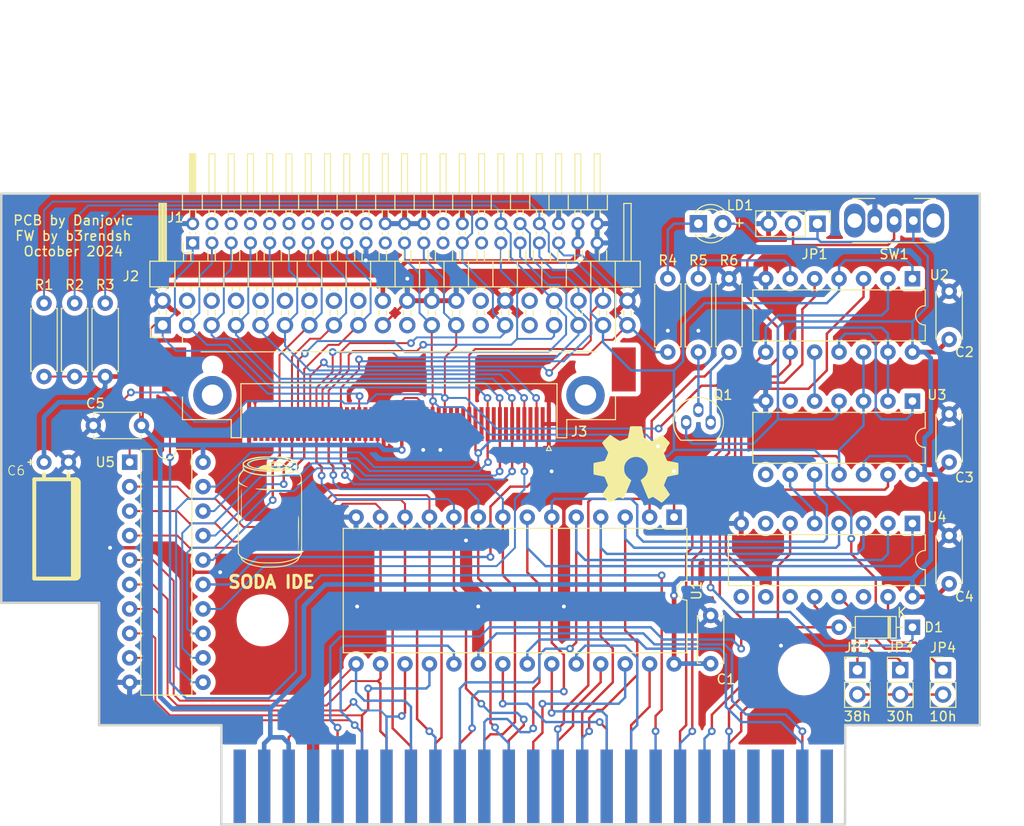
<source format=kicad_pcb>
(kicad_pcb (version 20240108) (generator "pcbnew") (generator_version "8.0")
  (title_block (title "Soda IDE") (rev "v0.95") (company "Danjovic 2024") (comment 1 "Based on SC729 RCBus Compact Flash Modue v1.1.0 and Beer IDE 232") (comment 2 "2x32K ROM + switch + Reset Button"))
  (layers (0 "F.Cu" signal) (31 "B.Cu" signal) (34 "B.Paste" user) (35 "F.Paste" user) (36 "B.SilkS" user "B.Silkscreen") (37 "F.SilkS" user "F.Silkscreen") (38 "B.Mask" user) (39 "F.Mask" user) (44 "Edge.Cuts" user))
  (net 0 "")
  (net 3 "Net-(CN1-SW1)")
  (net 4 "GND")
  (net 5 "VCC")
  (net 6 "/D7")
  (net 7 "/D5")
  (net 8 "/D3")
  (net 9 "/D1")
  (net 10 "/A5")
  (net 11 "/A3")
  (net 12 "/A1")
  (net 13 "/A12")
  (net 14 "/A7")
  (net 15 "/A11")
  (net 16 "/A9")
  (net 17 "/~{RESET}")
  (net 18 "/~{WR}")
  (net 19 "/~{IORQ}")
  (net 20 "/~{M1}")
  (net 21 "/CLOCK")
  (net 22 "/D6")
  (net 23 "/D4")
  (net 24 "/D2")
  (net 25 "/D0")
  (net 26 "/A4")
  (net 27 "/A2")
  (net 28 "/A0")
  (net 29 "/A13")
  (net 30 "/A8")
  (net 31 "/A6")
  (net 32 "/A10")
  (net 33 "/~{RD}")
  (net 34 "/~{BUSDIR}")
  (net 35 "/~{SLTSL}")
  (net 43 "/~{IORD}")
  (net 44 "/~{IOWR}")
  (net 45 "Net-(Q1-B)")
  (net 46 "/~{DIO}")
  (net 50 "Net-(JP3-A)")
  (net 51 "Net-(D1-K)")
  (net 55 "Net-(JP4-A)")
  (net 58 "/A15")
  (net 59 "/~{CS12}")
  (net 63 "/LED")
  (net 65 "/ROMSEL")
  (net 71 "/PDIAG")
  (net 72 "/~{IDE_CS1}")
  (net 73 "/~{DMACK}")
  (net 74 "/~{IDE_CS0}")
  (net 107 "Net-(JP2-A)")
  (net 108 "Net-(LD1-K)")
  (net 109 "Net-(R5-Pad2)")
  (net 110 "Net-(U3A-~{R})")
  (net 111 "Net-(U3A-Q)")
  (net 114 "/zD2")
  (net 115 "/zD3")
  (net 116 "/zD5")
  (net 117 "/zD7")
  (net 118 "/zD4")
  (net 119 "/zD6")
  (net 120 "/zD1")
  (net 121 "/zD0")
  (footprint "Capacitor_THT:C_Disc_D4.7mm_W2.5mm_P5.00mm" (layer "F.Cu") (at 195.58 83.185 90)
    (property "Reference" "C3")
    (property "Value" "100nF")
  )
  (footprint "Capacitor_THT:C_Disc_D4.7mm_W2.5mm_P5.00mm" (layer "F.Cu") (at 195.58 70.445 90)
    (property "Reference" "C2")
    (property "Value" "100nF")
  )
  (footprint "LED_THT:LED_D3.0mm" (layer "F.Cu") (at 169.545 58.42)
    (property "Reference" "LD1")
    (property "Value" "+")
  )
  (footprint "Package_DIP:DIP-14_W7.62mm" (layer "F.Cu") (at 191.77 64.135 -90)
    (property "Reference" "U2")
    (property "Value" "74HCT32")
  )
  (footprint "Package_DIP:DIP-28_W15.24mm" (layer "F.Cu") (at 167.02 88.895 -90)
    (property "Reference" "U1")
    (property "Value" "27C512")
  )
  (footprint "Connector_PinHeader_2.54mm:PinHeader_2x20_P2.54mm_Horizontal" (layer "F.Cu") (at 113.919 68.961 90)
    (property "Reference" "J2")
    (property "Value" "PINHD-02x20")
  )
  (footprint "msx:Cart_Konami" (layer "F.Cu") (at 152.4 116.205)
    (property "Reference" "CN1" (hide yes))
    (property "Value" "MSX_SLOT_CON" (hide yes))
    (fp_line (start -55.245 -18.415) (end -55.245 -60.9) (stroke (width 0.254)) (layer "Edge.Cuts"))
    (fp_line (start -55.24 -60.9) (end 46.35 -60.9) (stroke (width 0.254)) (layer "Edge.Cuts"))
    (fp_line (start -45.085 -18.415) (end -55.245 -18.415) (stroke (width 0.254)) (layer "Edge.Cuts"))
    (fp_line (start -45.085 -5.715) (end -45.085 -18.415) (stroke (width 0.254)) (layer "Edge.Cuts"))
    (fp_line (start -32.4 4.6) (end -32.385 -5.715) (stroke (width 0.254)) (layer "Edge.Cuts"))
    (fp_line (start -32.385 -5.715) (end -45.085 -5.715) (stroke (width 0.254)) (layer "Edge.Cuts"))
    (fp_line (start 32.37 4.6) (end -32.4 4.6) (stroke (width 0.254)) (layer "Edge.Cuts"))
    (fp_line (start 32.385 -5.715) (end 32.37 4.6) (stroke (width 0.254)) (layer "Edge.Cuts"))
    (fp_line (start 46.35 -60.9) (end 46.355 -5.715) (stroke (width 0.254)) (layer "Edge.Cuts"))
    (fp_line (start 46.355 -5.715) (end 32.385 -5.715) (stroke (width 0.254)) (layer "Edge.Cuts"))
  )
  (footprint "Capacitor_THT:C_Disc_D4.7mm_W2.5mm_P5.00mm" (layer "F.Cu") (at 170.815 104.1 90)
    (property "Reference" "C1")
    (property "Value" "100nF")
  )
  (footprint "msx:CP_lying" (layer "F.Cu") (at 102.87 83.185)
    (property "Reference" "C6")
    (property "Value" "100uF")
  )
  (footprint "Resistor_THT:R_Axial_DIN0207_L6.3mm_D2.5mm_P7.62mm_Horizontal" (layer "F.Cu") (at 166.37 71.755 90)
    (property "Reference" "R4")
    (property "Value" "1K")
  )
  (footprint "Resistor_THT:R_Axial_DIN0207_L6.3mm_D2.5mm_P7.62mm_Horizontal" (layer "F.Cu") (at 107.95 66.675 -90)
    (property "Reference" "R3")
    (property "Value" "4K7")
  )
  (footprint "Capacitor_THT:C_Disc_D4.7mm_W2.5mm_P5.00mm" (layer "F.Cu") (at 111.72 79.375 180)
    (property "Reference" "C5")
    (property "Value" "100nF")
  )
  (footprint "Connector_PinHeader_2.00mm:PinHeader_2x22_P2.00mm_Horizontal" (layer "F.Cu") (at 117.033 60.42 90)
    (property "Reference" "J1")
    (property "Value" "Conn_02x22_Odd_Even")
  )
  (footprint "Connector_PinHeader_2.54mm:PinHeader_1x02_P2.54mm_Vertical" (layer "F.Cu") (at 190.5 104.77)
    (property "Reference" "JP3")
    (property "Value" "Jumper_2_Small_Open")
  )
  (footprint "Capacitor_THT:C_Disc_D4.7mm_W2.5mm_P5.00mm" (layer "F.Cu") (at 195.58 95.805 90)
    (property "Reference" "C4")
    (property "Value" "100nF")
  )
  (footprint "Connector_PinHeader_2.54mm:PinHeader_1x02_P2.54mm_Vertical" (layer "F.Cu") (at 186.055 104.77)
    (property "Reference" "JP2")
    (property "Value" "Jumper_2_Small_Open")
  )
  (footprint "Package_TO_SOT_THT:TO-92_Inline" (layer "F.Cu") (at 168.275 79.0575)
    (property "Reference" "Q1")
    (property "Value" "BC548")
  )
  (footprint "Resistor_THT:R_Axial_DIN0207_L6.3mm_D2.5mm_P7.62mm_Horizontal" (layer "F.Cu") (at 101.6 66.675 -90)
    (property "Reference" "R1")
    (property "Value" "4K7")
  )
  (footprint "Button_Switch_THT:SW_Slide_SPDT_Angled_CK_OS102011MA1Q" (layer "F.Cu") (at 191.865 58.1025 180)
    (property "Reference" "SW1")
    (property "Value" "SW_Push_SPDT")
  )
  (footprint "Package_DIP:DIP-14_W7.62mm" (layer "F.Cu") (at 191.77 76.845 -90)
    (property "Reference" "U3")
    (property "Value" "74HCT74")
  )
  (footprint "Connector_PinHeader_2.54mm:PinHeader_1x03_P2.54mm_Vertical" (layer "F.Cu") (at 181.9125 58.42 -90)
    (property "Reference" "JP1")
    (property "Value" "PIN_1x3")
  )
  (footprint "Package_DIP:DIP-16_W7.62mm" (layer "F.Cu") (at 191.77 89.545 -90)
    (property "Reference" "U4")
    (property "Value" "74HCT138")
  )
  (footprint "Resistor_THT:R_Axial_DIN0207_L6.3mm_D2.5mm_P7.62mm_Horizontal" (layer "F.Cu") (at 172.72 64.135 -90)
    (property "Reference" "R6")
    (property "Value" "4K7")
  )
  (footprint "Diode_THT:D_DO-35_SOD27_P7.62mm_Horizontal" (layer "F.Cu") (at 191.77 100.33 180)
    (property "Reference" "D1")
    (property "Value" "1N4148")
  )
  (footprint "Package_DIP:DIP-20_W7.62mm" (layer "F.Cu") (at 110.49 83.185)
    (property "Reference" "U5")
    (property "Value" "74HC245")
  )
  (footprint "Connector_PinHeader_2.54mm:PinHeader_1x02_P2.54mm_Vertical" (layer "F.Cu") (at 194.945 104.775)
    (property "Reference" "JP4")
    (property "Value" "Jumper_2_Small_Open")
  )
  (footprint "Resistor_THT:R_Axial_DIN0207_L6.3mm_D2.5mm_P7.62mm_Horizontal" (layer "F.Cu") (at 104.775 66.675 -90)
    (property "Reference" "R2")
    (property "Value" "4K7")
  )
  (footprint "Resistor_THT:R_Axial_DIN0207_L6.3mm_D2.5mm_P7.62mm_Horizontal" (layer "F.Cu") (at 169.545 71.755 90)
    (property "Reference" "R5")
    (property "Value" "10K")
  )
  (footprint "Connector_Card:CF-Card_3M_N7E50-E516xx-30" (layer "F.Cu") (at 138.455 76.1275 90)
    (property "Reference" "J3")
    (property "Value" "Conn_CF_Card")
  )
  (gr_poly (pts (xy 125.593333 82.590832) (xy 125.792467 82.594946) (xy 125.960262 82.601173) (xy 126.103051 82.609818) (xy 126.227166 82.621187) (xy 126.338937 82.635585) (xy 126.444697 82.653318) (xy 126.694279 82.702809) (xy 126.915874 82.753436) (xy 127.111134 82.805784) (xy 127.199407 82.832785) (xy 127.281716 82.860434) (xy 127.358269 82.888806) (xy 127.429273 82.917972) (xy 127.494933 82.948005) (xy 127.555458 82.978979) (xy 127.611054 83.010966) (xy 127.661928 83.04404) (xy 127.708286 83.078272) (xy 127.750335 83.113737) (xy 127.896421 83.245716) (xy 127.886537 83.613652) (xy 127.876652 83.981588) (xy 128.070511 84.217176) (xy 128.102292 84.254825) (xy 128.131909 84.288531) (xy 128.184964 84.348284) (xy 128.208558 84.376418) (xy 128.230301 84.404781) (xy 128.250272 84.434417) (xy 128.268547 84.466369) (xy 128.285207 84.501679) (xy 128.300328 84.541391) (xy 128.313989 84.586548) (xy 128.326268 84.638194) (xy 128.337244 84.697372) (xy 128.346994 84.765124) (xy 128.355598 84.842494) (xy 128.363132 84.930525) (xy 128.369675 85.03026) (xy 128.375306 85.142744) (xy 128.380103 85.269017) (xy 128.384143 85.410125) (xy 128.387506 85.56711) (xy 128.390268 85.741015) (xy 128.394308 86.143759) (xy 128.396887 86.626703) (xy 128.398632 87.198191) (xy 128.40212 88.640185) (xy 128.400934 91.594842) (xy 128.39122 92.373732) (xy 128.37549 92.677726) (xy 128.371094 92.691529) (xy 128.365751 92.706114) (xy 128.359534 92.721355) (xy 128.352517 92.737128) (xy 128.344773 92.753306) (xy 128.336375 92.769766) (xy 128.327396 92.78638) (xy 128.317911 92.803025) (xy 128.307991 92.819574) (xy 128.297711 92.835902) (xy 128.287144 92.851885) (xy 128.276363 92.867395) (xy 128.26544 92.882309) (xy 128.25445 92.896501) (xy 128.243466 92.909845) (xy 128.232561 92.922216) (xy 128.221513 92.934803) (xy 128.210109 92.94878) (xy 128.198437 92.964) (xy 128.186584 92.980315) (xy 128.174638 92.997581) (xy 128.162686 93.015649) (xy 128.150815 93.034374) (xy 128.139113 93.053608) (xy 128.127667 93.073206) (xy 128.116564 93.09302) (xy 128.105893 93.112903) (xy 128.09574 93.13271) (xy 128.086194 93.152293) (xy 128.07734 93.171507) (xy 128.069267 93.190203) (xy 128.062062 93.208236) (xy 128.046105 93.247105) (xy 128.028566 93.283974) (xy 128.009172 93.319075) (xy 127.998696 93.336035) (xy 127.987654 93.35264) (xy 127.976012 93.36892) (xy 127.963738 93.384903) (xy 127.950797 93.400619) (xy 127.937155 93.416096) (xy 127.922778 93.431363) (xy 127.907633 93.446451) (xy 127.8749 93.476201) (xy 127.838686 93.50558) (xy 127.798718 93.534819) (xy 127.754726 93.564151) (xy 127.706439 93.593809) (xy 127.653585 93.624025) (xy 127.595893 93.655033) (xy 127.533091 93.687064) (xy 127.464909 93.720352) (xy 127.358814 93.768743) (xy 127.248995 93.814019) (xy 127.135279 93.856214) (xy 127.017494 93.895359) (xy 126.895467 93.931488) (xy 126.769025 93.964631) (xy 126.637997 93.994821) (xy 126.50221 94.02209) (xy 126.361491 94.046471) (xy 126.215668 94.067996) (xy 126.064569 94.086697) (xy 125.90802 94.102606) (xy 125.74585 94.115755) (xy 125.577887 94.126177) (xy 125.403957 94.133904) (xy 125.223888 94.138968) (xy 124.960501 94.142881) (xy 124.722552 94.143749) (xy 124.536171 94.141645) (xy 124.470485 94.139502) (xy 124.42749 94.136644) (xy 124.427503 94.136646) (xy 124.173878 94.107022) (xy 123.933005 94.072837) (xy 123.705132 94.034188) (xy 123.490505 93.991176) (xy 123.289371 93.943901) (xy 123.101975 93.892462) (xy 122.928565 93.836958) (xy 122.769388 93.77749) (xy 122.624689 93.714157) (xy 122.494715 93.647058) (xy 122.379713 93.576294) (xy 122.27993 93.501963) (xy 122.195611 93.424166) (xy 122.127004 93.343002) (xy 122.074354 93.25857) (xy 122.045606 93.189471) (xy 122.150982 93.189471) (xy 122.152012 93.197053) (xy 122.155036 93.205801) (xy 122.159965 93.215642) (xy 122.166709 93.226499) (xy 122.175179 93.2383) (xy 122.185286 93.250968) (xy 122.210053 93.278611) (xy 122.240294 93.308832) (xy 122.275295 93.341034) (xy 122.314341 93.37462) (xy 122.356717 93.408994) (xy 122.401709 93.443558) (xy 122.4486 93.477718) (xy 122.496677 93.510874) (xy 122.545225 93.542432) (xy 122.593529 93.571794) (xy 122.640873 93.598364) (xy 122.686544 93.621545) (xy 122.763535 93.65639) (xy 122.846729 93.690453) (xy 122.935673 93.72363) (xy 123.029914 93.755813) (xy 123.128999 93.786896) (xy 123.232473 93.816774) (xy 123.339885 93.845338) (xy 123.450781 93.872484) (xy 123.681211 93.922093) (xy 123.920138 93.96475) (xy 124.041655 93.983206) (xy 124.163936 93.999605) (xy 124.286529 94.01384) (xy 124.40898 94.025805) (xy 124.574165 94.033921) (xy 124.796958 94.035798) (xy 125.058029 94.03216) (xy 125.338051 94.02373) (xy 125.617694 94.01123) (xy 125.87763 93.995383) (xy 126.098529 93.976912) (xy 126.261064 93.95654) (xy 126.261066 93.956574) (xy 126.401366 93.931853) (xy 126.536547 93.905165) (xy 126.666502 93.876551) (xy 126.791129 93.846051) (xy 126.910322 93.813707) (xy 127.023977 93.779558) (xy 127.131989 93.743646) (xy 127.234254 93.70601) (xy 127.330667 93.666691) (xy 127.421124 93.625729) (xy 127.50552 93.583166) (xy 127.583751 93.539041) (xy 127.655712 93.493395) (xy 127.721299 93.446268) (xy 127.780406 93.397702) (xy 127.83293 93.347736) (xy 127.861839 93.317219) (xy 127.888089 93.28803) (xy 127.911158 93.26086) (xy 127.930522 93.2364) (xy 127.938652 93.225401) (xy 127.945659 93.215338) (xy 127.951479 93.206298) (xy 127.956046 93.198366) (xy 127.959294 93.19163) (xy 127.961158 93.186174) (xy 127.961551 93.183954) (xy 127.961573 93.182086) (xy 127.961217 93.180582) (xy 127.960474 93.179452) (xy 127.959144 93.178689) (xy 127.957048 93.178274) (xy 127.954206 93.178201) (xy 127.950639 93.178461) (xy 127.941412 93.179954) (xy 127.92953 93.182697) (xy 127.915159 93.186631) (xy 127.898462 93.191698) (xy 127.879604 93.197841) (xy 127.85875 93.205002) (xy 127.811708 93.222148) (xy 127.758653 93.242674) (xy 127.7009 93.266117) (xy 127.639764 93.292017) (xy 127.575934 93.318609) (xy 127.508 93.345) (xy 127.361052 93.396856) (xy 127.201377 93.446932) (xy 127.031433 93.494577) (xy 126.853676 93.539138) (xy 126.670564 93.579965) (xy 126.484555 93.616406) (xy 126.298106 93.647808) (xy 126.087801 93.669142) (xy 125.791959 93.684391) (xy 125.439074 93.693551) (xy 125.057642 93.696621) (xy 124.676155 93.693599) (xy 124.323109 93.68448) (xy 124.026998 93.669265) (xy 123.816315 93.647949) (xy 123.637089 93.61703) (xy 123.446898 93.578162) (xy 123.252017 93.533039) (xy 123.058721 93.483356) (xy 122.873286 93.430805) (xy 122.701987 93.377081) (xy 122.5511 93.323877) (xy 122.426899 93.272889) (xy 122.375857 93.250324) (xy 122.327469 93.230043) (xy 122.282849 93.212436) (xy 122.24311 93.197891) (xy 122.209369 93.186797) (xy 122.182737 93.179541) (xy 122.172436 93.177475) (xy 122.16433 93.176514) (xy 122.158559 93.176708) (xy 122.156592 93.177253) (xy 122.155261 93.178104) (xy 122.152035 93.18313) (xy 122.150982 93.189471) (xy 122.045606 93.189471) (xy 122.03791 93.170971) (xy 122.028019 93.141821) (xy 122.017073 93.113164) (xy 122.005434 93.085734) (xy 121.993464 93.060261) (xy 121.981525 93.037478) (xy 121.975682 93.027323) (xy 121.969981 93.018115) (xy 121.964471 93.009945) (xy 121.959194 93.002905) (xy 121.954198 92.997086) (xy 121.949526 92.992579) (xy 121.944614 92.988133) (xy 121.938911 92.982492) (xy 121.932486 92.975741) (xy 121.925407 92.967966) (xy 121.909569 92.949686) (xy 121.891949 92.928335) (xy 121.8731 92.904596) (xy 121.853574 92.879153) (xy 121.833926 92.85269) (xy 121.814708 92.825891) (xy 121.723463 92.696245) (xy 121.723463 88.714268) (xy 121.723905 86.482025) (xy 121.822853 86.482025) (xy 121.824622 89.041275) (xy 121.83459 92.664995) (xy 121.93771 92.800179) (xy 121.962249 92.830266) (xy 121.98978 92.860147) (xy 122.020245 92.8898) (xy 122.053581 92.919203) (xy 122.128632 92.977164) (xy 122.21445 93.033849) (xy 122.310555 93.089075) (xy 122.416464 93.142658) (xy 122.531698 93.194417) (xy 122.655773 93.244169) (xy 122.788209 93.29173) (xy 122.928525 93.336919) (xy 123.076238 93.379553) (xy 123.230868 93.419449) (xy 123.391932 93.456424) (xy 123.558951 93.490296) (xy 123.731441 93.520883) (xy 123.908923 93.548001) (xy 124.017046 93.560524) (xy 124.146157 93.570912) (xy 124.454986 93.585446) (xy 124.810702 93.591927) (xy 125.188595 93.59068) (xy 125.563956 93.582029) (xy 125.912075 93.5663) (xy 126.208245 93.543817) (xy 126.329126 93.530144) (xy 126.427754 93.514904) (xy 126.427752 93.514904) (xy 126.70473 93.459967) (xy 126.956022 93.40236) (xy 127.182674 93.341724) (xy 127.287086 93.310158) (xy 127.385729 93.2777) (xy 127.478735 93.244305) (xy 127.566234 93.209929) (xy 127.648356 93.174526) (xy 127.725232 93.138052) (xy 127.796993 93.100461) (xy 127.863769 93.061709) (xy 127.925691 93.021752) (xy 127.982889 92.980544) (xy 128.013983 92.957649) (xy 128.042977 92.937411) (xy 128.094959 92.901225) (xy 128.118092 92.883436) (xy 128.139417 92.864624) (xy 128.149425 92.854547) (xy 128.159008 92.843868) (xy 128.168175 92.832474) (xy 128.176936 92.820248) (xy 128.1853 92.807077) (xy 128.193276 92.792844) (xy 128.200873 92.777436) (xy 128.2081 92.760736) (xy 128.214966 92.74263) (xy 128.221481 92.723004) (xy 128.227653 92.701741) (xy 128.233492 92.678727) (xy 128.239007 92.653847) (xy 128.244206 92.626986) (xy 128.253696 92.56686) (xy 128.262034 92.49743) (xy 128.269295 92.417775) (xy 128.27555 92.326974) (xy 128.280873 92.224109) (xy 128.285336 92.108259) (xy 128.289013 91.978504) (xy 128.291977 91.833923) (xy 128.2943 91.673597) (xy 128.297317 91.302029) (xy 128.298648 90.856437) (xy 128.298875 90.329462) (xy 128.298357 89.001917) (xy 128.292717 86.470465) (xy 128.286612 85.700388) (xy 128.279155 85.41756) (xy 128.276247 85.418058) (xy 128.271552 85.419519) (xy 128.265173 85.421895) (xy 128.257214 85.425135) (xy 128.236974 85.434013) (xy 128.211664 85.44576) (xy 128.182114 85.459981) (xy 128.149159 85.476285) (xy 128.113629 85.494275) (xy 128.076356 85.51356) (xy 128.032604 85.535743) (xy 127.993306 85.554291) (xy 127.958584 85.569264) (xy 127.92856 85.580721) (xy 127.903355 85.588722) (xy 127.883091 85.593326) (xy 127.874849 85.594374) (xy 127.867889 85.594594) (xy 127.862224 85.593996) (xy 127.857871 85.592586) (xy 127.854844 85.590371) (xy 127.853158 85.58736) (xy 127.852829 85.583559) (xy 127.853873 85.578976) (xy 127.856303 85.573619) (xy 127.860136 85.567495) (xy 127.865386 85.560612) (xy 127.872069 85.552976) (xy 127.889794 85.535478) (xy 127.913433 85.515062) (xy 127.943107 85.491787) (xy 127.978937 85.465713) (xy 128.020217 85.43576) (xy 128.057903 85.406545) (xy 128.09212 85.377856) (xy 128.122993 85.349479) (xy 128.150647 85.321203) (xy 128.163306 85.307037) (xy 128.175206 85.292815) (xy 128.186364 85.278513) (xy 128.196795 85.264103) (xy 128.206515 85.249559) (xy 128.215538 85.234854) (xy 128.223882 85.219962) (xy 128.23156 85.204857) (xy 128.23859 85.18951) (xy 128.244986 85.173897) (xy 128.250765 85.157991) (xy 128.255941 85.141764) (xy 128.26053 85.125191) (xy 128.264548 85.108244) (xy 128.26801 85.090898) (xy 128.270933 85.073126) (xy 128.27522 85.036197) (xy 128.277534 84.997244) (xy 128.277999 84.956055) (xy 128.276201 84.915002) (xy 128.271621 84.873256) (xy 128.264278 84.830854) (xy 128.254189 84.787832) (xy 128.241372 84.744226) (xy 128.225845 84.700073) (xy 128.207625 84.655409) (xy 128.186731 84.610271) (xy 128.16318 84.564695) (xy 128.136991 84.518717) (xy 128.10818 84.472373) (xy 128.076766 84.425701) (xy 128.042766 84.378736) (xy 128.006198 84.331516) (xy 127.967081 84.284075) (xy 127.925431 84.236451) (xy 127.779296 84.073991) (xy 127.565243 84.188079) (xy 127.471005 84.23545) (xy 127.372038 84.279522) (xy 127.267912 84.32037) (xy 127.158198 84.358071) (xy 127.042467 84.392698) (xy 126.920291 84.424326) (xy 126.79124 84.453031) (xy 126.654885 84.478886) (xy 126.510797 84.501968) (xy 126.358546 84.522351) (xy 126.197705 84.540109) (xy 126.027844 84.555319) (xy 125.848533 84.568053) (xy 125.659344 84.578388) (xy 125.459847 84.586399) (xy 125.249615 84.592159) (xy 124.80456 84.595474) (xy 124.398791 84.584963) (xy 124.209588 84.57437) (xy 124.028945 84.560135) (xy 123.856442 84.542197) (xy 123.691659 84.520496) (xy 123.534175 84.494968) (xy 123.383569 84.465553) (xy 123.239421 84.432188) (xy 123.101312 84.394813) (xy 122.968819 84.353366) (xy 122.841524 84.307784) (xy 122.719005 84.258007) (xy 122.600843 84.203973) (xy 122.329932 84.0729) (xy 122.211906 84.213526) (xy 122.139778 84.302973) (xy 122.075158 84.390431) (xy 122.018073 84.475773) (xy 121.968549 84.558872) (xy 121.926613 84.639602) (xy 121.892292 84.717836) (xy 121.865613 84.793448) (xy 121.846603 84.866311) (xy 121.839982 84.901673) (xy 121.835289 84.9363) (xy 121.832526 84.970176) (xy 121.831697 85.003286) (xy 121.832805 85.035614) (xy 121.835854 85.067144) (xy 121.840847 85.097861) (xy 121.847787 85.127748) (xy 121.856679 85.156789) (xy 121.867524 85.18497) (xy 121.880327 85.212273) (xy 121.895091 85.238684) (xy 121.911818 85.264186) (xy 121.930514 85.288763) (xy 121.95118 85.312401) (xy 121.973821 85.335082) (xy 121.994423 85.352637) (xy 122.021448 85.372818) (xy 122.054172 85.395232) (xy 122.091867 85.419486) (xy 122.179274 85.471944) (xy 122.277866 85.52705) (xy 122.38184 85.581659) (xy 122.485393 85.632628) (xy 122.582723 85.676816) (xy 122.62724 85.695384) (xy 122.668025 85.711078) (xy 122.680992 85.715994) (xy 122.693126 85.720953) (xy 122.704384 85.725922) (xy 122.714724 85.730868) (xy 122.724101 85.735757) (xy 122.732474 85.740556) (xy 122.739799 85.745231) (xy 122.746034 85.749749) (xy 122.751137 85.754077) (xy 122.755063 85.758181) (xy 122.757771 85.762028) (xy 122.758655 85.763844) (xy 122.759218 85.765584) (xy 122.759455 85.767242) (xy 122.75936 85.768816) (xy 122.758929 85.7703) (xy 122.758155 85.77169) (xy 122.757034 85.772983) (xy 122.755561 85.774174) (xy 122.753729 85.775259) (xy 122.751533 85.776233) (xy 122.744329 85.778299) (xy 122.735624 85.779547) (xy 122.713961 85.779672) (xy 122.687038 85.77678) (xy 122.65535 85.771045) (xy 122.619392 85.762637) (xy 122.579656 85.751731) (xy 122.536638 85.738499) (xy 122.490833 85.723112) (xy 122.442733 85.705743) (xy 122.392835 85.686565) (xy 122.341632 85.66575) (xy 122.289618 85.643471) (xy 122.237287 85.619899) (xy 122.185135 85.595208) (xy 122.133656 85.56957) (xy 122.083343 85.543158) (xy 121.99154 85.49439) (xy 121.913664 85.454453) (xy 121.88252 85.439084) (xy 121.857942 85.427469) (xy 121.84096 85.420121) (xy 121.835639 85.418209) (xy 121.832602 85.417558) (xy 121.8292 85.491518) (xy 121.826419 85.703492) (xy 121.822853 86.482025) (xy 121.723905 86.482025) (xy 121.723967 86.170275) (xy 121.731974 85.424707) (xy 121.751707 84.938927) (xy 121.767509 84.77209) (xy 121.788085 84.644561) (xy 121.814053 84.547793) (xy 121.846026 84.473238) (xy 121.930446 84.356583) (xy 122.046263 84.226223) (xy 122.24065 83.992645) (xy 122.232669 83.742137) (xy 122.334649 83.742137) (xy 122.334981 83.755317) (xy 122.335982 83.768336) (xy 122.337659 83.781204) (xy 122.340022 83.793927) (xy 122.343076 83.806513) (xy 122.346831 83.818971) (xy 122.351294 83.831308) (xy 122.356474 83.843531) (xy 122.362377 83.85565) (xy 122.369011 83.867671) (xy 122.376386 83.879603) (xy 122.384507 83.891453) (xy 122.393384 83.90323) (xy 122.403024 83.91494) (xy 122.413435 83.926592) (xy 122.424624 83.938194) (xy 122.4366 83.949754) (xy 122.449371 83.961279) (xy 122.462944 83.972777) (xy 122.477327 83.984256) (xy 122.508554 84.007189) (xy 122.543117 84.03014) (xy 122.581076 84.053173) (xy 122.622496 84.076349) (xy 122.667439 84.099732) (xy 122.715967 84.123385) (xy 122.847696 84.179171) (xy 122.997452 84.230886) (xy 123.163541 84.27837) (xy 123.344272 84.321463) (xy 123.53795 84.360004) (xy 123.742883 84.393834) (xy 123.957379 84.422791) (xy 124.179743 84.446717) (xy 124.408285 84.465451) (xy 124.64131 84.478832) (xy 124.877126 84.486701) (xy 125.114039 84.488897) (xy 125.350358 84.48526) (xy 125.584389 84.475631) (xy 125.814439 84.459848) (xy 126.038815 84.437752) (xy 126.038815 84.437753) (xy 126.239727 84.413889) (xy 126.411174 84.391353) (xy 126.559249 84.368948) (xy 126.690047 84.345476) (xy 126.809663 84.319741) (xy 126.924189 84.290544) (xy 127.039721 84.256688) (xy 127.162353 84.216976) (xy 127.24567 84.188193) (xy 127.321959 84.160074) (xy 127.391449 84.13244) (xy 127.454367 84.105116) (xy 127.51094 84.077923) (xy 127.561398 84.050684) (xy 127.605968 84.023222) (xy 127.644878 83.995359) (xy 127.678357 83.966918) (xy 127.706632 83.937721) (xy 127.729931 83.907592) (xy 127.748483 83.876353) (xy 127.762515 83.843826) (xy 127.772256 83.809834) (xy 127.777933 83.7742) (xy 127.779774 83.736746) (xy 127.779774 83.643854) (xy 127.622347 83.734558) (xy 127.554185 83.771204) (xy 127.478896 83.806763) (xy 127.396729 83.841176) (xy 127.307936 83.874384) (xy 127.212765 83.906328) (xy 127.111469 83.93695) (xy 127.004295 83.966192) (xy 126.891495 83.993994) (xy 126.773319 84.020298) (xy 126.650017 84.045046) (xy 126.521839 84.068178) (xy 126.389036 84.089637) (xy 126.251856 84.109364) (xy 126.110551 84.1273) (xy 125.965371 84.143386) (xy 125.816566 84.157564) (xy 125.577581 84.17488) (xy 125.335594 84.185384) (xy 125.09214 84.189276) (xy 124.848754 84.186753) (xy 124.60697 84.178014) (xy 124.368324 84.163257) (xy 124.13435 84.14268) (xy 123.906583 84.116481) (xy 123.686558 84.084858) (xy 123.475809 84.04801) (xy 123.275872 84.006135) (xy 123.088281 83.959431) (xy 122.914571 83.908095) (xy 122.756277 83.852328) (xy 122.614934 83.792325) (xy 122.492077 83.728287) (xy 122.334649 83.636435) (xy 122.334649 83.742137) (xy 122.232669 83.742137) (xy 122.22875 83.619138) (xy 122.220515 83.360671) (xy 122.339157 83.360671) (xy 122.339468 83.365951) (xy 122.340198 83.371334) (xy 122.341339 83.376853) (xy 122.342884 83.382542) (xy 122.344825 83.388432) (xy 122.347154 83.394557) (xy 122.349863 83.400949) (xy 122.356392 83.414667) (xy 122.364351 83.429847) (xy 122.373678 83.446751) (xy 122.386319 83.46653) (xy 122.402135 83.486441) (xy 122.421037 83.506453) (xy 122.442937 83.526534) (xy 122.467747 83.546655) (xy 122.495379 83.566783) (xy 122.558754 83.606937) (xy 122.632359 83.646748) (xy 122.715486 83.685967) (xy 122.80743 83.724344) (xy 122.907485 83.761631) (xy 123.014946 83.797579) (xy 123.129108 83.831939) (xy 123.249264 83.864461) (xy 123.374709 83.894896) (xy 123.504737 83.922996) (xy 123.638643 83.948512) (xy 123.775721 83.971194) (xy 123.915265 83.990793) (xy 124.120057 84.010337) (xy 124.380852 84.025279) (xy 124.678373 84.035454) (xy 124.993343 84.040696) (xy 125.306486 84.04084) (xy 125.598526 84.035722) (xy 125.850185 84.025174) (xy 126.042188 84.009033) (xy 126.042188 84.009034) (xy 126.217027 83.985922) (xy 126.385384 83.960097) (xy 126.546723 83.931744) (xy 126.700506 83.901047) (xy 126.846198 83.868192) (xy 126.983262 83.833364) (xy 127.111161 83.796746) (xy 127.229358 83.758524) (xy 127.337318 83.718883) (xy 127.434503 83.678006) (xy 127.520376 83.63608) (xy 127.594403 83.593288) (xy 127.656045 83.549816) (xy 127.704766 83.505847) (xy 127.74003 83.461568) (xy 127.7613 83.417162) (xy 127.765987 83.396916) (xy 127.767319 83.376436) (xy 127.765358 83.355752) (xy 127.760167 83.334897) (xy 127.751808 83.313901) (xy 127.740345 83.292797) (xy 127.725839 83.271615) (xy 127.708354 83.250388) (xy 127.687951 83.229148) (xy 127.664694 83.207925) (xy 127.638644 83.186751) (xy 127.609865 83.165658) (xy 127.578419 83.144677) (xy 127.544368 83.123841) (xy 127.507776 83.10318) (xy 127.468704 83.082726) (xy 127.427215 83.062511) (xy 127.383372 83.042566) (xy 127.337238 83.022923) (xy 127.288874 83.003614) (xy 127.238343 82.98467) (xy 127.185709 82.966122) (xy 127.131032 82.948002) (xy 127.074377 82.930343) (xy 126.95538 82.896529) (xy 126.829218 82.864933) (xy 126.696391 82.835808) (xy 126.5574 82.809407) (xy 126.353978 82.77657) (xy 126.146349 82.748761) (xy 125.935335 82.725962) (xy 125.721761 82.708157) (xy 125.506449 82.695328) (xy 125.290223 82.687458) (xy 125.073904 82.68453) (xy 124.858317 82.686527) (xy 124.644285 82.693432) (xy 124.43263 82.705229) (xy 124.224176 82.721899) (xy 124.019745 82.743426) (xy 123.820161 82.769793) (xy 123.626247 82.800982) (xy 123.438826 82.836978) (xy 123.25872 82.877762) (xy 123.099846 82.918915) (xy 122.958242 82.960382) (xy 122.893647 82.981348) (xy 122.833046 83.002531) (xy 122.776333 83.023978) (xy 122.723399 83.045733) (xy 122.674138 83.067844) (xy 122.628441 83.090356) (xy 122.5862 83.113317) (xy 122.54731 83.136771) (xy 122.51166 83.160765) (xy 122.479146 83.185345) (xy 122.449657 83.210558) (xy 122.423088 83.23645) (xy 122.40543 83.255006) (xy 122.390001 83.271618) (xy 122.376742 83.286548) (xy 122.365589 83.300056) (xy 122.360783 83.306359) (xy 122.356481 83.312406) (xy 122.352675 83.318228) (xy 122.349357 83.323859) (xy 122.34652 83.329332) (xy 122.344156 83.334679) (xy 122.342256 83.339932) (xy 122.340815 83.345125) (xy 122.339823 83.350291) (xy 122.339273 83.355462) (xy 122.339157 83.360671) (xy 122.220515 83.360671) (xy 122.21685 83.245629) (xy 122.350329 83.128432) (xy 122.383486 83.099873) (xy 122.415508 83.07355) (xy 122.446895 83.049225) (xy 122.478148 83.026656) (xy 122.50977 83.005604) (xy 122.542262 82.98583) (xy 122.576124 82.967094) (xy 122.611857 82.949156) (xy 122.649964 82.931776) (xy 122.690945 82.914714) (xy 122.735302 82.897732) (xy 122.783535 82.880588) (xy 122.836147 82.863044) (xy 122.893638 82.84486) (xy 122.956509 82.825795) (xy 123.025263 82.80561) (xy 123.251994 82.742971) (xy 123.357845 82.716579) (xy 123.460878 82.693241) (xy 123.562736 82.67278) (xy 123.665064 82.655023) (xy 123.769504 82.639795) (xy 123.8777 82.626921) (xy 123.991295 82.616226) (xy 124.111935 82.607537) (xy 124.241261 82.600677) (xy 124.380918 82.595473) (xy 124.697799 82.589332) (xy 125.075725 82.587718)) (stroke (width -0.000001)) (fill solid) (layer "F.SilkS"))
  (gr_poly (pts (xy 123.612597 85.906946) (xy 123.617644 85.907129) (xy 123.622874 85.907423) (xy 123.628282 85.907828) (xy 123.639614 85.908972) (xy 123.651604 85.910565) (xy 123.664214 85.912612) (xy 123.677409 85.915116) (xy 123.726095 85.920458) (xy 123.818882 85.926281) (xy 124.115087 85.93862) (xy 124.522683 85.950635) (xy 124.998325 85.960827) (xy 125.460347 85.971305) (xy 125.830855 85.984104) (xy 126.072171 85.997601) (xy 126.132608 86.004105) (xy 126.145711 86.007207) (xy 126.147725 86.00871) (xy 126.146618 86.010176) (xy 126.124205 86.018424) (xy 126.087664 86.02716) (xy 125.978691 86.045493) (xy 125.832685 86.063969) (xy 125.662632 86.081385) (xy 125.481516 86.096536) (xy 125.302324 86.108218) (xy 125.138039 86.115226) (xy 125.001649 86.116357) (xy 124.866013 86.111945) (xy 124.702075 86.103769) (xy 124.530496 86.092997) (xy 124.37194 86.080795) (xy 124.37194 86.080798) (xy 124.205305 86.064772) (xy 124.05121 86.046739) (xy 123.912638 86.027258) (xy 123.792571 86.006889) (xy 123.693994 85.986193) (xy 123.619888 85.96573) (xy 123.592944 85.955761) (xy 123.573237 85.94606) (xy 123.561139 85.936697) (xy 123.55806 85.932165) (xy 123.557024 85.927743) (xy 123.557165 85.92572) (xy 123.557586 85.923796) (xy 123.558282 85.921974) (xy 123.559249 85.920253) (xy 123.560482 85.918633) (xy 123.561975 85.917116) (xy 123.563726 85.915701) (xy 123.565728 85.914389) (xy 123.567978 85.913182) (xy 123.570471 85.912078) (xy 123.573202 85.911079) (xy 123.576166 85.910184) (xy 123.57936 85.909396) (xy 123.582777 85.908713) (xy 123.586415 85.908137) (xy 123.590268 85.907668) (xy 123.594331 85.907307) (xy 123.5986 85.907054) (xy 123.603071 85.906909) (xy 123.607738 85.906873)) (stroke (width -0.000001)) (fill solid) (layer "F.SilkS"))
  (gr_poly (pts (xy 122.103119 85.977197) (xy 122.110778 86.092406) (xy 122.121535 86.503894) (xy 122.126101 87.756008) (xy 122.110531 89.018134) (xy 122.096117 89.442137) (xy 122.087414 89.565481) (xy 122.077776 89.615665) (xy 122.075131 89.616774) (xy 122.072604 89.61466) (xy 122.070193 89.60927) (xy 122.067899 89.600554) (xy 122.063655 89.572932) (xy 122.059864 89.531383) (xy 122.05652 89.475492) (xy 122.053615 89.404847) (xy 122.049098 89.217639) (xy 122.046256 88.966454) (xy 122.045034 88.647984) (xy 122.045377 88.258925) (xy 122.047229 87.79597) (xy 122.053766 86.995326) (xy 122.063865 86.41273) (xy 122.077309 86.056861) (xy 122.085217 85.966662) (xy 122.089455 85.943971) (xy 122.093879 85.936399)) (stroke (width -0.000001)) (fill solid) (layer "F.SilkS"))
  (gr_poly (pts (xy 125.534559 83.258189) (xy 125.569504 83.26109) (xy 125.604902 83.265759) (xy 125.640637 83.272272) (xy 125.676591 83.280706) (xy 125.690016 83.284493) (xy 125.70285 83.288672) (xy 125.71509 83.293231) (xy 125.726728 83.298155) (xy 125.737759 83.303432) (xy 125.748177 83.309048) (xy 125.757977 83.31499) (xy 125.767153 83.321244) (xy 125.775699 83.327798) (xy 125.783609 83.334639) (xy 125.790877 83.341752) (xy 125.797499 83.349125) (xy 125.803467 83.356744) (xy 125.808777 83.364597) (xy 125.813422 83.372669) (xy 125.817397 83.380948) (xy 125.820696 83.389421) (xy 125.823313 83.398073) (xy 125.825242 83.406893) (xy 125.826479 83.415866) (xy 125.827016 83.424979) (xy 125.826848 83.43422) (xy 125.82597 83.443574) (xy 125.824376 83.453029) (xy 125.822059 83.462571) (xy 125.819015 83.472188) (xy 125.815237 83.481865) (xy 125.81072 83.491589) (xy 125.805457 83.501348) (xy 125.799444 83.511128) (xy 125.792674 83.520916) (xy 125.785142 83.530698) (xy 125.776226 83.540618) (xy 125.765967 83.550075) (xy 125.75444 83.559062) (xy 125.741724 83.567573) (xy 125.727894 83.5756) (xy 125.713027 83.583136) (xy 125.680492 83.596707) (xy 125.644735 83.608229) (xy 125.60637 83.617644) (xy 125.566012 83.624897) (xy 125.524277 83.629931) (xy 125.48178 83.632687) (xy 125.439136 83.633111) (xy 125.39696 83.631143) (xy 125.355868 83.626729) (xy 125.316475 83.61981) (xy 125.279396 83.61033) (xy 125.261916 83.604612) (xy 125.245246 83.598233) (xy 125.229461 83.591184) (xy 125.21464 83.58346) (xy 125.189442 83.567977) (xy 125.167969 83.552117) (xy 125.150105 83.535956) (xy 125.135734 83.519571) (xy 125.124737 83.503038) (xy 125.116999 83.486434) (xy 125.112403 83.469835) (xy 125.111748 83.462953) (xy 125.186858 83.462953) (xy 125.187722 83.47076) (xy 125.190259 83.478313) (xy 125.19439 83.485599) (xy 125.200034 83.492608) (xy 125.207111 83.499328) (xy 125.215542 83.505748) (xy 125.225246 83.511855) (xy 125.236143 83.517639) (xy 125.248154 83.523088) (xy 125.261197 83.52819) (xy 125.275193 83.532933) (xy 125.290063 83.537307) (xy 125.3221 83.544899) (xy 125.356668 83.550874) (xy 125.393127 83.555138) (xy 125.430836 83.5576) (xy 125.469154 83.558168) (xy 125.507441 83.556748) (xy 125.545057 83.553249) (xy 125.563412 83.550691) (xy 125.58136 83.547578) (xy 125.598819 83.5439) (xy 125.615711 83.539644) (xy 125.631954 83.534798) (xy 125.647468 83.529353) (xy 125.657172 83.525428) (xy 125.666365 83.521237) (xy 125.675043 83.516801) (xy 125.683203 83.512136) (xy 125.690839 83.507263) (xy 125.697947 83.502201) (xy 125.704524 83.496967) (xy 125.710566 83.491581) (xy 125.716067 83.486061) (xy 125.721024 83.480428) (xy 125.725432 83.474698) (xy 125.729288 83.468892) (xy 125.732587 83.463028) (xy 125.735325 83.457125) (xy 125.737498 83.451202) (xy 125.739102 83.445278) (xy 125.740132 83.439372) (xy 125.740584 83.433501) (xy 125.740454 83.427687) (xy 125.739738 83.421946) (xy 125.738431 83.416298) (xy 125.73653 83.410763) (xy 125.73403 83.405358) (xy 125.730927 83.400103) (xy 125.727217 83.395016) (xy 125.722896 83.390116) (xy 125.717959 83.385423) (xy 125.712402 83.380955) (xy 125.706221 83.376731) (xy 125.699412 83.37277) (xy 125.691971 83.36909) (xy 125.683893 83.365711) (xy 125.649076 83.354455) (xy 125.611603 83.346128) (xy 125.572148 83.340598) (xy 125.53139 83.337731) (xy 125.490005 83.337397) (xy 125.448669 83.339461) (xy 125.408058 83.343793) (xy 125.36885 83.350259) (xy 125.331721 83.358728) (xy 125.297348 83.369066) (xy 125.266406 83.381142) (xy 125.239573 83.394823) (xy 125.227909 83.402224) (xy 125.217525 83.409977) (xy 125.208507 83.418065) (xy 125.200939 83.426472) (xy 125.194906 83.43518) (xy 125.190491 83.444175) (xy 125.187781 83.453438) (xy 125.186858 83.462953) (xy 125.111748 83.462953) (xy 125.110831 83.453318) (xy 125.112167 83.43696) (xy 125.116293 83.420838) (xy 125.123094 83.405027) (xy 125.132451 83.389605) (xy 125.144249 83.374648) (xy 125.15837 83.360232) (xy 125.174697 83.346435) (xy 125.193114 83.333333) (xy 125.213504 83.321002) (xy 125.235749 83.309519) (xy 125.259734 83.298961) (xy 125.28534 83.289404) (xy 125.312451 83.280925) (xy 125.340951 83.273601) (xy 125.370723 83.267508) (xy 125.401648 83.262722) (xy 125.433612 83.259321) (xy 125.466496 83.25738) (xy 125.500184 83.256977)) (stroke (width -0.000001)) (fill solid) (layer "F.SilkS"))
  (gr_poly (pts (xy 124.838852 82.77455) (xy 124.899046 82.778476) (xy 124.946088 82.78486) (xy 124.981048 82.79211) (xy 125.00881 82.799092) (xy 125.019972 82.802488) (xy 125.02931 82.805824) (xy 125.036816 82.809102) (xy 125.042482 82.812324) (xy 125.0463 82.815493) (xy 125.048261 82.818611) (xy 125.048542 82.820151) (xy 125.048357 82.82168) (xy 125.04658 82.824702) (xy 125.042922 82.827679) (xy 125.037375 82.830615) (xy 125.02993 82.83351) (xy 125.02058 82.836368) (xy 125.009316 82.839191) (xy 124.99613 82.84198) (xy 124.963958 82.847468) (xy 124.924001 82.852851) (xy 124.876191 82.858147) (xy 124.820464 82.863372) (xy 124.756754 82.868547) (xy 124.684996 82.873688) (xy 124.605124 82.878814) (xy 124.42132 82.892029) (xy 124.243031 82.908771) (xy 124.071131 82.928797) (xy 123.906497 82.951863) (xy 123.750003 82.977725) (xy 123.602525 83.00614) (xy 123.464939 83.036863) (xy 123.338119 83.069651) (xy 123.22294 83.10426) (xy 123.120279 83.140446) (xy 123.031011 83.177966) (xy 122.95601 83.216575) (xy 122.896153 83.256031) (xy 122.852314 83.296088) (xy 122.836674 83.316267) (xy 122.825368 83.336504) (xy 122.818504 83.356771) (xy 122.816192 83.377035) (xy 122.81724 83.390546) (xy 122.820355 83.404229) (xy 122.82549 83.418064) (xy 122.8326 83.432027) (xy 122.841638 83.446095) (xy 122.852558 83.460247) (xy 122.865316 83.47446) (xy 122.879864 83.488711) (xy 122.896158 83.502978) (xy 122.91415 83.517239) (xy 122.933796 83.53147) (xy 122.955049 83.545651) (xy 122.977863 83.559757) (xy 123.002193 83.573766) (xy 123.027993 83.587657) (xy 123.055216 83.601406) (xy 123.083817 83.614992) (xy 123.11375 83.628391) (xy 123.177428 83.65454) (xy 123.245883 83.679675) (xy 123.318748 83.703614) (xy 123.395655 83.726179) (xy 123.476238 83.74719) (xy 123.560129 83.766466) (xy 123.646961 83.783829) (xy 123.677178 83.789301) (xy 123.704277 83.793835) (xy 123.728625 83.797347) (xy 123.750588 83.799753) (xy 123.770534 83.800969) (xy 123.78883 83.800911) (xy 123.805843 83.799494) (xy 123.813984 83.798251) (xy 123.821941 83.796636) (xy 123.829761 83.79464) (xy 123.83749 83.792251) (xy 123.845174 83.78946) (xy 123.852858 83.786256) (xy 123.868411 83.778567) (xy 123.884517 83.769099) (xy 123.901544 83.757769) (xy 123.919857 83.744492) (xy 123.939825 83.729186) (xy 123.961814 83.711764) (xy 123.996467 83.684987) (xy 124.031411 83.659925) (xy 124.066755 83.636538) (xy 124.102606 83.614783) (xy 124.139073 83.59462) (xy 124.176264 83.576009) (xy 124.214288 83.558907) (xy 124.253253 83.543275) (xy 124.293268 83.529072) (xy 124.33444 83.516255) (xy 124.376878 83.504786) (xy 124.42069 83.494622) (xy 124.465986 83.485722) (xy 124.512872 83.478046) (xy 124.561458 83.471554) (xy 124.611851 83.466202) (xy 124.685351 83.458891) (xy 124.715643 83.455318) (xy 124.74204 83.451595) (xy 124.764851 83.447572) (xy 124.784382 83.443094) (xy 124.800943 83.43801) (xy 124.814842 83.432167) (xy 124.820889 83.428913) (xy 124.826386 83.425413) (xy 124.831371 83.421646) (xy 124.835883 83.417595) (xy 124.83996 83.413239) (xy 124.843641 83.40856) (xy 124.849969 83.398157) (xy 124.854904 83.386851) (xy 124.964611 83.386851) (xy 124.965441 83.394943) (xy 124.967883 83.403857) (xy 124.971869 83.413538) (xy 124.97733 83.423932) (xy 124.984198 83.434981) (xy 124.992402 83.44663) (xy 125.012547 83.471507) (xy 125.037214 83.498119) (xy 125.065852 83.52602) (xy 125.097909 83.554764) (xy 125.132833 83.583908) (xy 125.170075 83.613007) (xy 125.209082 83.641615) (xy 125.249304 83.669287) (xy 125.290188 83.695579) (xy 125.331184 83.720046) (xy 125.37174 83.742242) (xy 125.411305 83.761724) (xy 125.449329 83.778045) (xy 125.487328 83.792759) (xy 125.522345 83.805739) (xy 125.554754 83.817024) (xy 125.58493 83.826655) (xy 125.613247 83.834673) (xy 125.64008 83.84112) (xy 125.665803 83.846034) (xy 125.690791 83.849458) (xy 125.715418 83.851432) (xy 125.74006 83.851997) (xy 125.76509 83.851194) (xy 125.790883 83.849062) (xy 125.817813 83.845644) (xy 125.846256 83.84098) (xy 125.876585 83.83511) (xy 125.909176 83.828075) (xy 125.909171 83.828082) (xy 126.020296 83.803117) (xy 125.899911 83.777827) (xy 125.880602 83.773164) (xy 125.863216 83.767739) (xy 125.847713 83.761619) (xy 125.834052 83.754867) (xy 125.82219 83.747548) (xy 125.812086 83.739728) (xy 125.8037 83.731471) (xy 125.796989 83.722841) (xy 125.791912 83.713904) (xy 125.788428 83.704724) (xy 125.786496 83.695366) (xy 125.786074 83.685895) (xy 125.787096 83.676602) (xy 125.890652 83.676602) (xy 125.890746 83.678501) (xy 125.891025 83.680375) (xy 125.891485 83.682223) (xy 125.89212 83.684043) (xy 125.892926 83.685831) (xy 125.893899 83.687586) (xy 125.895033 83.689304) (xy 125.896325 83.690984) (xy 125.89777 83.692624) (xy 125.899363 83.694221) (xy 125.901099 83.695772) (xy 125.902974 83.697275) (xy 125.904984 83.698728) (xy 125.907123 83.700128) (xy 125.909387 83.701474) (xy 125.911772 83.702762) (xy 125.914273 83.703991) (xy 125.916884 83.705157) (xy 125.919603 83.706259) (xy 125.922423 83.707295) (xy 125.925341 83.708261) (xy 125.928352 83.709155) (xy 125.93145 83.709976) (xy 125.934633 83.71072) (xy 125.937894 83.711386) (xy 125.94123 83.71197) (xy 125.944636 83.712472) (xy 125.948107 83.712887) (xy 125.951638 83.713214) (xy 125.955225 83.713451) (xy 125.958864 83.713594) (xy 125.962549 83.713643) (xy 125.969992 83.713451) (xy 125.977459 83.712887) (xy 125.984902 83.71197) (xy 125.992272 83.71072) (xy 125.999521 83.709155) (xy 126.006599 83.707295) (xy 126.013459 83.705157) (xy 126.020051 83.702762) (xy 126.026328 83.700128) (xy 126.03224 83.697275) (xy 126.037739 83.694221) (xy 126.042776 83.690984) (xy 126.047304 83.687586) (xy 126.051272 83.684043) (xy 126.054633 83.680375) (xy 126.057338 83.676602) (xy 126.058426 83.674647) (xy 126.05926 83.672724) (xy 126.059843 83.670833) (xy 126.06018 83.668978) (xy 126.060274 83.667161) (xy 126.060129 83.665382) (xy 126.05975 83.663645) (xy 126.059139 83.661951) (xy 126.058302 83.660303) (xy 126.057242 83.658701) (xy 126.055962 83.65715) (xy 126.054468 83.655649) (xy 126.052762 83.654203) (xy 126.050849 83.652811) (xy 126.048732 83.651477) (xy 126.046416 83.650203) (xy 126.043905 83.64899) (xy 126.041202 83.647841) (xy 126.038311 83.646757) (xy 126.035237 83.645741) (xy 126.031983 83.644795) (xy 126.028552 83.64392) (xy 126.02495 83.643119) (xy 126.02118 83.642394) (xy 126.017246 83.641746) (xy 126.013152 83.641179) (xy 126.008901 83.640693) (xy 126.004498 83.640291) (xy 125.999947 83.639974) (xy 125.995251 83.639746) (xy 125.990414 83.639607) (xy 125.985441 83.639561) (xy 125.975785 83.639753) (xy 125.9664 83.640317) (xy 125.957334 83.641233) (xy 125.948636 83.642483) (xy 125.940355 83.644048) (xy 125.932539 83.645909) (xy 125.925236 83.648046) (xy 125.918496 83.650441) (xy 125.912367 83.653075) (xy 125.906898 83.655929) (xy 125.902136 83.658983) (xy 125.898132 83.662219) (xy 125.894932 83.665618) (xy 125.89365 83.667373) (xy 125.892587 83.669161) (xy 125.89175 83.67098) (xy 125.891144 83.672828) (xy 125.890776 83.674703) (xy 125.890652 83.676602) (xy 125.787096 83.676602) (xy 125.787121 83.676376) (xy 125.789595 83.666873) (xy 125.793456 83.657451) (xy 125.798661 83.648175) (xy 125.80517 83.639109) (xy 125.81294 83.630319) (xy 125.821931 83.62187) (xy 125.832102 83.613825) (xy 125.84341 83.60625) (xy 125.855815 83.599209) (xy 125.869275 83.592768) (xy 125.883749 83.586991) (xy 125.899195 83.581943) (xy 125.915573 83.577688) (xy 125.93284 83.574292) (xy 125.950955 83.571819) (xy 125.969878 83.570333) (xy 125.989566 83.569901) (xy 126.009978 83.570586) (xy 126.031073 83.572453) (xy 126.041245 83.573952) (xy 126.051043 83.57603) (xy 126.060455 83.578658) (xy 126.069467 83.581804) (xy 126.078066 83.585437) (xy 126.086241 83.589527) (xy 126.093977 83.594042) (xy 126.101263 83.598953) (xy 126.108084 83.604227) (xy 126.114429 83.609833) (xy 126.120284 83.615743) (xy 126.125637 83.621923) (xy 126.130473 83.628344) (xy 126.134782 83.634974) (xy 126.138549 83.641782) (xy 126.141763 83.648739) (xy 126.144409 83.655812) (xy 126.146475 83.662972) (xy 126.147948 83.670186) (xy 126.148816 83.677425) (xy 126.149065 83.684657) (xy 126.148682 83.691851) (xy 126.147655 83.698977) (xy 126.145971 83.706004) (xy 126.143616 83.712901) (xy 126.140578 83.719637) (xy 126.136845 83.726181) (xy 126.132402 83.732502) (xy 126.127238 83.738569) (xy 126.121339 83.744352) (xy 126.114692 83.749819) (xy 126.107285 83.754941) (xy 126.101169 83.759011) (xy 126.096107 83.762802) (xy 126.092097 83.766314) (xy 126.08914 83.769548) (xy 126.087236 83.772502) (xy 126.086679 83.773875) (xy 126.086385 83.775178) (xy 126.086355 83.776412) (xy 126.086588 83.777575) (xy 126.087084 83.778669) (xy 126.087843 83.779694) (xy 126.088866 83.780648) (xy 126.090152 83.781533) (xy 126.093514 83.783094) (xy 126.097929 83.784375) (xy 126.103397 83.785378) (xy 126.109919 83.786102) (xy 126.117494 83.786548) (xy 126.126122 83.786714) (xy 126.135804 83.786602) (xy 126.146538 83.78621) (xy 126.158327 83.78554) (xy 126.185064 83.783363) (xy 126.216015 83.780071) (xy 126.251179 83.775663) (xy 126.290558 83.77014) (xy 126.334152 83.763501) (xy 126.38196 83.755746) (xy 126.433983 83.746876) (xy 126.489621 83.736387) (xy 126.514554 83.731042) (xy 126.537576 83.725623) (xy 126.558697 83.720128) (xy 126.577929 83.714553) (xy 126.595281 83.708892) (xy 126.610762 83.703142) (xy 126.624385 83.6973) (xy 126.636157 83.69136) (xy 126.646091 83.685319) (xy 126.654196 83.679173) (xy 126.660482 83.672918) (xy 126.664959 83.666549) (xy 126.667638 83.660063) (xy 126.668529 83.653456) (xy 126.667603 83.645691) (xy 126.664867 83.637335) (xy 126.660386 83.628426) (xy 126.654223 83.619) (xy 126.646441 83.609095) (xy 126.637105 83.598749) (xy 126.626277 83.587998) (xy 126.614023 83.576879) (xy 126.585486 83.553688) (xy 126.552005 83.529473) (xy 126.514089 83.504532) (xy 126.472247 83.479163) (xy 126.426989 83.453664) (xy 126.378824 83.428331) (xy 126.328263 83.403463) (xy 126.275815 83.379357) (xy 126.221989 83.35631) (xy 126.167295 83.334622) (xy 126.112242 83.314588) (xy 126.05734 83.296507) (xy 125.991951 83.277863) (xy 125.92343 83.2615) (xy 125.852544 83.24743) (xy 125.780059 83.235666) (xy 125.706744 83.226221) (xy 125.633365 83.21911) (xy 125.56069 83.214345) (xy 125.489485 83.21194) (xy 125.420518 83.211908) (xy 125.354556 83.214263) (xy 125.292366 83.219017) (xy 125.234715 83.226184) (xy 125.182371 83.235778) (xy 125.1361 83.247812) (xy 125.09667 83.262298) (xy 125.064848 83.279251) (xy 125.054637 83.286159) (xy 125.044712 83.2933) (xy 125.035126 83.300619) (xy 125.025928 83.30806) (xy 125.017171 83.315569) (xy 125.008905 83.323091) (xy 125.001183 83.330569) (xy 124.994056 83.33795) (xy 124.987575 83.345178) (xy 124.981791 83.352197) (xy 124.976756 83.358953) (xy 124.972521 83.36539) (xy 124.969138 83.371454) (xy 124.966657 83.377089) (xy 124.965131 83.38224) (xy 124.964743 83.384616) (xy 124.964611 83.386851) (xy 124.854904 83.386851) (xy 124.855175 83.386232) (xy 124.859565 83.372633) (xy 124.86345 83.357208) (xy 124.867135 83.339804) (xy 124.878576 83.302461) (xy 124.897042 83.268339) (xy 124.922133 83.237394) (xy 124.953447 83.209585) (xy 124.990581 83.18487) (xy 125.033133 83.163206) (xy 125.080702 83.144553) (xy 125.132885 83.128868) (xy 125.189281 83.116108) (xy 125.249487 83.106233) (xy 125.313101 83.099199) (xy 125.379722 83.094966) (xy 125.520376 83.094731) (xy 125.668231 83.105194) (xy 125.820072 83.126017) (xy 125.972684 83.156866) (xy 126.122849 83.197404) (xy 126.267353 83.247296) (xy 126.336476 83.275645) (xy 126.402978 83.306207) (xy 126.466457 83.338939) (xy 126.52651 83.3738) (xy 126.582736 83.410747) (xy 126.634733 83.449739) (xy 126.682098 83.490734) (xy 126.72443 83.53369) (xy 126.73781 83.548248) (xy 126.751263 83.562398) (xy 126.7647 83.576066) (xy 126.778031 83.58918) (xy 126.791169 83.601666) (xy 126.804023 83.61345) (xy 126.816507 83.62446) (xy 126.82853 83.634622) (xy 126.840005 83.643862) (xy 126.850842 83.652109) (xy 126.860953 83.659287) (xy 126.870249 83.665325) (xy 126.878641 83.670149) (xy 126.88604 83.673685) (xy 126.892359 83.67586) (xy 126.895085 83.676415) (xy 126.897507 83.676602) (xy 126.902818 83.676199) (xy 126.909614 83.675016) (xy 126.91779 83.673094) (xy 126.927241 83.670472) (xy 126.937862 83.667189) (xy 126.949549 83.663287) (xy 126.9757 83.65378) (xy 127.004856 83.642271) (xy 127.036176 83.629077) (xy 127.068824 83.614517) (xy 127.101959 83.59891) (xy 127.132709 83.583335) (xy 127.161248 83.567466) (xy 127.187551 83.551333) (xy 127.211592 83.534968) (xy 127.233346 83.518404) (xy 127.252787 83.501673) (xy 127.269892 83.484805) (xy 127.284633 83.467832) (xy 127.29111 83.459317) (xy 127.296986 83.450787) (xy 127.30226 83.442247) (xy 127.306926 83.433701) (xy 127.310983 83.425153) (xy 127.314428 83.416606) (xy 127.317256 83.408065) (xy 127.319465 83.399533) (xy 127.321052 83.391015) (xy 127.322013 83.382515) (xy 127.322346 83.374036) (xy 127.322047 83.365583) (xy 127.321113 83.357159) (xy 127.31954 83.348769) (xy 127.317327 83.340415) (xy 127.314469 83.332104) (xy 127.307705 83.318435) (xy 127.297838 83.30443) (xy 127.284977 83.290126) (xy 127.269233 83.275561) (xy 127.250714 83.260773) (xy 127.229532 83.2458) (xy 127.179615 83.215448) (xy 127.12036 83.184809) (xy 127.052647 83.154186) (xy 126.977354 83.123879) (xy 126.89536 83.094193) (xy 126.807544 83.065429) (xy 126.714785 83.03789) (xy 126.617961 83.011879) (xy 126.517953 82.987698) (xy 126.415637 82.96565) (xy 126.311894 82.946036) (xy 126.207603 82.929161) (xy 126.103641 82.915325) (xy 126.060856 82.909511) (xy 126.020941 82.902605) (xy 125.984771 82.894863) (xy 125.968362 82.890759) (xy 125.953218 82.886543) (xy 125.939446 82.882246) (xy 125.927156 82.877902) (xy 125.916457 82.873542) (xy 125.907458 82.869198) (xy 125.90027 82.864903) (xy 125.895 82.860688) (xy 125.891757 82.856587) (xy 125.890931 82.854588) (xy 125.890652 82.85263) (xy 125.893444 82.845259) (xy 125.901613 82.839341) (xy 125.914852 82.834822) (xy 125.932855 82.831649) (xy 125.981923 82.829121) (xy 126.046358 82.831325) (xy 126.123702 82.837829) (xy 126.211499 82.8482) (xy 126.307291 82.862007) (xy 126.40862 82.878816) (xy 126.513028 82.898196) (xy 126.618059 82.919714) (xy 126.721255 82.942939) (xy 126.820158 82.967437) (xy 126.91231 82.992777) (xy 126.995255 83.018526) (xy 127.066534 83.044252) (xy 127.123691 83.069523) (xy 127.150601 83.083556) (xy 127.176196 83.097791) (xy 127.200474 83.112219) (xy 127.223429 83.126832) (xy 127.24506 83.14162) (xy 127.265362 83.156575) (xy 127.284333 83.171688) (xy 127.301968 83.186949) (xy 127.318265 83.20235) (xy 127.33322 83.217883) (xy 127.34683 83.233537) (xy 127.359092 83.249305) (xy 127.370001 83.265177) (xy 127.379555 83.281145) (xy 127.38775 83.297199) (xy 127.394583 83.313331) (xy 127.400051 83.329531) (xy 127.404149 83.345792) (xy 127.406876 83.362103) (xy 127.408226 83.378457) (xy 127.408198 83.394844) (xy 127.406787 83.411255) (xy 127.40399 83.427682) (xy 127.399805 83.444115) (xy 127.394226 83.460546) (xy 127.387252 83.476966) (xy 127.378878 83.493365) (xy 127.369101 83.509736) (xy 127.357919 83.526069) (xy 127.345327 83.542355) (xy 127.331322 83.558585) (xy 127.315901 83.574751) (xy 127.299027 83.590561) (xy 127.280172 83.60624) (xy 127.236647 83.637167) (xy 127.18557 83.667459) (xy 127.127187 83.697046) (xy 127.061744 83.725857) (xy 126.989487 83.753821) (xy 126.910662 83.780865) (xy 126.825514 83.80692) (xy 126.734289 83.831914) (xy 126.637233 83.855775) (xy 126.534592 83.878434) (xy 126.426612 83.899818) (xy 126.313538 83.919856) (xy 126.195617 83.938478) (xy 126.073093 83.955612) (xy 125.946214 83.971187) (xy 125.799253 83.983138) (xy 125.60081 83.992366) (xy 125.36686 83.998752) (xy 125.113384 84.002178) (xy 124.85636 84.002527) (xy 124.611765 83.99968) (xy 124.395578 83.99352) (xy 124.223777 83.983927) (xy 124.223775 83.983921) (xy 124.049863 83.966006) (xy 123.868898 83.939609) (xy 123.685948 83.905947) (xy 123.506082 83.866233) (xy 123.334367 83.821683) (xy 123.175873 83.773511) (xy 123.103168 83.748446) (xy 123.035668 83.722931) (xy 122.974008 83.697119) (xy 122.918821 83.67116) (xy 122.905302 83.664011) (xy 122.891915 83.656226) (xy 122.878688 83.647847) (xy 122.865648 83.638915) (xy 122.840245 83.619558) (xy 122.815929 83.598487) (xy 122.792924 83.576034) (xy 122.771455 83.552532) (xy 122.751746 83.528313) (xy 122.734021 83.503709) (xy 122.718504 83.479052) (xy 122.70542 83.454674) (xy 122.69986 83.442694) (xy 122.694992 83.430908) (xy 122.690844 83.419358) (xy 122.687444 83.408086) (xy 122.684821 83.397133) (xy 122.683002 83.38654) (xy 122.682015 83.376349) (xy 122.681888 83.366601) (xy 122.68265 83.357339) (xy 122.684327 83.348603) (xy 122.68695 83.340436) (xy 122.690544 83.332878) (xy 122.701628 83.314025) (xy 122.713289 83.295709) (xy 122.725562 83.27791) (xy 122.738483 83.260612) (xy 122.752087 83.243794) (xy 122.766409 83.22744) (xy 122.781484 83.211529) (xy 122.797346 83.196045) (xy 122.814033 83.180967) (xy 122.831577 83.166279) (xy 122.850016 83.151961) (xy 122.869383 83.137994) (xy 122.889714 83.124361) (xy 122.911044 83.111043) (xy 122.933408 83.098021) (xy 122.956842 83.085277) (xy 122.98138 83.072792) (xy 123.007058 83.060549) (xy 123.03391 83.048528) (xy 123.061973 83.03671) (xy 123.121868 83.013614) (xy 123.187025 82.991111) (xy 123.257725 82.969055) (xy 123.334248 82.947297) (xy 123.416876 82.925689) (xy 123.505891 82.904084) (xy 123.669634 82.871342) (xy 123.863478 82.841589) (xy 124.074698 82.815881) (xy 124.290569 82.795269) (xy 124.498368 82.780808) (xy 124.68537 82.773551)) (stroke (width -0.000001)) (fill solid) (layer "F.SilkS"))
  (gr_poly (pts (xy 128.014283 88.761863) (xy 128.017195 88.763939) (xy 128.020022 88.766737) (xy 128.022764 88.770265) (xy 128.025423 88.774531) (xy 128.027999 88.779542) (xy 128.030494 88.785309) (xy 128.032909 88.791838) (xy 128.035245 88.799138) (xy 128.037503 88.807217) (xy 128.04179 88.825747) (xy 128.045778 88.847492) (xy 128.049477 88.87252) (xy 128.052894 88.900896) (xy 128.05604 88.932687) (xy 128.058922 88.967957) (xy 128.06155 89.006774) (xy 128.063932 89.049203) (xy 128.066078 89.095311) (xy 128.067995 89.145164) (xy 128.069693 89.198827) (xy 128.071803 90.001109) (xy 128.05439 91.087978) (xy 128.026627 92.044434) (xy 128.011733 92.344069) (xy 127.997691 92.455475) (xy 127.995971 92.453128) (xy 127.994278 92.446158) (xy 127.990979 92.418757) (xy 127.984783 92.31302) (xy 127.979219 92.144891) (xy 127.974405 91.920997) (xy 127.967493 91.33242) (xy 127.964981 90.600305) (xy 127.967065 89.691967) (xy 127.974397 89.125481) (xy 127.980537 88.95031) (xy 127.988597 88.836455) (xy 127.998778 88.775868) (xy 128.004728 88.763035) (xy 128.011284 88.7605)) (stroke (width -0.000001)) (fill solid) (layer "F.SilkS"))
  (gr_poly (pts (xy 163.10896 79.452335) (xy 163.660587 79.459689) (xy 163.6883 79.571996) (xy 163.695612 79.604243) (xy 163.705808 79.653046) (xy 163.732997 79.790698) (xy 163.766155 79.965707) (xy 163.801571 80.158829) (xy 163.836973 80.345232) (xy 163.870101 80.501946) (xy 163.884654 80.564027) (xy 163.897247 80.612517) (xy 163.907417 80.645358) (xy 163.911449 80.655268) (xy 163.914701 80.660495) (xy 163.92876 80.669488) (xy 163.957434 80.684043) (xy 164.050358 80.726447) (xy 164.176947 80.780928) (xy 164.32067 80.840705) (xy 164.465 80.899) (xy 164.593407 80.949033) (xy 164.689364 80.984024) (xy 164.720008 80.99376) (xy 164.736341 80.997194) (xy 164.738392 80.996869) (xy 164.741354 80.995905) (xy 164.749915 80.992124) (xy 164.761821 80.985977) (xy 164.776871 80.977593) (xy 164.815597 80.95462) (xy 164.86448 80.924226) (xy 164.921908 80.88743) (xy 164.986268 80.845251) (xy 165.055948 80.79871) (xy 165.129334 80.748825) (xy 165.609083 80.420216) (xy 165.633176 80.404099) (xy 165.656583 80.389062) (xy 165.678725 80.375436) (xy 165.699021 80.363548) (xy 165.716894 80.353729) (xy 165.731764 80.346308) (xy 165.737891 80.3436) (xy 165.74305 80.341614) (xy 165.747169 80.340392) (xy 165.750175 80.339976) (xy 165.751914 80.34051) (xy 165.754686 80.342095) (xy 165.763225 80.348312) (xy 165.775569 80.358419) (xy 165.791498 80.372205) (xy 165.833225 80.409979) (xy 165.886635 80.459959) (xy 165.949957 80.520472) (xy 166.021422 80.589843) (xy 166.09926 80.666396) (xy 166.181699 80.748458) (xy 166.285757 80.853346) (xy 166.372205 80.942078) (xy 166.442064 81.015816) (xy 166.496354 81.075725) (xy 166.536097 81.122967) (xy 166.550832 81.142202) (xy 166.562312 81.158707) (xy 166.570666 81.172627) (xy 166.576021 81.184107) (xy 166.578504 81.193294) (xy 166.578243 81.200332) (xy 166.575421 81.207028) (xy 166.569547 81.218121) (xy 166.549295 81.252481) (xy 166.518788 81.301381) (xy 166.47933 81.362789) (xy 166.432221 81.434674) (xy 166.378765 81.515005) (xy 166.320263 81.60175) (xy 166.258017 81.692878) (xy 166.138126 81.870176) (xy 166.039945 82.020963) (xy 166.002163 82.081422) (xy 165.973607 82.129263) (xy 165.955546 82.162487) (xy 165.950845 82.172995) (xy 165.949243 82.179099) (xy 165.952868 82.194896) (xy 165.963145 82.225682) (xy 166.000055 82.323608) (xy 166.052785 82.45565) (xy 166.114144 82.604578) (xy 166.176944 82.753166) (xy 166.233994 82.884184) (xy 166.278105 82.980404) (xy 166.293061 83.010081) (xy 166.302086 83.024598) (xy 166.306851 83.027181) (xy 166.317058 83.030751) (xy 166.352633 83.040586) (xy 166.406489 83.053581) (xy 166.476302 83.069213) (xy 166.559748 83.086959) (xy 166.654504 83.106294) (xy 166.758246 83.126697) (xy 166.86865 83.147643) (xy 167.264073 83.223516) (xy 167.391071 83.249093) (xy 167.44568 83.261494) (xy 167.447731 83.262714) (xy 167.449694 83.264738) (xy 167.45157 83.2676) (xy 167.453361 83.271331) (xy 167.455067 83.275962) (xy 167.456691 83.281525) (xy 167.459699 83.295576) (xy 167.462395 83.313736) (xy 167.464792 83.33626) (xy 167.466902 83.363401) (xy 167.468738 83.395415) (xy 167.470312 83.432554) (xy 167.471636 83.475072) (xy 167.472723 83.523224) (xy 167.473585 83.577264) (xy 167.474681 83.70402) (xy 167.475025 83.857374) (xy 167.473533 84.135435) (xy 167.47154 84.238361) (xy 167.468602 84.319655) (xy 167.464632 84.381147) (xy 167.459545 84.424665) (xy 167.453256 84.452038) (xy 167.449634 84.460242) (xy 167.44568 84.465096) (xy 167.440139 84.467872) (xy 167.429735 84.47147) (xy 167.395405 84.480898) (xy 167.344834 84.492918) (xy 167.280166 84.50707) (xy 167.203544 84.522893) (xy 167.117112 84.539927) (xy 167.023013 84.557711) (xy 166.923391 84.575785) (xy 166.727526 84.611792) (xy 166.55863 84.645517) (xy 166.434733 84.673078) (xy 166.395295 84.683334) (xy 166.373868 84.690593) (xy 166.3697 84.69282) (xy 166.365487 84.695522) (xy 166.361215 84.698729) (xy 166.356868 84.702469) (xy 166.352433 84.706771) (xy 166.347895 84.711664) (xy 166.343238 84.717176) (xy 166.33845 84.723336) (xy 166.333515 84.730173) (xy 166.328419 84.737715) (xy 166.323148 84.745992) (xy 166.317686 84.755031) (xy 166.306133 84.775514) (xy 166.293645 84.799392) (xy 166.280107 84.826897) (xy 166.265401 84.858258) (xy 166.249412 84.893704) (xy 166.232023 84.933465) (xy 166.213119 84.977772) (xy 166.192584 85.026853) (xy 166.1703 85.080939) (xy 166.146153 85.140259) (xy 166.079613 85.306752) (xy 166.02495 85.447706) (xy 165.987817 85.548254) (xy 165.977592 85.578731) (xy 165.973868 85.593531) (xy 165.974208 85.595692) (xy 165.975334 85.598983) (xy 165.979865 85.608829) (xy 165.987306 85.622827) (xy 165.9975 85.64073) (xy 166.025526 85.687273) (xy 166.062696 85.746501) (xy 166.107762 85.816453) (xy 166.159479 85.895172) (xy 166.216599 85.980698) (xy 166.277874 86.071073) (xy 166.39636 86.247643) (xy 166.448182 86.327182) (xy 166.493389 86.39823) (xy 166.530729 86.458791) (xy 166.55895 86.506868) (xy 166.5768 86.540466) (xy 166.581445 86.551211) (xy 166.583028 86.557588) (xy 166.582494 86.560173) (xy 166.580909 86.563775) (xy 166.574691 86.573916) (xy 166.564583 86.587785) (xy 166.550795 86.605152) (xy 166.533537 86.62579) (xy 166.513017 86.649472) (xy 166.463031 86.705052) (xy 166.402514 86.770068) (xy 166.33314 86.842698) (xy 166.256584 86.921118) (xy 166.174523 87.003503) (xy 166.047259 87.129632) (xy 165.948535 87.226138) (xy 165.87403 87.296563) (xy 165.844508 87.323103) (xy 165.819419 87.34445) (xy 165.798224 87.361049) (xy 165.780382 87.373341) (xy 165.765353 87.381771) (xy 165.752596 87.386779) (xy 165.741571 87.38881) (xy 165.731738 87.388306) (xy 165.722556 87.38571) (xy 165.713485 87.381465) (xy 165.694665 87.37012) (xy 165.661124 87.348524) (xy 165.557392 87.27962) (xy 165.417305 87.184837) (xy 165.255881 87.074256) (xy 165.095846 86.96589) (xy 165.023824 86.918491) (xy 164.959537 86.877142) (xy 164.904792 86.842987) (xy 164.861392 86.817173) (xy 164.831143 86.800844) (xy 164.821514 86.796595) (xy 164.815849 86.795147) (xy 164.811233 86.795706) (xy 164.804694 86.797347) (xy 164.796354 86.800014) (xy 164.786334 86.80365) (xy 164.774755 86.808199) (xy 164.761738 86.813605) (xy 164.731876 86.826763) (xy 164.697718 86.842676) (xy 164.660232 86.860895) (xy 164.620389 86.88097) (xy 164.579157 86.902453) (xy 164.538204 86.923689) (xy 164.49916 86.943008) (xy 164.462938 86.960016) (xy 164.430453 86.974318) (xy 164.40262 86.98552) (xy 164.380354 86.99323) (xy 164.371593 86.995651) (xy 164.364568 86.997051) (xy 164.359391 86.997381) (xy 164.356177 86.996592) (xy 164.354926 86.995516) (xy 164.353373 86.993679) (xy 164.349398 86.987805) (xy 164.344325 86.979128) (xy 164.338229 86.967808) (xy 164.323263 86.937877) (xy 164.30509 86.899291) (xy 164.2843 86.853326) (xy 164.261484 86.801261) (xy 164.237232 86.744374) (xy 164.212137 86.683941) (xy 163.822178 85.741434) (xy 163.718426 85.489432) (xy 163.633461 85.278573) (xy 163.576051 85.130942) (xy 163.56042 85.087739) (xy 163.554966 85.068624) (xy 163.555158 85.066976) (xy 163.555729 85.065076) (xy 163.556669 85.062931) (xy 163.557968 85.06055) (xy 163.559618 85.057943) (xy 163.561608 85.055117) (xy 163.566573 85.048847) (xy 163.572787 85.041809) (xy 163.580176 85.034075) (xy 163.588663 85.025714) (xy 163.598174 85.016795) (xy 163.608632 85.00739) (xy 163.619963 84.997569) (xy 163.632091 84.9874) (xy 163.64494 84.976956) (xy 163.658436 84.966304) (xy 163.672502 84.955517) (xy 163.687064 84.944663) (xy 163.702045 84.933813) (xy 163.75372 84.896061) (xy 163.80206 84.858861) (xy 163.847238 84.821998) (xy 163.889426 84.785253) (xy 163.928796 84.74841) (xy 163.965522 84.711252) (xy 163.999775 84.673561) (xy 164.031727 84.63512) (xy 164.061552 84.595712) (xy 164.089421 84.55512) (xy 164.115507 84.513126) (xy 164.139982 84.469514) (xy 164.163019 84.424066) (xy 164.18479 84.376565) (xy 164.205468 84.326794) (xy 164.225224 84.274536) (xy 164.244998 84.215535) (xy 164.261645 84.156645) (xy 164.275161 84.097842) (xy 164.285547 84.039103) (xy 164.292801 83.980406) (xy 164.296921 83.921728) (xy 164.297905 83.863047) (xy 164.295753 83.804339) (xy 164.290462 83.745582) (xy 164.282031 83.686753) (xy 164.27046 83.62783) (xy 164.255745 83.568789) (xy 164.237886 83.509608) (xy 164.216882 83.450265) (xy 164.19273 83.390735) (xy 164.16543 83.330998) (xy 164.145949 83.292476) (xy 164.125105 83.254799) (xy 164.102938 83.217993) (xy 164.079485 83.182081) (xy 164.054788 83.147089) (xy 164.028886 83.113041) (xy 164.001818 83.079962) (xy 163.973624 83.047877) (xy 163.944343 83.01681) (xy 163.914016 82.986788) (xy 163.882681 82.957833) (xy 163.850378 82.929971) (xy 163.817147 82.903227) (xy 163.783027 82.877625) (xy 163.748058 82.853191) (xy 163.71228 82.829948) (xy 163.675731 82.807923) (xy 163.638452 82.787138) (xy 163.600482 82.767621) (xy 163.561861 82.749394) (xy 163.522629 82.732483) (xy 163.482823 82.716912) (xy 163.442486 82.702707) (xy 163.401655 82.689892) (xy 163.360371 82.678492) (xy 163.318673 82.668532) (xy 163.2766 82.660036) (xy 163.234193 82.653029) (xy 163.191491 82.647537) (xy 163.148533 82.643582) (xy 163.105358 82.641192) (xy 163.062008 82.640389) (xy 163.012882 82.641448) (xy 162.963991 82.644597) (xy 162.867142 82.656996) (xy 162.771913 82.677253) (xy 162.67876 82.705034) (xy 162.588135 82.740005) (xy 162.500494 82.781833) (xy 162.416289 82.830184) (xy 162.335974 82.884723) (xy 162.260004 82.945116) (xy 162.188833 83.011031) (xy 162.122913 83.082133) (xy 162.0627 83.158087) (xy 162.008647 83.238561) (xy 161.961208 83.323221) (xy 161.940111 83.367016) (xy 161.920837 83.411732) (xy 161.903444 83.457327) (xy 161.887988 83.503761) (xy 161.876831 83.543654) (xy 161.867161 83.586037) (xy 161.85898 83.630555) (xy 161.852285 83.676852) (xy 161.847079 83.724571) (xy 161.84336 83.773358) (xy 161.841128 83.822857) (xy 161.840384 83.872711) (xy 161.841128 83.922565) (xy 161.84336 83.972063) (xy 161.847079 84.02085) (xy 161.852285 84.068569) (xy 161.85898 84.114866) (xy 161.867161 84.159384) (xy 161.876831 84.201767) (xy 161.887988 84.24166) (xy 161.904959 84.291958) (xy 161.924649 84.341837) (xy 161.947009 84.391233) (xy 161.971988 84.440082) (xy 161.999535 84.488322) (xy 162.029599 84.535887) (xy 162.062131 84.582714) (xy 162.097078 84.62874) (xy 162.134391 84.673901) (xy 162.174019 84.718132) (xy 162.215912 84.761371) (xy 162.260018 84.803553) (xy 162.306287 84.844614) (xy 162.354669 84.884491) (xy 162.405112 84.923121) (xy 162.457567 84.960438) (xy 162.468928 84.968363) (xy 162.479969 84.976385) (xy 162.490634 84.984447) (xy 162.500866 84.992494) (xy 162.510607 85.00047) (xy 162.519801 85.00832) (xy 162.52839 85.015988) (xy 162.536318 85.023417) (xy 162.543527 85.030553) (xy 162.54996 85.037339) (xy 162.555559 85.04372) (xy 162.560269 85.04964) (xy 162.564032 85.055043) (xy 162.56679 85.059874) (xy 162.568487 85.064076) (xy 162.568919 85.065924) (xy 162.569065 85.067594) (xy 162.568345 85.07248) (xy 162.566233 85.080668) (xy 162.558115 85.106193) (xy 162.545281 85.142658) (xy 162.528299 85.188553) (xy 162.507737 85.242367) (xy 162.484164 85.302589) (xy 162.458149 85.367707) (xy 162.43026 85.436211) (xy 161.936166 86.629645) (xy 161.821537 86.895736) (xy 161.79093 86.961287) (xy 161.775689 86.987618) (xy 161.773929 86.989081) (xy 161.771859 86.990297) (xy 161.769476 86.991264) (xy 161.766775 86.99198) (xy 161.763753 86.992444) (xy 161.760407 86.992655) (xy 161.756732 86.99261) (xy 161.752725 86.992309) (xy 161.748382 86.991748) (xy 161.743699 86.990927) (xy 161.738672 86.989845) (xy 161.733299 86.988498) (xy 161.721494 86.985009) (xy 161.708257 86.980445) (xy 161.693555 86.974794) (xy 161.677359 86.968043) (xy 161.659639 86.960179) (xy 161.640366 86.951189) (xy 161.619508 86.941059) (xy 161.597037 86.929777) (xy 161.572922 86.917329) (xy 161.547134 86.903702) (xy 161.505454 86.881934) (xy 161.46521 86.861608) (xy 161.427379 86.843175) (xy 161.39294 86.827084) (xy 161.36287 86.813786) (xy 161.338147 86.803729) (xy 161.31975 86.797366) (xy 161.313229 86.795709) (xy 161.308656 86.795145) (xy 161.306361 86.795508) (xy 161.303051 86.796587) (xy 161.293501 86.800819) (xy 161.28023 86.807698) (xy 161.263463 86.817081) (xy 161.220338 86.842792) (xy 161.165919 86.87681) (xy 161.102 86.917995) (xy 161.030375 86.965207) (xy 160.952838 87.017306) (xy 160.871183 87.073152) (xy 160.710362 87.183394) (xy 160.570385 87.278054) (xy 160.466285 87.347065) (xy 160.432386 87.368806) (xy 160.413094 87.380361) (xy 160.408258 87.382832) (xy 160.403521 87.38497) (xy 160.398811 87.386715) (xy 160.394056 87.388009) (xy 160.389183 87.388793) (xy 160.38668 87.388976) (xy 160.38412 87.38901) (xy 160.381495 87.388886) (xy 160.378796 87.388599) (xy 160.376013 87.38814) (xy 160.373137 87.387503) (xy 160.37016 87.38668) (xy 160.367073 87.385664) (xy 160.360529 87.383022) (xy 160.353436 87.37952) (xy 160.345719 87.375098) (xy 160.337308 87.369698) (xy 160.32813 87.363263) (xy 160.318113 87.355732) (xy 160.307184 87.347048) (xy 160.295271 87.337152) (xy 160.282303 87.325986) (xy 160.268207 87.313491) (xy 160.252911 87.299609) (xy 160.236343 87.284281) (xy 160.218431 87.267448) (xy 160.178284 87.229035) (xy 160.131894 87.183903) (xy 160.078683 87.131583) (xy 160.018073 87.071607) (xy 159.949489 87.003506) (xy 159.949525 87.00402) (xy 159.867467 86.921673) (xy 159.790914 86.843364) (xy 159.721541 86.770912) (xy 159.661025 86.706137) (xy 159.61104 86.650856) (xy 159.573261 86.606887) (xy 159.549366 86.576051) (xy 159.543148 86.566125) (xy 159.541028 86.560164) (xy 159.541427 86.557664) (xy 159.542612 86.554046) (xy 159.547257 86.543578) (xy 159.554807 86.529007) (xy 159.565107 86.510582) (xy 159.593328 86.463156) (xy 159.630668 86.40328) (xy 159.675875 86.332934) (xy 159.727697 86.254097) (xy 159.784884 86.168749) (xy 159.846183 86.078871) (xy 159.96463 85.903807) (xy 160.061554 85.755042) (xy 160.098821 85.695438) (xy 160.126958 85.648309) (xy 160.144716 85.615622) (xy 160.149312 85.605309) (xy 160.150845 85.599343) (xy 160.149911 85.593474) (xy 160.14727 85.583471) (xy 160.137217 85.552006) (xy 160.121385 85.506823) (xy 160.100475 85.449801) (xy 160.075187 85.382816) (xy 160.046222 85.307744) (xy 160.01428 85.226463) (xy 159.980061 85.14085) (xy 159.933027 85.02535) (xy 159.893421 84.931016) (xy 159.860171 84.855734) (xy 159.832202 84.797393) (xy 159.808443 84.75388) (xy 159.797807 84.737024) (xy 159.78782 84.723082) (xy 159.778349 84.711792) (xy 159.76926 84.702888) (xy 159.760418 84.696106) (xy 159.75169 84.691184) (xy 159.74322 84.687996) (xy 159.729969 84.68399) (xy 159.690252 84.67377) (xy 159.634801 84.661015) (xy 159.565877 84.646215) (xy 159.485739 84.62986) (xy 159.39665 84.612441) (xy 159.30087 84.594448) (xy 159.200659 84.576372) (xy 159.006944 84.540377) (xy 158.843901 84.507568) (xy 158.779236 84.493466) (xy 158.728666 84.481489) (xy 158.694333 84.47208) (xy 158.683924 84.468478) (xy 158.678378 84.465683) (xy 158.676353 84.463712) (xy 158.674413 84.460951) (xy 158.672558 84.457373) (xy 158.670786 84.452951) (xy 158.667486 84.441468) (xy 158.664501 84.426284) (xy 158.661821 84.407181) (xy 158.659436 84.383942) (xy 158.657334 84.35635) (xy 158.655505 84.324188) (xy 158.653938 84.287237) (xy 158.652622 84.245282) (xy 158.651547 84.198105) (xy 158.650701 84.145487) (xy 158.649656 84.023065) (xy 158.649401 83.876276) (xy 158.650897 83.654284) (xy 158.654706 83.468493) (xy 158.660257 83.338358) (xy 158.663507 83.300242) (xy 158.66522 83.288986) (xy 158.666978 83.283337) (xy 158.668553 83.281839) (xy 158.671476 83.280107) (xy 158.681223 83.275975) (xy 158.695941 83.271004) (xy 158.71535 83.265256) (xy 158.767123 83.251687) (xy 158.834304 83.235771) (xy 158.914657 83.218014) (xy 159.005944 83.198921) (xy 159.105929 83.178998) (xy 159.212375 83.158748) (xy 159.421266 83.119243) (xy 159.599601 83.083868) (xy 159.728461 83.056533) (xy 159.768426 83.047102) (xy 159.788927 83.041146) (xy 159.792238 83.039522) (xy 159.79572 83.037261) (xy 159.799378 83.034354) (xy 159.803218 83.030791) (xy 159.807246 83.026561) (xy 159.811465 83.021655) (xy 159.820503 83.00977) (xy 159.830373 82.995056) (xy 159.841119 82.977429) (xy 159.852783 82.95681) (xy 159.865408 82.933114) (xy 159.879034 82.906262) (xy 159.893706 82.876171) (xy 159.909466 82.84276) (xy 159.926355 82.805946) (xy 159.944417 82.765647) (xy 159.963694 82.721783) (xy 159.984227 82.674271) (xy 160.006061 82.62303) (xy 160.071575 82.464694) (xy 160.125224 82.328161) (xy 160.145869 82.272625) (xy 160.161473 82.228005) (xy 160.171342 82.196125) (xy 160.17391 82.185531) (xy 160.174786 82.178805) (xy 160.174382 82.175892) (xy 160.173186 82.171864) (xy 160.168493 82.160586) (xy 160.160864 82.145225) (xy 160.150458 82.126031) (xy 160.121946 82.077157) (xy 160.08422 82.01598) (xy 160.038547 81.94452) (xy 159.986189 81.864794) (xy 159.928413 81.778818) (xy 159.866483 81.688612) (xy 159.74583 81.512656) (xy 159.645235 81.362053) (xy 159.575205 81.252807) (xy 159.554937 81.218693) (xy 159.54625 81.20092) (xy 159.545741 81.197641) (xy 159.545892 81.193856) (xy 159.546721 81.189547) (xy 159.548245 81.184695) (xy 159.550481 81.17928) (xy 159.553446 81.173282) (xy 159.557157 81.166681) (xy 159.561631 81.15946) (xy 159.572937 81.143074) (xy 159.587501 81.123968) (xy 159.605458 81.101987) (xy 159.626946 81.076974) (xy 159.652102 81.048774) (xy 159.681061 81.017231) (xy 159.71396 80.98219) (xy 159.750936 80.943493) (xy 159.792126 80.900987) (xy 159.837665 80.854514) (xy 159.942339 80.749046) (xy 160.102733 80.59042) (xy 160.237843 80.460511) (xy 160.291476 80.410517) (xy 160.33346 80.372731) (xy 160.36202 80.348831) (xy 160.37071 80.342611) (xy 160.375378 80.340491) (xy 160.380354 80.342152) (xy 160.389958 80.347026) (xy 160.422033 80.365754) (xy 160.46958 80.39536) (xy 160.530576 80.434531) (xy 160.602997 80.481951) (xy 160.684819 80.536308) (xy 160.774018 80.596285) (xy 160.868571 80.660569) (xy 161.053497 80.785695) (xy 161.210929 80.889825) (xy 161.324198 80.962086) (xy 161.359063 80.982868) (xy 161.376636 80.991605) (xy 161.39233 80.990353) (xy 161.422414 80.982724) (xy 161.517569 80.951587) (xy 161.645748 80.904689) (xy 161.790597 80.848528) (xy 161.935763 80.789598) (xy 162.06489 80.734395) (xy 162.161626 80.689417) (xy 162.192737 80.672791) (xy 162.209617 80.661158) (xy 162.214825 80.651131) (xy 162.221962 80.629818) (xy 162.241411 80.556291) (xy 162.266732 80.446487) (xy 162.296697 80.306319) (xy 162.330076 80.141697) (xy 162.365638 79.958534) (xy 162.402154 79.762741) (xy 162.438393 79.560229) (xy 162.440586 79.548657) (xy 162.442959 79.537918) (xy 162.445529 79.527984) (xy 162.448317 79.518829) (xy 162.45134 79.510424) (xy 162.454617 79.502742) (xy 162.458168 79.495757) (xy 162.462011 79.48944) (xy 162.466166 79.483764) (xy 162.47065 79.478702) (xy 162.475483 79.474227) (xy 162.480684 79.47031) (xy 162.486272 79.466926) (xy 162.492265 79.464046) (xy 162.498682 79.461643) (xy 162.505542 79.45969) (xy 162.513676 79.458371) (xy 162.527198 79.457172) (xy 162.569168 79.455128) (xy 162.628977 79.453549) (xy 162.70415 79.452427) (xy 162.890683 79.451519)) (stroke (width -0.000001)) (fill solid) (layer "F.SilkS"))
  (gr_text "10h" (at 194.945 110.1725 0) (layer "F.SilkS") (effects (font (size 1 1)) (justify bottom)))
  (gr_text "SODA IDE" (at 125.222 95.631 0) (layer "F.SilkS") (effects (font (size 1.27 1.27) (thickness 0.3))))
  (gr_text "30h" (at 190.5 110.1725 0) (layer "F.SilkS") (effects (font (size 1 1)) (justify bottom)))
  (gr_text "38h" (at 186.055 110.1725 0) (layer "F.SilkS") (effects (font (size 1 1)) (justify bottom)))
  (gr_text "PCB by Danjovic\nFW by b3rendsh\nOctober 2024" (at 104.648 59.69 0) (layer "F.SilkS") (effects (font (size 1 1))))
  (segment (start 127 116.84) (end 127 111.76) (width 0.25) (layer "F.Cu") (net 3))
  (segment (start 129.54 115.57) (end 129.54 111.76) (width 0.25) (layer "F.Cu") (net 3))
  (segment (start 127 111.76) (end 127.635 111.125) (width 0.25) (layer "F.Cu") (net 3))
  (segment (start 129.54 111.76) (end 128.905 111.125) (width 0.25) (layer "F.Cu") (net 3))
  (segment (start 127.635 111.125) (end 128.905 111.125) (width 0.25) (layer "F.Cu") (net 3))
  (segment (start 145.415 91.313) (end 145.415 87.122) (width 0.3556) (layer "F.Cu") (net 4))
  (segment (start 123.5075 76.835) (end 123.535 76.8625) (width 0.2032) (layer "F.Cu") (net 4))
  (segment (start 141.315 81.57) (end 140.97 81.915) (width 0.25) (layer "F.Cu") (net 4))
  (segment (start 122.895 79.2275) (end 122.895 76.835) (width 0.2032) (layer "F.Cu") (net 4))
  (segment (start 141.315 79.2275) (end 141.315 81.57) (width 0.25) (layer "F.Cu") (net 4))
  (segment (start 142.748 84.455) (end 142.748 81.915) (width 0.3556) (layer "F.Cu") (net 4))
  (segment (start 134.965 82.205) (end 134.965 79.2275) (width 0.2032) (layer "F.Cu") (net 4))
  (segment (start 140.335 81.915) (end 140.045 81.625) (width 0.25) (layer "F.Cu") (net 4))
  (segment (start 133.695 82.26) (end 133.858 82.423) (width 0.2032) (layer "F.Cu") (net 4))
  (segment (start 142.875 81.915) (end 143.565 81.915) (width 0.25) (layer "F.Cu") (net 4))
  (segment (start 144.145 81.915) (end 144.78 81.915) (width 0.25) (layer "F.Cu") (net 4))
  (segment (start 155.575 98.171) (end 155.575 85.4075) (width 0.3556) (layer "F.Cu") (net 4))
  (segment (start 133.695 79.2275) (end 133.695 82.26) (width 0.2032) (layer "F.Cu") (net 4))
  (segment (start 142.585 79.2275) (end 142.585 81.625) (width 0.25) (layer "F.Cu") (net 4))
  (segment (start 122.895 76.835) (end 123.5075 76.835) (width 0.2032) (layer "F.Cu") (net 4))
  (segment (start 144.78 81.915) (end 145.125 81.57) (width 0.25) (layer "F.Cu") (net 4))
  (segment (start 136.144 82.423) (end 135.183 82.423) (width 0.2032) (layer "F.Cu") (net 4))
  (segment (start 143.855 81.625) (end 144.145 81.915) (width 0.25) (layer "F.Cu") (net 4))
  (segment (start 136.235 82.332) (end 136.144 82.423) (width 0.2032) (layer "F.Cu") (net 4))
  (segment (start 113.792 92.075) (end 116.332 94.615) (width 0.3556) (layer "F.Cu") (net 4))
  (segment (start 143.855 79.2275) (end 143.855 81.625) (width 0.25) (layer "F.Cu") (net 4))
  (segment (start 142.875 81.915) (end 142.585 81.625) (width 0.25) (layer "F.Cu") (net 4))
  (segment (start 139.319 66.421) (end 136.779 68.961) (width 0.25) (layer "F.Cu") (net 4))
  (segment (start 155.575 85.4075) (end 154.305 84.1375) (width 0.3556) (layer "F.Cu") (net 4))
  (segment (start 140.97 81.915) (end 140.335 81.915) (width 0.25) (layer "F.Cu") (net 4))
  (segment (start 134.747 82.423) (end 134.965 82.205) (width 0.2032) (layer "F.Cu") (net 4))
  (segment (start 135.183 82.423) (end 134.965 82.205) (width 0.2032) (layer "F.Cu") (net 4))
  (segment (start 133.858 82.423) (end 134.747 82.423) (width 0.2032) (layer "F.Cu") (net 4))
  (segment (start 145.415 87.122) (end 142.748 84.455) (width 0.3556) (layer "F.Cu") (net 4))
  (segment (start 108.458 92.075) (end 113.792 92.075) (width 0.3556) (layer "F.Cu") (net 4))
  (segment (start 145.125 81.57) (end 145.125 79.2275) (width 0.25) (layer "F.Cu") (net 4))
  (segment (start 136.235 79.2275) (end 136.235 82.332) (width 0.2032) (layer "F.Cu") (net 4))
  (segment (start 123.535 76.8625) (end 123.535 79.2275) (width 0.2032) (layer "F.Cu") (net 4))
  (segment (start 140.045 79.2275) (end 140.045 81.625) (width 0.25) (layer "F.Cu") (net 4))
  (segment (start 116.332 94.615) (end 119.888 94.615) (width 0.3556) (layer "F.Cu") (net 4))
  (segment (start 143.565 81.915) (end 143.855 81.625) (width 0.25) (layer "F.Cu") (net 4))
  (via (at 154.305 84.1375) (size 0.8) (drill 0.4) (layers "F.Cu" "B.Cu") (net 4))
  (via (at 178.1175 102.235) (size 0.8) (drill 0.4) (layers "F.Cu" "B.Cu") (net 4))
  (via (at 142.748 81.915) (size 0.8) (drill 0.4) (layers "F.Cu" "B.Cu") (net 4))
  (via (at 108.458 92.075) (size 0.8) (drill 0.4) (layers "F.Cu" "B.Cu") (net 4))
  (via (at 119.888 94.615) (size 0.8) (drill 0.4) (layers "F.Cu" "B.Cu") (net 4))
  (via (at 145.415 91.313) (size 0.8) (drill 0.4) (layers "F.Cu" "B.Cu") (net 4))
  (via (at 134.112 98.171) (size 0.8) (drill 0.4) (layers "F.Cu" "B.Cu") (net 4))
  (via (at 155.575 98.171) (size 0.8) (drill 0.4) (layers "F.Cu" "B.Cu") (net 4))
  (via (at 146.685 98.171) (size 0.8) (drill 0.4) (layers "F.Cu" "B.Cu") (net 4))
  (via (at 139.319 64.135) (size 0.8) (drill 0.4) (layers "F.Cu" "B.Cu") (net 4))
  (via (at 167.005 84.1375) (size 0.8) (drill 0.4) (layers "F.Cu" "B.Cu") (net 4))
  (via (at 140.97 81.915) (size 0.8) (drill 0.4) (layers "F.Cu" "B.Cu") (net 4))
  (via (at 169.545 69.5325) (size 0.8) (drill 0.4) (layers "F.Cu" "B.Cu") (net 4))
  (via (at 135.001 62.23) (size 0.8) (drill 0.4) (layers "F.Cu" "B.Cu") (net 4))
  (via (at 166.37 69.5325) (size 0.8) (drill 0.4) (layers "F.Cu" "B.Cu") (net 4))
  (segment (start 131.699 111.887) (end 129.921 111.887) (width 0.25) (layer "B.Cu") (net 4))
  (segment (start 132.08 112.268) (end 131.699 111.887) (width 0.25) (layer "B.Cu") (net 4))
  (segment (start 129.921 111.887) (end 129.54 112.268) (width 0.25) (layer "B.Cu") (net 4))
  (segment (start 132.08 116.84) (end 132.08 112.268) (width 0.25) (layer "B.Cu") (net 4))
  (segment (start 129.54 112.268) (end 129.54 116.84) (width 0.25) (layer "B.Cu") (net 4))
  (segment (start 107.95 74.295) (end 111.125 74.295) (width 0.4826) (layer "F.Cu") (net 5))
  (segment (start 111.125 65.405) (end 111.76 64.77) (width 0.4826) (layer "F.Cu") (net 5))
  (segment (start 140.675 79.2275) (end 140.675 76.8575) (width 0.2032) (layer "F.Cu") (net 5))
  (segment (start 191.77 84.465) (end 194.3 84.465) (width 0.4826) (layer "F.Cu") (net 5))
  (segment (start 138.7475 79.255) (end 138.775 79.2275) (width 0.3556) (layer "F.Cu") (net 5))
  (segment (start 111.125 74.295) (end 111.72 74.89) (width 0.4826) (layer "F.Cu") (net 5))
  (segment (start 194.3 84.465) (end 195.58 83.185) (width 0.4826) (layer "F.Cu") (net 5))
  (segment (start 139.192 62.357) (end 156.337 62.357) (width 0.4826) (layer "F.Cu") (net 5))
  (segment (start 138.135 76.835) (end 138.775 76.835) (width 0.2032) (layer "F.Cu") (net 5))
  (segment (start 140.675 76.8575) (end 140.335 76.5175) (width 0.2032) (layer "F.Cu") (net 5))
  (segment (start 111.72 74.89) (end 111.72 79.375) (width 0.4826) (layer "F.Cu") (net 5))
  (segment (start 101.6 74.295) (end 104.775 74.295) (width 0.2032) (layer "F.Cu") (net 5))
  (segment (start 136.779 66.421) (end 136.779 64.77) (width 0.4826) (layer "F.Cu") (net 5))
  (segment (start 194.22 97.165) (end 195.58 95.805) (width 0.4826) (layer "F.Cu") (net 5))
  (segment (start 111.125 74.295) (end 111.125 65.405) (width 0.4826) (layer "F.Cu") (net 5))
  (segment (start 167.02 97.043) (end 167.02 104.135) (width 0.4826) (layer "F.Cu") (net 5))
  (segment (start 138.775 76.835) (end 138.775 76.8075) (width 0.2032) (layer "F.Cu") (net 5))
  (segment (start 191.77 97.165) (end 194.22 97.165) (width 0.4826) (layer "F.Cu") (net 5))
  (segment (start 167.005 97.028) (end 167.02 97.043) (width 0.4826) (layer "F.Cu") (net 5))
  (segment (start 136.779 64.77) (end 139.192 62.357) (width 0.4826) (layer "F.Cu") (net 5))
  (segment (start 111.76 64.77) (end 136.779 64.77) (width 0.4826) (layer "F.Cu") (net 5))
  (segment (start 157.033 61.661) (end 157.033 60.42) (width 0.4826) (layer "F.Cu") (net 5))
  (segment (start 138.7475 81.915) (end 138.7475 79.255) (width 0.3556) (layer "F.Cu") (net 5))
  (segment (start 191.77 71.755) (end 194.27 71.755) (width 0.4826) (layer "F.Cu") (net 5))
  (segment (start 156.337 62.357) (end 157.033 61.661) (width 0.4826) (layer "F.Cu") (net 5))
  (segment (start 194.27 71.755) (end 195.58 70.445) (width 0.4826) (layer "F.Cu") (net 5))
  (segment (start 138.775 76.8075) (end 139.065 76.5175) (width 0.2032) (layer "F.Cu") (net 5))
  (segment (start 138.135 79.2275) (end 138.135 76.835) (width 0.2032) (layer "F.Cu") (net 5))
  (segment (start 104.775 74.295) (end 107.95 74.295) (width 0.2032) (layer "F.Cu") (net 5))
  (segment (start 138.775 79.2275) (end 138.775 76.835) (width 0.2032) (layer "F.Cu") (net 5))
  (segment (start 140.335 76.5175) (end 139.065 76.5175) (width 0.2032) (layer "F.Cu") (net 5))
  (via (at 167.005 97.028) (size 0.8) (drill 0.4) (layers "F.Cu" "B.Cu") (net 5))
  (via (at 138.7475 81.915) (size 0.8) (drill 0.4) (layers "F.Cu" "B.Cu") (net 5))
  (segment (start 106.426 76.962) (end 103.124 76.962) (width 0.4826) (layer "B.Cu") (net 5))
  (segment (start 191.77 95.2926) (end 191.7487 95.2713) (width 0.4826) (layer "B.Cu") (net 5))
  (segment (start 127 116.84) (end 127 112.395) (width 0.4826) (layer "B.Cu") (net 5))
  (segment (start 193.675 72.39) (end 193.04 71.755) (width 0.4826) (layer "B.Cu") (net 5))
  (segment (start 167.055 104.1) (end 167.02 104.135) (width 0.4826) (layer "B.Cu") (net 5))
  (segment (start 107.95 75.438) (end 106.426 76.962) (width 0.4826) (layer "B.Cu") (net 5))
  (segment (start 191.135 82.55) (end 191.77 83.185) (width 0.25) (layer "B.Cu") (net 5))
  (segment (start 193.03 84.465) (end 191.77 84.465) (width 0.4826) (layer "B.Cu") (net 5))
  (segment (start 187.325 82.55) (end 191.135 82.55) (width 0.25) (layer "B.Cu") (net 5))
  (segment (start 191.77 71.755) (end 191.77 68.58) (width 0.25) (layer "B.Cu") (net 5))
  (segment (start 177.8 69.215) (end 177.8 78.74) (width 0.25) (layer "B.Cu") (net 5))
  (segment (start 193.675 93.345) (end 193.675 85.09) (width 0.4826) (layer "B.Cu") (net 5))
  (segment (start 193.3575 61.8175) (end 193.3575 66.9925) (width 0.25) (layer "B.Cu") (net 5))
  (segment (start 136.398 81.407) (end 136.906 81.915) (width 0.4826) (layer "B.Cu") (net 5))
  (segment (start 193.04 71.755) (end 191.77 71.755) (width 0.4826) (layer "B.Cu") (net 5))
  (segment (start 114.855625 108.759625) (end 113.665 107.569) (width 0.4826) (layer "B.Cu") (net 5))
  (segment (start 167.6187 95.2713) (end 167.005 95.885) (width 0.4826) (layer "B.Cu") (net 5))
  (segment (start 103.124 76.962) (end 101.6 78.486) (width 0.4826) (layer "B.Cu") (net 5))
  (segment (start 118.11 81.407) (end 118.11 83.185) (width 0.4826) (layer "B.Cu") (net 5))
  (segment (start 191.77 68.58) (end 193.3575 66.9925) (width 0.25) (layer "B.Cu") (net 5))
  (segment (start 125.095 108.759625) (end 114.855625 108.759625) (width 0.4826) (layer "B.Cu") (net 5))
  (segment (start 191.7487 95.2713) (end 193.675 93.345) (width 0.4826) (layer "B.Cu") (net 5))
  (segment (start 177.8 78.74) (end 183.515 78.74) (width 0.25) (layer "B.Cu") (net 5))
  (segment (start 167.005 95.885) (end 130.81 95.885) (width 0.4826) (layer "B.Cu") (net 5))
  (segment (start 130.81 95.885) (end 128.5875 98.1075) (width 0.4826) (layer "B.Cu") (net 5))
  (segment (start 167.6187 95.2713) (end 191.7487 95.2713) (width 0.4826) (layer "B.Cu") (net 5))
  (segment (start 191.77 83.185) (end 191.77 84.465) (width 0.25) (layer "B.Cu") (net 5))
  (segment (start 125.095 108.759625) (end 125.095 111.76) (width 0.4826) (layer "B.Cu") (net 5))
  (segment (start 167.005 97.028) (end 167.005 95.885) (width 0.4826) (layer "B.Cu") (net 5))
  (segment (start 175.895 60.0075) (end 181.9275 60.0075) (width 0.25) (layer "B.Cu") (net 5))
  (segment (start 191.77 97.165) (end 191.77 95.2926) (width 0.4826) (layer "B.Cu") (net 5))
  (segment (start 113.665 81.407) (end 111.72 79.462) (width 0.4826) (layer "B.Cu") (net 5))
  (segment (start 172.085 58.42) (end 174.3075 58.42) (width 0.25) (layer "B.Cu") (net 5))
  (segment (start 128.5875 98.1075) (end 128.5875 105.267125) (width 0.4826) (layer "B.Cu") (net 5))
  (segment (start 178.435 68.58) (end 177.8 69.215) (width 0.25) (layer "B.Cu") (net 5))
  (segment (start 181.9275 60.0075) (end 181.9125 59.9925) (width 0.25) (layer "B.Cu") (net 5))
  (segment (start 168.275 80.645) (end 168.275 79.2575) (width 0.25) (layer "B.Cu") (net 5))
  (segment (start 124.46 112.395) (end 125.095 111.76) (width 0.4826) (layer "B.Cu") (net 5))
  (segment (start 127 112.395) (end 126.365 111.76) (width 0.4826) (layer "B.Cu") (net 5))
  (segment (start 193.675 80.01) (end 193.675 72.39) (width 0.4826) (layer "B.Cu") (net 5))
  (segment (start 136.906 81.915) (end 138.7475 81.915) (width 0.4826) (layer "B.Cu") (net 5))
  (segment (start 191.77 68.58) (end 178.435 68.58) (width 0.25) (layer "B.Cu") (net 5))
  (segment (start 168.91 81.28) (end 168.275 80.645) (width 0.25) (layer "B.Cu") (net 5))
  (segment (start 186.69 84.465) (end 186.69 83.185) (width 0.25) (layer "B.Cu") (net 5))
  (segment (start 118.11 81.407) (end 136.398 81.407) (width 0.4826) (layer "B.Cu") (net 5))
  (segment (start 107.95 74.295) (end 107.95 75.438) (width 0.4826) (layer "B.Cu") (net 5))
  (segment (start 170.815 104.1) (end 167.055 104.1) (width 0.4826) (layer "B.Cu") (net 5))
  (segment (start 181.9275 60.0075) (end 182.245 60.325) (width 0.25) (layer "B.Cu") (net 5))
  (segment (start 113.665 81.407) (end 118.11 81.407) (width 0.4826) (layer "B.Cu") (net 5))
  (segment (start 182.245 60.325) (end 191.865 60.325) (width 0.25) (layer "B.Cu") (net 5))
  (segment (start 157.033 60.42) (end 157.033 58.42) (width 0.4826) (layer "B.Cu") (net 5))
  (segment (start 175.26 81.28) (end 168.91 81.28) (width 0.25) (layer "B.Cu") (net 5))
  (segment (start 193.04 84.455) (end 193.03 84.465) (width 0.4826) (layer "B.Cu") (net 5))
  (segment (start 124.46 116.84) (end 124.46 112.395) (width 0.4826) (layer "B.Cu") (net 5))
  (segment (start 183.515 78.74) (end 184.15 78.105) (width 0.25) (layer "B.Cu") (net 5))
  (segment (start 193.04 80.645) (end 193.675 80.01) (width 0.4826) (layer "B.Cu") (net 5))
  (segment (start 174.3075 58.42) (end 175.895 60.0075) (width 0.25) (layer "B.Cu") (net 5))
  (segment (start 193.675 85.09) (end 193.04 84.455) (width 0.4826) (layer "B.Cu") (net 5))
  (segment (start 111.72 79.462) (end 111.72 79.375) (width 0.4826) (layer "B.Cu") (net 5))
  (segment (start 191.865 60.325) (end 191.865 58.1025) (width 0.25) (layer "B.Cu") (net 5))
  (segment (start 191.865 60.325) (end 193.3575 61.8175) (width 0.25) (layer "B.Cu") (net 5))
  (segment (start 128.5875 105.267125) (end 125.095 108.759625) (width 0.4826) (layer "B.Cu") (net 5))
  (segment (start 101.6 78.486) (end 101.6 83.185) (width 0.4826) (layer "B.Cu") (net 5))
  (segment (start 177.8 78.74) (end 175.26 81.28) (width 0.25) (layer "B.Cu") (net 5))
  (segment (start 181.9125 59.9925) (end 181.9125 58.42) (width 0.25) (layer "B.Cu") (net 5))
  (segment (start 193.04 84.455) (end 193.04 80.645) (width 0.4826) (layer "B.Cu") (net 5))
  (segment (start 113.665 107.569) (end 113.665 81.407) (width 0.4826) (layer "B.Cu") (net 5))
  (segment (start 186.69 83.185) (end 187.325 82.55) (width 0.25) (layer "B.Cu") (net 5))
  (segment (start 184.15 78.105) (end 184.15 76.845) (width 0.25) (layer "B.Cu") (net 5))
  (segment (start 126.365 111.76) (end 125.095 111.76) (width 0.4826) (layer "B.Cu") (net 5))
  (segment (start 147.665 83.149) (end 147.665 79.2275) (width 0.25) (layer "F.Cu") (net 6))
  (segment (start 147.701 83.185) (end 147.665 83.149) (width 0.25) (layer "F.Cu") (net 6))
  (segment (start 147.665 76.545) (end 147.6375 76.5175) (width 0.2032) (layer "F.Cu") (net 6))
  (segment (start 147.665 79.2275) (end 147.665 76.545) (width 0.2032) (layer "F.Cu") (net 6))
  (via (at 147.701 83.185) (size 0.8) (drill 0.4) (layers "F.Cu" "B.Cu") (net 6))
  (via (at 147.6375 76.5175) (size 0.8) (drill 0.4) (layers "F.Cu" "B.Cu") (net 6))
  (segment (start 135.4042 84.0962) (end 134.112 82.804) (width 0.2032) (layer "B.Cu") (net 6))
  (segment (start 115.316 104.394) (end 116.967 106.045) (width 0.2032) (layer "B.Cu") (net 6))
  (segment (start 146.558 75.438) (end 125.095 75.438) (width 0.2032) (layer "B.Cu") (net 6))
  (segment (start 123.444 82.804) (end 119.253 86.995) (width 0.2032) (layer "B.Cu") (net 6))
  (segment (start 147.6375 76.5175) (end 146.558 75.438) (width 0.2032) (layer "B.Cu") (net 6))
  (segment (start 120.65 70.993) (end 118.491 70.993) (width 0.2032) (layer "B.Cu") (net 6))
  (segment (start 146.7898 84.0962) (end 135.4042 84.0962) (width 0.2032) (layer "B.Cu") (net 6))
  (segment (start 117.729 63.8896) (end 117.729 67.691) (width 0.2032) (layer "B.Cu") (net 6))
  (segment (start 115.316 88.138) (end 115.316 104.394) (width 0.2032) (layer "B.Cu") (net 6))
  (segment (start 119.253 86.995) (end 116.459 86.995) (width 0.2032) (layer "B.Cu") (net 6))
  (segment (start 147.701 83.185) (end 146.7898 84.0962) (width 0.2032) (layer "B.Cu") (net 6))
  (segment (start 116.459 86.995) (end 115.316 88.138) (width 0.2032) (layer "B.Cu") (net 6))
  (segment (start 119.033 60.42) (end 119.033 62.5856) (width 0.2032) (layer "B.Cu") (net 6))
  (segment (start 118.491 70.993) (end 116.459 68.961) (width 0.2032) (layer "B.Cu") (net 6))
  (segment (start 117.729 67.691) (end 116.459 68.961) (width 0.2032) (layer "B.Cu") (net 6))
  (segment (start 116.967 106.045) (end 118.11 106.045) (width 0.2032) (layer "B.Cu") (net 6))
  (segment (start 125.095 75.438) (end 120.65 70.993) (width 0.2032) (layer "B.Cu") (net 6))
  (segment (start 119.033 62.5856) (end 117.729 63.8896) (width 0.2032) (layer "B.Cu") (net 6))
  (segment (start 134.112 82.804) (end 123.444 82.804) (width 0.2032) (layer "B.Cu") (net 6))
  (segment (start 150.205 76.545) (end 150.1775 76.5175) (width 0.2032) (layer "F.Cu") (net 7))
  (segment (start 150.205 84.1375) (end 150.205 79.2275) (width 0.25) (layer "F.Cu") (net 7))
  (segment (start 150.205 79.2275) (end 150.205 76.545) (width 0.2032) (layer "F.Cu") (net 7))
  (via (at 150.205 84.1375) (size 0.8) (drill 0.4) (layers "F.Cu" "B.Cu") (net 7))
  (via (at 150.1775 76.5175) (size 0.8) (drill 0.4) (layers "F.Cu" "B.Cu") (net 7))
  (segment (start 133.287789 83.82) (end 134.452989 84.9852) (width 0.2032) (layer "B.Cu") (net 7))
  (segment (start 127.5684 86.1726) (end 129.921 83.82) (width 0.2032) (layer "B.Cu") (net 7))
  (segment (start 125.1554 86.1726) (end 127.5684 86.1726) (width 0.2032) (layer "B.Cu") (net 7))
  (segment (start 149.3573 84.9852) (end 150.205 84.1375) (width 0.2032) (layer "B.Cu") (net 7))
  (segment (start 116.967 92.075) (end 119.253 92.075) (width 0.2032) (layer "B.Cu") (net 7))
  (segment (start 116.967 100.965) (end 116.459 100.457) (width 0.2032) (layer "B.Cu") (net 7))
  (segment (start 121.539 68.961) (end 122.809 67.691) (width 0.2032) (layer "B.Cu") (net 7))
  (segment (start 148.1868 74.5268) (end 150.1775 76.5175) (width 0.2032) (layer "B.Cu") (net 7))
  (segment (start 119.253 92.075) (end 125.1554 86.1726) (width 0.2032) (layer "B.Cu") (net 7))
  (segment (start 121.539 69.977) (end 126.0888 74.5268) (width 0.2032) (layer "B.Cu") (net 7))
  (segment (start 134.452989 84.9852) (end 149.3573 84.9852) (width 0.2032) (layer "B.Cu") (net 7))
  (segment (start 116.459 92.583) (end 116.967 92.075) (width 0.2032) (layer "B.Cu") (net 7))
  (segment (start 122.809 64.008) (end 123.033 63.784) (width 0.2032) (layer "B.Cu") (net 7))
  (segment (start 121.539 68.961) (end 121.539 69.977) (width 0.2032) (layer "B.Cu") (net 7))
  (segment (start 122.809 67.691) (end 122.809 64.008) (width 0.2032) (layer "B.Cu") (net 7))
  (segment (start 129.921 83.82) (end 133.287789 83.82) (width 0.2032) (layer "B.Cu") (net 7))
  (segment (start 116.459 100.457) (end 116.459 92.583) (width 0.2032) (layer "B.Cu") (net 7))
  (segment (start 118.11 100.965) (end 116.967 100.965) (width 0.2032) (layer "B.Cu") (net 7))
  (segment (start 126.0888 74.5268) (end 148.1868 74.5268) (width 0.2032) (layer "B.Cu") (net 7))
  (segment (start 123.033 63.784) (end 123.033 60.42) (width 0.2032) (layer "B.Cu") (net 7))
  (segment (start 151.765 85.725) (end 152.745 84.745) (width 0.25) (layer "F.Cu") (net 8))
  (segment (start 150.022005 85.725) (end 151.765 85.725) (width 0.25) (layer "F.Cu") (net 8))
  (segment (start 152.745 84.745) (end 152.745 79.2275) (width 0.25) (layer "F.Cu") (net 8))
  (segment (start 152.745 76.568323) (end 152.694177 76.5175) (width 0.2032) (layer "F.Cu") (net 8))
  (segment (start 152.745 79.2275) (end 152.745 76.568323) (width 0.2032) (layer "F.Cu") (net 8))
  (segment (start 147.955 93.0275) (end 147.955 87.792005) (width 0.25) (layer "F.Cu") (net 8))
  (segment (start 147.955 87.792005) (end 150.022005 85.725) (width 0.25) (layer "F.Cu") (net 8))
  (via (at 147.955 93.0275) (size 0.8) (drill 0.4) (layers "F.Cu" "B.Cu") (net 8))
  (via (at 152.694177 76.5175) (size 0.8) (drill 0.4) (layers "F.Cu" "B.Cu") (net 8))
  (segment (start 123.7615 93.0275) (end 147.955 93.0275) (width 0.25) (layer "B.Cu") (net 8))
  (segment (start 127.762 64.008) (end 127.033 63.279) (width 0.2032) (layer "B.Cu") (net 8))
  (segment (start 118.11 95.885) (end 120.904 95.885) (width 0.25) (layer "B.Cu") (net 8))
  (segment (start 127.033 63.279) (end 127.033 60.42) (width 0.2032) (layer "B.Cu") (net 8))
  (segment (start 120.904 95.885) (end 123.7615 93.0275) (width 0.25) (layer "B.Cu") (net 8))
  (segment (start 127.7706 64.008) (end 127.762 64.008) (width 0.2032) (layer "B.Cu") (net 8))
  (segment (start 126.619 68.961) (end 126.619 71.08825) (width 0.2032) (layer "B.Cu") (net 8))
  (segment (start 126.619 71.08825) (end 129.19075 73.66) (width 0.2032) (layer "B.Cu") (net 8))
  (segment (start 129.19075 73.66) (end 149.836677 73.66) (width 0.2032) (layer "B.Cu") (net 8))
  (segment (start 149.836677 73.66) (end 152.694177 76.5175) (width 0.2032) (layer "B.Cu") (net 8))
  (segment (start 126.619 68.961) (end 127.889 67.691) (width 0.2032) (layer "B.Cu") (net 8))
  (segment (start 127.889 64.1264) (end 127.7706 64.008) (width 0.2032) (layer "B.Cu") (net 8))
  (segment (start 127.889 67.691) (end 127.889 64.1264) (width 0.2032) (layer "B.Cu") (net 8))
  (segment (start 126.492 83.566) (end 127.345 82.713) (width 0.254) (layer "F.Cu") (net 9))
  (segment (start 127.345 72.252077) (end 129.228677 70.3684) (width 0.2032) (layer "F.Cu") (net 9))
  (segment (start 130.2916 70.3684) (end 131.699 68.961) (width 0.2032) (layer "F.Cu") (net 9))
  (segment (start 127.345 82.713) (end 127.345 79.2275) (width 0.254) (layer "F.Cu") (net 9))
  (segment (start 126.492 85.471) (end 126.492 83.566) (width 0.254) (layer "F.Cu") (net 9))
  (segment (start 127.345 79.2275) (end 127.345 72.252077) (width 0.2032) (layer "F.Cu") (net 9))
  (segment (start 129.228677 70.3684) (end 130.2916 70.3684) (width 0.2032) (layer "F.Cu") (net 9))
  (via (at 126.492 85.471) (size 0.8) (drill 0.4) (layers "F.Cu" "B.Cu") (net 9))
  (segment (start 126.492 85.471) (end 124.714 85.471) (width 0.2032) (layer "B.Cu") (net 9))
  (segment (start 119.38 90.805) (end 118.11 90.805) (width 0.2032) (layer "B.Cu") (net 9))
  (segment (start 124.714 85.471) (end 119.38 90.805) (width 0.2032) (layer "B.Cu") (net 9))
  (segment (start 132.969 67.691) (end 132.969 64.1264) (width 0.2032) (layer "B.Cu") (net 9))
  (segment (start 131.033 62.1904) (end 131.033 60.42) (width 0.2032) (layer "B.Cu") (net 9))
  (segment (start 132.969 64.1264) (end 131.033 62.1904) (width 0.2032) (layer "B.Cu") (net 9))
  (segment (start 131.699 68.961) (end 132.969 67.691) (width 0.2032) (layer "B.Cu") (net 9))
  (segment (start 156.86 101.9025) (end 156.86 88.895) (width 0.25) (layer "F.Cu") (net 10))
  (segment (start 156.21 102.5525) (end 156.86 101.9025) (width 0.25) (layer "F.Cu") (net 10))
  (via (at 156.21 102.5525) (size 0.8) (drill 0.4) (layers "F.Cu" "B.Cu") (net 10))
  (segment (start 153.67 102.5525) (end 153.035 103.1875) (width 0.25) (layer "B.Cu") (net 10))
  (segment (start 156.845 92.3925) (end 157.7975 93.345) (width 0.25) (layer "B.Cu") (net 10))
  (segment (start 157.7975 93.345) (end 188.595 93.345) (width 0.25) (layer "B.Cu") (net 10))
  (segment (start 153.035 105.41) (end 152.4 106.045) (width 0.25) (layer "B.Cu") (net 10))
  (segment (start 156.21 102.5525) (end 153.67 102.5525) (width 0.25) (layer "B.Cu") (net 10))
  (segment (start 144.78 106.68) (end 144.78 116.84) (width 0.25) (layer "B.Cu") (net 10))
  (segment (start 189.23 92.71) (end 189.23 89.545) (width 0.25) (layer "B.Cu") (net 10))
  (segment (start 145.415 106.045) (end 144.78 106.68) (width 0.25) (layer "B.Cu") (net 10))
  (segment (start 156.86 88.895) (end 156.86 92.3775) (width 0.25) (layer "B.Cu") (net 10))
  (segment (start 152.4 106.045) (end 145.415 106.045) (width 0.25) (layer "B.Cu") (net 10))
  (segment (start 153.035 103.1875) (end 153.035 105.41) (width 0.25) (layer "B.Cu") (net 10))
  (segment (start 156.86 92.3775) (end 156.845 92.3925) (width 0.25) (layer "B.Cu") (net 10))
  (segment (start 188.595 93.345) (end 189.23 92.71) (width 0.25) (layer "B.Cu") (net 10))
  (segment (start 152.39327 110.82096) (end 152.4 110.81423) (width 0.25) (layer "F.Cu") (net 11))
  (segment (start 153.035 106.045) (end 153.035 95.885) (width 0.25) (layer "F.Cu") (net 11))
  (segment (start 152.4 110.81423) (end 152.4 106.68) (width 0.25) (layer "F.Cu") (net 11))
  (segment (start 151.78 94.63) (end 151.78 88.895) (width 0.25) (layer "F.Cu") (net 11))
  (segment (start 153.035 95.885) (end 151.78 94.63) (width 0.25) (layer "F.Cu") (net 11))
  (segment (start 152.4 106.68) (end 153.035 106.045) (width 0.25) (layer "F.Cu") (net 11))
  (via (at 152.39327 110.82096) (size 0.8) (drill 0.4) (layers "F.Cu" "B.Cu") (net 11))
  (segment (start 151.78 92.09) (end 153.67 93.98) (width 0.25) (layer "B.Cu") (net 11))
  (segment (start 191.77 92.71) (end 191.77 89.545) (width 0.25) (layer "B.Cu") (net 11))
  (segment (start 151.99923 111.215) (end 151.061599 111.215) (width 0.25) (layer "B.Cu") (net 11))
  (segment (start 153.67 93.98) (end 190.5 93.98) (width 0.25) (layer "B.Cu") (net 11))
  (segment (start 151.78 88.895) (end 151.78 92.09) (width 0.25) (layer "B.Cu") (net 11))
  (segment (start 149.701599 109.855) (end 147.6375 109.855) (width 0.25) (layer "B.Cu") (net 11))
  (segment (start 152.39327 110.82096) (end 151.99923 111.215) (width 0.25) (layer "B.Cu") (net 11))
  (segment (start 147.6375 109.855) (end 147.32 110.1725) (width 0.25) (layer "B.Cu") (net 11))
  (segment (start 190.5 93.98) (end 191.77 92.71) (width 0.25) (layer "B.Cu") (net 11))
  (segment (start 151.061599 111.215) (end 149.701599 109.855) (width 0.25) (layer "B.Cu") (net 11))
  (segment (start 147.32 110.1725) (end 147.32 116.84) (width 0.25) (layer "B.Cu") (net 11))
  (segment (start 131.155 83.149) (end 131.155 79.2275) (width 0.25) (layer "F.Cu") (net 12))
  (segment (start 133.2334 73.666177) (end 131.155 75.744577) (width 0.2032) (layer "F.Cu") (net 12))
  (segment (start 140.3246 71.6384) (end 133.673677 71.6384) (width 0.2032) (layer "F.Cu") (net 12))
  (segment (start 147.955 110.244607) (end 147.955 96.52) (width 0.25) (layer "F.Cu") (net 12))
  (segment (start 140.97 70.993) (end 140.3246 71.6384) (width 0.2032) (layer "F.Cu") (net 12))
  (segment (start 146.685 95.25) (end 146.685 92.075) (width 0.25) (layer "F.Cu") (net 12))
  (segment (start 133.2334 72.078677) (end 133.2334 73.666177) (width 0.2032) (layer "F.Cu") (net 12))
  (segment (start 131.6355 83.6295) (end 131.155 83.149) (width 0.25) (layer "F.Cu") (net 12))
  (segment (start 147.955 96.52) (end 146.685 95.25) (width 0.25) (layer "F.Cu") (net 12))
  (segment (start 131.155 75.744577) (end 131.155 79.2275) (width 0.2032) (layer "F.Cu") (net 12))
  (segment (start 148.427894 110.717501) (end 147.955 110.244607) (width 0.25) (layer "F.Cu") (net 12))
  (segment (start 131.6355 84.5216) (end 131.6355 83.6295) (width 0.25) (layer "F.Cu") (net 12))
  (segment (start 146.685 92.075) (end 146.7 88.895) (width 0.25) (layer "F.Cu") (net 12))
  (segment (start 133.673677 71.6384) (end 133.2334 72.078677) (width 0.2032) (layer "F.Cu") (net 12))
  (via (at 131.6355 84.5216) (size 0.8) (drill 0.4) (layers "F.Cu" "B.Cu") (net 12))
  (via (at 140.97 70.993) (size 0.8) (drill 0.4) (layers "F.Cu" "B.Cu") (net 12))
  (via (at 148.427894 110.717501) (size 0.8) (drill 0.4) (layers "F.Cu" "B.Cu") (net 12))
  (segment (start 132.334 85.979) (end 145.542 85.979) (width 0.2032) (layer "B.Cu") (net 12))
  (segment (start 148.427894 110.962894) (end 149.86 112.395) (width 0.25) (layer "B.Cu") (net 12))
  (segment (start 148.427894 110.717501) (end 148.427894 110.962894) (width 0.25) (layer "B.Cu") (net 12))
  (segment (start 150.7236 70.3834) (end 154.2796 70.3834) (width 0.2032) (layer "B.Cu") (net 12))
  (segment (start 150.7236 64.9986) (end 150.7236 70.3834) (width 0.2032) (layer "B.Cu") (net 12))
  (segment (start 154.2796 70.3834) (end 154.559 70.104) (width 0.2032) (layer "B.Cu") (net 12))
  (segment (start 150.7236 64.9986) (end 149.033 63.308) (width 0.2032) (layer "B.Cu") (net 12))
  (segment (start 145.542 85.979) (end 146.7 87.137) (width 0.2032) (layer "B.Cu") (net 12))
  (segment (start 146.7 87.137) (end 146.7 88.895) (width 0.2032) (layer "B.Cu") (net 12))
  (segment (start 131.6355 85.2805) (end 132.334 85.979) (width 0.2032) (layer "B.Cu") (net 12))
  (segment (start 149.86 112.395) (end 149.86 116.84) (width 0.25) (layer "B.Cu") (net 12))
  (segment (start 140.97 70.993) (end 150.114 70.993) (width 0.2032) (layer "B.Cu") (net 12))
  (segment (start 150.114 70.993) (end 150.7236 70.3834) (width 0.2032) (layer "B.Cu") (net 12))
  (segment (start 131.6355 84.5216) (end 131.6355 85.2805) (width 0.2032) (layer "B.Cu") (net 12))
  (segment (start 154.559 70.104) (end 154.559 68.961) (width 0.2032) (layer "B.Cu") (net 12))
  (segment (start 149.033 63.308) (end 149.033 60.42) (width 0.2032) (layer "B.Cu") (net 12))
  (segment (start 164.1475 86.995) (end 164.48 87.3275) (width 0.25) (layer "F.Cu") (net 13))
  (segment (start 158.115 106.3625) (end 158.115 87.3125) (width 0.25) (layer "F.Cu") (net 13))
  (segment (start 155.575 108.9025) (end 158.115 106.3625) (width 0.25) (layer "F.Cu") (net 13))
  (segment (start 164.48 87.3275) (end 164.48 88.895) (width 0.25) (layer "F.Cu") (net 13))
  (segment (start 154.94 110.8975) (end 155.575 110.2625) (width 0.25) (layer "F.Cu") (net 13))
  (segment (start 158.4325 86.995) (end 164.1475 86.995) (width 0.25) (layer "F.Cu") (net 13))
  (segment (start 158.115 87.3125) (end 158.4325 86.995) (width 0.25) (layer "F.Cu") (net 13))
  (segment (start 155.575 110.2625) (end 155.575 108.9025) (width 0.25) (layer "F.Cu") (net 13))
  (via (at 154.94 110.8975) (size 0.8) (drill 0.4) (layers "F.Cu" "B.Cu") (net 13))
  (segment (start 154.94 110.8975) (end 154.94 116.84) (width 0.25) (layer "B.Cu") (net 13))
  (segment (start 159.0675 108.9025) (end 158.205 109.765) (width 0.25) (layer "F.Cu") (net 14))
  (segment (start 159.5755 108.9025) (end 159.0675 108.9025) (width 0.25) (layer "F.Cu") (net 14))
  (segment (start 163.195 101.9175) (end 163.195 105.283) (width 0.25) (layer "F.Cu") (net 14))
  (segment (start 158.205 109.765) (end 158.205 111.125) (width 0.25) (layer "F.Cu") (net 14))
  (segment (start 161.94 88.895) (end 161.94 100.6625) (width 0.25) (layer "F.Cu") (net 14))
  (segment (start 161.94 100.6625) (end 163.195 101.9175) (width 0.25) (layer "F.Cu") (net 14))
  (segment (start 163.195 105.283) (end 159.5755 108.9025) (width 0.25) (layer "F.Cu") (net 14))
  (via (at 158.205 111.125) (size 0.8) (drill 0.4) (layers "F.Cu" "B.Cu") (net 14))
  (segment (start 162.8775 92.075) (end 183.8325 92.075) (width 0.25) (layer "B.Cu") (net 14))
  (segment (start 161.94 91.1375) (end 162.8775 92.075) (width 0.25) (layer "B.Cu") (net 14))
  (segment (start 161.94 88.895) (end 161.94 91.1375) (width 0.25) (layer "B.Cu") (net 14))
  (segment (start 183.8325 92.075) (end 184.15 91.7575) (width 0.25) (layer "B.Cu") (net 14))
  (segment (start 184.15 91.7575) (end 184.15 89.545) (width 0.25) (layer "B.Cu") (net 14))
  (segment (start 157.48 111.85) (end 157.48 116.84) (width 0.25) (layer "B.Cu") (net 14))
  (segment (start 158.205 111.125) (end 157.48 111.85) (width 0.25) (layer "B.Cu") (net 14))
  (segment (start 154.305 109.22) (end 154.32 109.205) (width 0.25) (layer "F.Cu") (net 15))
  (segment (start 154.32 109.205) (end 154.32 104.135) (width 0.25) (layer "F.Cu") (net 15))
  (via (at 154.305 109.22) (size 0.8) (drill 0.4) (layers "F.Cu" "B.Cu") (net 15))
  (segment (start 154.46375 109.06125) (end 159.54375 109.06125) (width 0.25) (layer "B.Cu") (net 15))
  (segment (start 160.02 109.5375) (end 160.02 116.84) (width 0.25) (layer "B.Cu") (net 15))
  (segment (start 159.54375 109.06125) (end 160.02 109.5375) (width 0.25) (layer "B.Cu") (net 15))
  (segment (start 154.305 109.22) (end 154.46375 109.06125) (width 0.25) (layer "B.Cu") (net 15))
  (segment (start 163.195 103.505) (end 163.195 110.49) (width 0.25) (layer "B.Cu") (net 16))
  (segment (start 156.86 103.1725) (end 157.7975 102.235) (width 0.25) (layer "B.Cu") (net 16))
  (segment (start 161.925 102.235) (end 163.195 103.505) (width 0.25) (layer "B.Cu") (net 16))
  (segment (start 156.86 104.135) (end 156.86 103.1725) (width 0.25) (layer "B.Cu") (net 16))
  (segment (start 157.7975 102.235) (end 161.925 102.235) (width 0.25) (layer "B.Cu") (net 16))
  (segment (start 162.56 111.125) (end 162.56 116.84) (width 0.25) (layer "B.Cu") (net 16))
  (segment (start 163.195 110.49) (end 162.56 111.125) (width 0.25) (layer "B.Cu") (net 16))
  (segment (start 113.03 68.961) (end 113.919 68.961) (width 0.2032) (layer "F.Cu") (net 17))
  (segment (start 114.681 79.756) (end 112.649 77.724) (width 0.2032) (layer "F.Cu") (net 17))
  (segment (start 165.735 108.9025) (end 165.1 109.5375) (width 0.25) (layer "F.Cu") (net 17))
  (segment (start 165.735 94.9325) (end 165.735 108.9025) (width 0.25) (layer "F.Cu") (net 17))
  (segment (start 114.681 82.677) (end 114.681 79.756) (width 0.2032) (layer "F.Cu") (net 17))
  (segment (start 112.649 69.342) (end 113.03 68.961) (width 0.2032) (layer "F.Cu") (net 17))
  (segment (start 165.1 109.5375) (end 165.1 111.125) (width 0.25) (layer "F.Cu") (net 17))
  (segment (start 134.366 76.327) (end 134.325 76.368) (width 0.2032) (layer "F.Cu") (net 17))
  (segment (start 112.649 77.724) (end 112.649 69.342) (width 0.2032) (layer "F.Cu") (net 17))
  (segment (start 134.325 76.368) (end 134.325 79.2275) (width 0.2032) (layer "F.Cu") (net 17))
  (via (at 165.1 111.125) (size 0.8) (drill 0.4) (layers "F.Cu" "B.Cu") (net 17))
  (via (at 165.735 94.9325) (size 0.8) (drill 0.4) (layers "F.Cu" "B.Cu") (net 17))
  (via (at 114.681 82.677) (size 0.8) (drill 0.4) (layers "F.Cu" "B.Cu") (net 17))
  (via (at 134.366 76.327) (size 0.8) (drill 0.4) (layers "F.Cu" "B.Cu") (net 17))
  (segment (start 113.919 70.231) (end 113.919 68.961) (width 0.2032) (layer "B.Cu") (net 17))
  (segment (start 134.366 76.327) (end 134.112 76.073) (width 0.2032) (layer "B.Cu") (net 17))
  (segment (start 134.112 76.073) (end 124.841 76.073) (width 0.2032) (layer "B.Cu") (net 17))
  (segment (start 115.189 64.262) (end 117.033 62.418) (width 0.2032) (layer "B.Cu") (net 17))
  (segment (start 165.1 111.125) (end 165.1 116.84) (width 0.25) (layer "B.Cu") (net 17))
  (segment (start 114.681 106.045) (end 116.332 107.696) (width 0.25) (layer "B.Cu") (net 17))
  (segment (start 115.316 71.628) (end 113.919 70.231) (width 0.2032) (layer "B.Cu") (net 17))
  (segment (start 124.968 107.696) (end 127.762 104.902) (width 0.25) (layer "B.Cu") (net 17))
  (segment (start 124.841 76.073) (end 120.396 71.628) (width 0.2032) (layer "B.Cu") (net 17))
  (segment (start 116.332 107.696) (end 124.968 107.696) (width 0.25) (layer "B.Cu") (net 17))
  (segment (start 115.189 67.691) (end 115.189 64.262) (width 0.2032) (layer "B.Cu") (net 17))
  (segment (start 127.762 104.902) (end 127.762 97.536) (width 0.25) (layer "B.Cu") (net 17))
  (segment (start 127.762 97.536) (end 130.3655 94.9325) (width 0.25) (layer "B.Cu") (net 17))
  (segment (start 114.681 82.677) (end 114.681 106.045) (width 0.25) (layer "B.Cu") (net 17))
  (segment (start 120.396 71.628) (end 115.316 71.628) (width 0.2032) (layer "B.Cu") (net 17))
  (segment (start 117.033 62.418) (end 117.033 60.42) (width 0.2032) (layer "B.Cu") (net 17))
  (segment (start 130.3655 94.9325) (end 165.735 94.9325) (width 0.25) (layer "B.Cu") (net 17))
  (segment (start 113.919 68.961) (end 115.189 67.691) (width 0.2032) (layer "B.Cu") (net 17))
  (segment (start 173.355 82.55) (end 169.8625 86.0425) (width 0.25) (layer "F.Cu") (net 18))
  (segment (start 169.8625 92.3925) (end 168.91 93.345) (width 0.25) (layer "F.Cu") (net 18))
  (segment (start 181.61 64.135) (end 181.61 66.04) (width 0.25) (layer "F.Cu") (net 18))
  (segment (start 180.34 73.025) (end 178.435 74.93) (width 0.25) (layer "F.Cu") (net 18))
  (segment (start 169.8625 86.0425) (end 169.8625 92.3925) (width 0.25) (layer "F.Cu") (net 18))
  (segment (start 175.26 74.93) (end 173.355 76.835) (width 0.25) (layer "F.Cu") (net 18))
  (segment (start 181.61 66.04) (end 180.34 67.31) (width 0.25) (layer "F.Cu") (net 18))
  (segment (start 180.34 67.31) (end 180.34 73.025) (width 0.25) (layer "F.Cu") (net 18))
  (segment (start 178.435 74.93) (end 175.26 74.93) (width 0.25) (layer "F.Cu") (net 18))
  (segment (start 173.355 76.835) (end 173.355 82.55) (width 0.25) (layer "F.Cu") (net 18))
  (segment (start 168.91 93.345) (end 168.91 111.125) (width 0.25) (layer "F.Cu") (net 18))
  (via (at 168.91 111.125) (size 0.8) (drill 0.4) (layers "F.Cu" "B.Cu") (net 18))
  (segment (start 167.64 116.84) (end 167.64 112.395) (width 0.25) (layer "B.Cu") (net 18))
  (segment (start 167.64 112.395) (end 168.91 111.125) (width 0.25) (layer "B.Cu") (net 18))
  (segment (start 175.26 95.5675) (end 172.4025 92.71) (width 0.25) (layer "F.Cu") (net 19))
  (segment (start 173.99 86.0425) (end 188.9125 86.0425) (width 0.25) (layer "F.Cu") (net 19))
  (segment (start 172.4025 87.63) (end 173.99 86.0425) (width 0.25) (layer "F.Cu") (net 19))
  (segment (start 170.942 109.4105) (end 175.26 105.0925) (width 0.25) (layer "F.Cu") (net 19))
  (segment (start 170.942 111.125) (end 170.942 109.4105) (width 0.25) (layer "F.Cu") (net 19))
  (segment (start 188.9125 86.0425) (end 189.23 85.725) (width 0.25) (layer "F.Cu") (net 19))
  (segment (start 189.23 85.725) (end 189.23 84.465) (width 0.25) (layer "F.Cu") (net 19))
  (segment (start 175.26 105.0925) (end 175.26 95.5675) (width 0.25) (layer "F.Cu") (net 19))
  (segment (start 172.4025 92.71) (end 172.4025 87.63) (width 0.25) (layer "F.Cu") (net 19))
  (via (at 170.942 111.125) (size 0.8) (drill 0.4) (layers "F.Cu" "B.Cu") (net 19))
  (segment (start 170.18 116.84) (end 170.18 111.887) (width 0.25) (layer "B.Cu") (net 19))
  (segment (start 170.18 111.887) (end 170.942 111.125) (width 0.25) (layer "B.Cu") (net 19))
  (segment (start 179.07 92.71) (end 179.07 89.545) (width 0.25) (layer "F.Cu") (net 20))
  (segment (start 172.72 111.125) (end 172.72 108.9025) (width 0.25) (layer "F.Cu") (net 20))
  (segment (start 177.8 93.98) (end 179.07 92.71) (width 0.25) (layer "F.Cu") (net 20))
  (segment (start 175.895 105.7275) (end 175.895 101.2825) (width 0.25) (layer "F.Cu") (net 20))
  (segment (start 175.895 101.2825) (end 177.8 99.3775) (width 0.25) (layer "F.Cu") (net 20))
  (segment (start 177.8 99.3775) (end 177.8 93.98) (width 0.25) (layer "F.Cu") (net 20))
  (segment (start 172.72 108.9025) (end 175.895 105.7275) (width 0.25) (layer "F.Cu") (net 20))
  (via (at 172.72 111.125) (size 0.8) (drill 0.4) (layers "F.Cu" "B.Cu") (net 20))
  (segment (start 172.72 111.125) (end 172.72 116.84) (width 0.25) (layer "B.Cu") (net 20))
  (segment (start 171.7675 97.155) (end 171.7675 86.0425) (width 0.25) (layer "F.Cu") (net 21))
  (segment (start 175.26 82.55) (end 183.8325 82.55) (width 0.25) (layer "F.Cu") (net 21))
  (segment (start 183.8325 82.55) (end 184.15 82.8675) (width 0.25) (layer "F.Cu") (net 21))
  (segment (start 132.08 110.744) (end 132.08 116.84) (width 0.25) (layer "F.Cu") (net 21))
  (segment (start 171.7675 86.0425) (end 175.26 82.55) (width 0.25) (layer "F.Cu") (net 21))
  (segment (start 173.99 102.5525) (end 173.99 99.3775) (width 0.25) (layer "F.Cu") (net 21))
  (segment (start 173.99 99.3775) (end 171.7675 97.155) (width 0.25) (layer "F.Cu") (net 21))
  (segment (start 184.15 82.8675) (end 184.15 84.465) (width 0.25) (layer "F.Cu") (net 21))
  (via (at 132.08 110.744) (size 0.8) (drill 0.4) (layers "F.Cu" "B.Cu") (net 21))
  (via (at 173.99 102.5525) (size 0.8) (drill 0.4) (layers "F.Cu" "B.Cu") (net 21))
  (segment (start 186.69 79.375) (end 186.69 76.845) (width 0.25) (layer "B.Cu") (net 21))
  (segment (start 132.3975 101.2825) (end 146.8755 101.2825) (width 0.2032) (layer "B.Cu") (net 21))
  (segment (start 186.69 76.845) (end 186.69 71.755) (width 0.25) (layer "B.Cu") (net 21))
  (segment (start 173.0375 101.6) (end 165.862 101.6) (width 0.25) (layer "B.Cu") (net 21))
  (segment (start 146.8755 101.2825) (end 147.828 100.33) (width 0.2032) (layer "B.Cu") (net 21))
  (segment (start 164.592 100.33) (end 147.828 100.33) (width 0.25) (layer "B.Cu") (net 21))
  (segment (start 165.862 101.6) (end 164.592 100.33) (width 0.25) (layer "B.Cu") (net 21))
  (segment (start 132.08 110.744) (end 131.318 109.982) (width 0.25) (layer "B.Cu") (net 21))
  (segment (start 131.318 102.362) (end 132.3975 101.2825) (width 0.25) (layer "B.Cu") (net 21))
  (segment (start 184.15 81.915) (end 186.69 79.375) (width 0.25) (layer "B.Cu") (net 21))
  (segment (start 173.99 102.5525) (end 173.0375 101.6) (width 0.25) (layer "B.Cu") (net 21))
  (segment (start 131.318 109.982) (end 131.318 102.362) (width 0.25) (layer "B.Cu") (net 21))
  (segment (start 184.15 84.465) (end 184.15 81.915) (width 0.25) (layer "B.Cu") (net 21))
  (segment (start 148.935 76.545) (end 148.9075 76.5175) (width 0.2032) (layer "F.Cu") (net 22))
  (segment (start 148.935 79.2275) (end 148.935 76.545) (width 0.2032) (layer "F.Cu") (net 22))
  (segment (start 148.9075 84.1375) (end 148.935 84.11) (width 0.25) (layer "F.Cu") (net 22))
  (segment (start 148.935 84.11) (end 148.935 79.2275) (width 0.25) (layer "F.Cu") (net 22))
  (via (at 148.9075 76.5175) (size 0.8) (drill 0.4) (layers "F.Cu" "B.Cu") (net 22))
  (via (at 148.9075 84.1375) (size 0.8) (drill 0.4) (layers "F.Cu" "B.Cu") (net 22))
  (segment (start 115.951 90.551) (end 115.951 102.489) (width 0.2032) (layer "B.Cu") (net 22))
  (segment (start 119.253 89.535) (end 116.967 89.535) (width 0.2032) (layer "B.Cu") (net 22))
  (segment (start 124.206 84.582) (end 119.253 89.535) (width 0.2032) (layer "B.Cu") (net 22))
  (segment (start 116.967 89.535) (end 115.951 90.551) (width 0.2032) (layer "B.Cu") (net 22))
  (segment (start 119.38 70.358) (end 120.904 70.358) (width 0.2032) (layer "B.Cu") (net 22))
  (segment (start 148.463 84.582) (end 134.9375 84.582) (width 0.2032) (layer "B.Cu") (net 22))
  (segment (start 120.904 70.358) (end 125.476 74.93) (width 0.2032) (layer "B.Cu") (net 22))
  (segment (start 125.476 74.93) (end 147.32 74.93) (width 0.2032) (layer "B.Cu") (net 22))
  (segment (start 121.033 60.42) (end 121.033 63.1256) (width 0.2032) (layer "B.Cu") (net 22))
  (segment (start 120.269 67.691) (end 118.999 68.961) (width 0.2032) (layer "B.Cu") (net 22))
  (segment (start 121.033 63.1256) (end 120.269 63.8896) (width 0.2032) (layer "B.Cu") (net 22))
  (segment (start 118.999 69.977) (end 119.38 70.358) (width 0.2032) (layer "B.Cu") (net 22))
  (segment (start 134.9375 84.582) (end 133.6675 83.312) (width 0.2032) (layer "B.Cu") (net 22))
  (segment (start 118.999 68.961) (end 118.999 69.977) (width 0.2032) (layer "B.Cu") (net 22))
  (segment (start 133.6675 83.312) (end 129.413 83.312) (width 0.2032) (layer "B.Cu") (net 22))
  (segment (start 147.32 74.93) (end 148.9075 76.5175) (width 0.2032) (layer "B.Cu") (net 22))
  (segment (start 128.143 84.582) (end 124.206 84.582) (width 0.2032) (layer "B.Cu") (net 22))
  (segment (start 116.967 103.505) (end 118.11 103.505) (width 0.2032) (layer "B.Cu") (net 22))
  (segment (start 129.413 83.312) (end 128.143 84.582) (width 0.2032) (layer "B.Cu") (net 22))
  (segment (start 148.9075 84.1375) (end 148.463 84.582) (width 0.2032) (layer "B.Cu") (net 22))
  (segment (start 115.951 102.489) (end 116.967 103.505) (width 0.2032) (layer "B.Cu") (net 22))
  (segment (start 120.269 63.8896) (end 120.269 67.691) (width 0.2032) (layer "B.Cu") (net 22))
  (segment (start 151.475 84.1375) (end 151.475 79.2275) (width 0.25) (layer "F.Cu") (net 23))
  (segment (start 151.475 76.545) (end 151.4475 76.5175) (width 0.2032) (layer "F.Cu") (net 23))
  (segment (start 151.475 79.2275) (end 151.475 76.545) (width 0.2032) (layer "F.Cu") (net 23))
  (via (at 151.4475 76.5175) (size 0.8) (drill 0.4) (layers "F.Cu" "B.Cu") (net 23))
  (via (at 151.475 84.1375) (size 0.8) (drill 0.4) (layers "F.Cu" "B.Cu") (net 23))
  (segment (start 128.5462 74.0632) (end 124.079 69.596) (width 0.2032) (layer "B.Cu") (net 23))
  (segment (start 148.59 93.98) (end 150.495 92.075) (width 0.2032) (layer "B.Cu") (net 23))
  (segment (start 124.079 69.596) (end 124.079 68.961) (width 0.2032) (layer "B.Cu") (net 23))
  (segment (start 151.475 84.1375) (end 151.475 86.015) (width 0.2032) (layer "B.Cu") (net 23))
  (segment (start 151.4475 76.5175) (end 148.9932 74.0632) (width 0.2032) (layer "B.Cu") (net 23))
  (segment (start 125.349 64.1264) (end 125.033 63.8104) (width 0.2032) (layer "B.Cu") (net 23))
  (segment (start 150.495 86.995) (end 150.495 92.075) (width 0.2032) (layer "B.Cu") (net 23))
  (segment (start 125.349 67.691) (end 125.349 64.1264) (width 0.2032) (layer "B.Cu") (net 23))
  (segment (start 124.079 68.961) (end 125.349 67.691) (width 0.2032) (layer "B.Cu") (net 23))
  (segment (start 120.015 98.425) (end 124.46 93.98) (width 0.2032) (layer "B.Cu") (net 23))
  (segment (start 118.11 98.425) (end 120.015 98.425) (width 0.2032) (layer "B.Cu") (net 23))
  (segment (start 148.9932 74.0632) (end 128.5462 74.0632) (width 0.2032) (layer "B.Cu") (net 23))
  (segment (start 151.475 86.015) (end 150.495 86.995) (width 0.2032) (layer "B.Cu") (net 23))
  (segment (start 124.46 93.98) (end 148.59 93.98) (width 0.2032) (layer "B.Cu") (net 23))
  (segment (start 125.033 63.8104) (end 125.033 60.42) (width 0.2032) (layer "B.Cu") (net 23))
  (segment (start 126.0475 76.835) (end 126.0475 72.0725) (width 0.2032) (layer "F.Cu") (net 24))
  (segment (start 126.075 76.8625) (end 126.0475 76.835) (width 0.2032) (layer "F.Cu") (net 24))
  (segment (start 126.0475 72.0725) (end 129.159 68.961) (width 0.2032) (layer "F.Cu") (net 24))
  (segment (start 125.349 83.2485) (end 126.075 82.5225) (width 0.254) (layer "F.Cu") (net 24))
  (segment (start 125.349 87.122) (end 125.349 83.2485) (width 0.254) (layer "F.Cu") (net 24))
  (segment (start 126.075 82.5225) (end 126.075 79.2275) (width 0.254) (layer "F.Cu") (net 24))
  (segment (start 126.075 79.2275) (end 126.075 76.8625) (width 0.2032) (layer "F.Cu") (net 24))
  (via (at 125.349 87.122) (size 0.8) (drill 0.4) (layers "F.Cu" "B.Cu") (net 24))
  (segment (start 130.429 64.1264) (end 129.033 62.7304) (width 0.2032) (layer "B.Cu") (net 24))
  (segment (start 129.159 68.961) (end 130.429 67.691) (width 0.2032) (layer "B.Cu") (net 24))
  (segment (start 125.349 87.122) (end 119.126 93.345) (width 0.2032) (layer "B.Cu") (net 24))
  (segment (start 129.033 62.7304) (end 129.033 60.42) (width 0.2032) (layer "B.Cu") (net 24))
  (segment (start 130.429 67.691) (end 130.429 64.1264) (width 0.2032) (layer "B.Cu") (net 24))
  (segment (start 119.126 93.345) (end 118.11 93.345) (width 0.2032) (layer "B.Cu") (net 24))
  (segment (start 128.615 73.522077) (end 128.615 79.2275) (width 0.2032) (layer "F.Cu") (net 25))
  (segment (start 132.1966 71.0034) (end 131.133677 71.0034) (width 0.2032) (layer "F.Cu") (net 25))
  (segment (start 134.239 68.961) (end 132.1966 71.0034) (width 0.2032) (layer "F.Cu") (net 25))
  (segment (start 131.133677 71.0034) (end 128.615 73.522077) (width 0.2032) (layer "F.Cu") (net 25))
  (segment (start 127.635 83.693) (end 128.615 82.713) (width 0.254) (layer "F.Cu") (net 25))
  (segment (start 128.615 82.713) (end 128.615 79.2275) (width 0.254) (layer "F.Cu") (net 25))
  (via (at 127.635 83.693) (size 0.8) (drill 0.4) (layers "F.Cu" "B.Cu") (net 25))
  (segment (start 119.253 88.265) (end 118.11 88.265) (width 0.2032) (layer "B.Cu") (net 25))
  (segment (start 134.239 68.961) (end 135.509 67.691) (width 0.2032) (layer "B.Cu") (net 25))
  (segment (start 123.825 83.693) (end 119.253 88.265) (width 0.2032) (layer "B.Cu") (net 25))
  (segment (start 127.635 83.693) (end 123.825 83.693) (width 0.2032) (layer "B.Cu") (net 25))
  (segment (start 133.033 61.913) (end 133.033 60.42) (width 0.2032) (layer "B.Cu") (net 25))
  (segment (start 135.509 67.691) (end 135.509 64.389) (width 0.2032) (layer "B.Cu") (net 25))
  (segment (start 135.509 64.389) (end 133.033 61.913) (width 0.2032) (layer "B.Cu") (net 25))
  (segment (start 155.575 103.1875) (end 154.32 101.9325) (width 0.25) (layer "F.Cu") (net 26))
  (segment (start 155.575 106.9975) (end 155.575 103.1875) (width 0.25) (layer "F.Cu") (net 26))
  (segment (start 146.05 111.125) (end 144.78 112.395) (width 0.25) (layer "F.Cu") (net 26))
  (segment (start 144.78 112.395) (end 144.78 116.84) (width 0.25) (layer "F.Cu") (net 26))
  (segment (start 146.05 110.8075) (end 146.05 111.125) (width 0.25) (layer "F.Cu") (net 26))
  (segment (start 154.32 101.9325) (end 154.32 88.895) (width 0.25) (layer "F.Cu") (net 26))
  (via (at 146.05 110.8075) (size 0.8) (drill 0.4) (layers "F.Cu" "B.Cu") (net 26))
  (via (at 155.575 106.9975) (size 0.8) (drill 0.4) (layers "F.Cu" "B.Cu") (net 26))
  (segment (start 154.32 88.895) (end 154.32 87.2975) (width 0.25) (layer "B.Cu") (net 26))
  (segment (start 182.88 87.63) (end 181.61 86.36) (width 0.25) (layer "B.Cu") (net 26))
  (segment (start 182.5625 91.44) (end 182.88 91.1225) (width 0.25) (layer "B.Cu") (net 26))
  (segment (start 162.56 86.995) (end 163.195 87.63) (width 0.25) (layer "B.Cu") (net 26))
  (segment (start 163.195 90.805) (end 163.83 91.44) (width 0.25) (layer "B.Cu") (net 26))
  (segment (start 154.6225 86.995) (end 162.56 86.995) (width 0.25) (layer "B.Cu") (net 26))
  (segment (start 146.05 107.6325) (end 146.05 110.8075) (width 0.25) (layer "B.Cu") (net 26))
  (segment (start 182.88 91.1225) (end 182.88 87.63) (width 0.25) (layer "B.Cu") (net 26))
  (segment (start 146.685 106.9975) (end 146.05 107.6325) (width 0.25) (layer "B.Cu") (net 26))
  (segment (start 155.575 106.9975) (end 146.685 106.9975) (width 0.25) (layer "B.Cu") (net 26))
  (segment (start 181.61 86.36) (end 181.61 84.465) (width 0.25) (layer "B.Cu") (net 26))
  (segment (start 154.32 87.2975) (end 154.6225 86.995) (width 0.25) (layer "B.Cu") (net 26))
  (segment (start 163.195 87.63) (end 163.195 90.805) (width 0.25) (layer "B.Cu") (net 26))
  (segment (start 163.83 91.44) (end 182.5625 91.44) (width 0.25) (layer "B.Cu") (net 26))
  (segment (start 132.842 84.5216) (end 132.842 83.566) (width 0.25) (layer "F.Cu") (net 27))
  (segment (start 132.425 79.2275) (end 132.425 77.2693) (width 0.2032) (layer "F.Cu") (net 27))
  (segment (start 147.32 112.0775) (end 147.32 116.84) (width 0.25) (layer "F.Cu") (net 27))
  (segment (start 149.24 88.895) (end 149.24 94.9475) (width 0.25) (layer "F.Cu") (net 27))
  (segment (start 132.425 79.2275) (end 132.425 75.466782) (width 0.2032) (layer "F.Cu") (net 27))
  (segment (start 132.842 83.566) (end 132.425 83.149) (width 0.25) (layer "F.Cu") (net 27))
  (segment (start 132.425 75.466782) (end 134.302496 73.589286) (width 0.2032) (layer "F.Cu") (net 27))
  (segment (start 132.425 83.149) (end 132.425 79.2275) (width 0.25) (layer "F.Cu") (net 27))
  (segment (start 147.955 111.4425) (end 147.32 112.0775) (width 0.25) (layer "F.Cu") (net 27))
  (segment (start 149.24 94.9475) (end 150.495 96.2025) (width 0.25) (layer "F.Cu") (net 27))
  (segment (start 150.495 110.1725) (end 149.225 111.4425) (width 0.25) (layer "F.Cu") (net 27))
  (segment (start 134.302496 73.589286) (end 134.302496 72.5052) (width 0.2032) (layer "F.Cu") (net 27))
  (segment (start 150.495 96.2025) (end 150.495 110.1725) (width 0.25) (layer "F.Cu") (net 27))
  (segment (start 149.225 111.4425) (end 147.955 111.4425) (width 0.25) (layer "F.Cu") (net 27))
  (segment (start 132.425 77.2693) (end 132.3975 77.2418) (width 0.2032) (layer "F.Cu") (net 27))
  (via (at 134.302496 72.5052) (size 0.8) (drill 0.4) (layers "F.Cu" "B.Cu") (net 27))
  (via (at 132.842 84.5216) (size 0.8) (drill 0.4) (layers "F.Cu" "B.Cu") (net 27))
  (segment (start 155.956 64.008) (end 154.178 64.008) (width 0.2032) (layer "B.Cu") (net 27))
  (segment (start 147.701 85.471) (end 149.24 87.01) (width 0.2032) (layer "B.Cu") (net 27))
  (segment (start 152.0564 61.8864) (end 152.0564 59.4434) (width 0.2032) (layer "B.Cu") (net 27))
  (segment (start 134.504796 72.7075) (end 134.302496 72.5052) (width 0.2032) (layer "B.Cu") (net 27))
  (segment (start 158.4325 69.85) (end 155.575 72.7075) (width 0.2032) (layer "B.Cu") (net 27))
  (segment (start 152.0564 59.4434) (end 151.033 58.42) (width 0.2032) (layer "B.Cu") (net 27))
  (segment (start 158.4325 68.665891) (end 158.4325 69.85) (width 0.2032) (layer "B.Cu") (net 27))
  (segment (start 157.099 65.151) (end 155.956 64.008) (width 0.2032) (layer "B.Cu") (net 27))
  (segment (start 133.7914 85.471) (end 147.701 85.471) (width 0.2032) (layer "B.Cu") (net 27))
  (segment (start 157.099 66.421) (end 157.099 67.332391) (width 0.2032) (layer "B.Cu") (net 27))
  (segment (start 157.099 67.332391) (end 158.4325 68.665891) (width 0.2032) (layer "B.Cu") (net 27))
  (segment (start 149.24 87.01) (end 149.24 88.895) (width 0.2032) (layer "B.Cu") (net 27))
  (segment (start 132.842 84.5216) (end 133.7914 85.471) (width 0.2032) (layer "B.Cu") (net 27))
  (segment (start 154.178 64.008) (end 152.0564 61.8864) (width 0.2032) (layer "B.Cu") (net 27))
  (segment (start 155.575 72.7075) (end 134.504796 72.7075) (width 0.2032) (layer "B.Cu") (net 27))
  (segment (start 157.099 66.421) (end 157.099 65.151) (width 0.2032) (layer "B.Cu") (net 27))
  (segment (start 130.429 83.693) (end 129.885 83.149) (width 0.25) (layer "F.Cu") (net 28))
  (segment (start 149.86 112.0775) (end 149.86 116.84) (width 0.25) (layer "F.Cu") (net 28))
  (segment (start 147.0025 108.2675) (end 145.415 106.68) (width 0.25) (layer "F.Cu") (net 28))
  (segment (start 151.411097 110.526403) (end 149.86 112.0775) (width 0.25) (layer "F.Cu") (net 28))
  (segment (start 131.572 71.755) (end 131.572 73.78571) (width 0.2032) (layer "F.Cu") (net 28))
  (segment (start 145.415 97.663) (end 144.16 96.408) (width 0.25) (layer "F.Cu") (net 28))
  (segment (start 131.572 73.78571) (end 129.885 75.47271) (width 0.2032) (layer "F.Cu") (net 28))
  (segment (start 129.885 83.149) (end 129.885 79.2275) (width 0.25) (layer "F.Cu") (net 28))
  (segment (start 130.429 84.582) (end 130.429 83.693) (width 0.25) (layer "F.Cu") (net 28))
  (segment (start 151.411097 109.891403) (end 151.411097 110.526403) (width 0.25) (layer "F.Cu") (net 28))
  (segment (start 129.885 75.47271) (end 129.885 79.2275) (width 0.2032) (layer "F.Cu") (net 28))
  (segment (start 145.415 106.68) (end 145.415 97.663) (width 0.25) (layer "F.Cu") (net 28))
  (segment (start 144.16 96.408) (end 144.16 88.895) (width 0.25) (layer "F.Cu") (net 28))
  (via (at 151.411097 109.891403) (size 0.8) (drill 0.4) (layers "F.Cu" "B.Cu") (net 28))
  (via (at 131.572 71.755) (size 0.8) (drill 0.4) (layers "F.Cu" "B.Cu") (net 28))
  (via (at 147.0025 108.2675) (size 0.8) (drill 0.4) (layers "F.Cu" "B.Cu") (net 28))
  (via (at 130.429 84.582) (size 0.8) (drill 0.4) (layers "F.Cu" "B.Cu") (net 28))
  (segment (start 157.099 69.977) (end 157.099 68.961) (width 0.2032) (layer "B.Cu") (net 28))
  (segment (start 155.829 65.532) (end 155.067 64.77) (width 0.2032) (layer "B.Cu") (net 28))
  (segment (start 130.429 85.418424) (end 132.027776 87.0172) (width 0.2032) (layer "B.Cu") (net 28))
  (segment (start 151.033 61.879) (end 151.033 60.42) (width 0.2032) (layer "B.Cu") (net 28))
  (segment (start 150.739694 109.22) (end 151.411097 109.891403) (width 0.25) (layer "B.Cu") (net 28))
  (segment (start 143.5322 87.0172) (end 144.16 87.645) (width 0.2032) (layer "B.Cu") (net 28))
  (segment (start 157.099 68.453) (end 155.829 67.183) (width 0.2032) (layer "B.Cu") (net 28))
  (segment (start 131.572 71.755) (end 137.795 71.755) (width 0.2032) (layer "B.Cu") (net 28))
  (segment (start 155.067 64.77) (end 153.924 64.77) (width 0.2032) (layer "B.Cu") (net 28))
  (segment (start 138.3443 72.3043) (end 154.7717 72.3043) (width 0.2032) (layer "B.Cu") (net 28))
  (segment (start 132.027776 87.0172) (end 143.5322 87.0172) (width 0.2032) (layer "B.Cu") (net 28))
  (segment (start 155.829 67.183) (end 155.829 65.532) (width 0.2032) (layer "B.Cu") (net 28))
  (segment (start 130.429 84.582) (end 130.429 85.418424) (width 0.2032) (layer "B.Cu") (net 28))
  (segment (start 147.955 109.22) (end 150.739694 109.22) (width 0.25) (layer "B.Cu") (net 28))
  (segment (start 153.924 64.77) (end 151.033 61.879) (width 0.2032) (layer "B.Cu") (net 28))
  (segment (start 147.0025 108.2675) (end 147.955 109.22) (width 0.25) (layer "B.Cu") (net 28))
  (segment (start 137.795 71.755) (end 138.3443 72.3043) (width 0.2032) (layer "B.Cu") (net 28))
  (segment (start 157.099 68.961) (end 157.099 68.453) (width 0.2032) (layer "B.Cu") (net 28))
  (segment (start 144.16 87.645) (end 144.16 88.895) (width 0.2032) (layer "B.Cu") (net 28))
  (segment (start 154.7717 72.3043) (end 157.099 69.977) (width 0.2032) (layer "B.Cu") (net 28))
  (segment (start 153.3525 108.2675) (end 153.3525 111.28375) (width 0.25) (layer "F.Cu") (net 29))
  (segment (start 153.3525 111.28375) (end 152.4 112.23625) (width 0.25) (layer "F.Cu") (net 29))
  (segment (start 152.4 112.23625) (end 152.4 116.84) (width 0.25) (layer "F.Cu") (net 29))
  (via (at 153.3525 108.2675) (size 0.8) (drill 0.4) (layers "F.Cu" "B.Cu") (net 29))
  (segment (start 153.3525 108.2675) (end 161.275 108.2675) (width 0.25) (layer "B.Cu") (net 29))
  (segment (start 161.275 108.2675) (end 161.94 107.6025) (width 0.25) (layer "B.Cu") (net 29))
  (segment (start 161.94 107.6025) (end 161.94 104.135) (width 0.25) (layer "B.Cu") (net 29))
  (segment (start 154.94 112.150305) (end 154.94 116.84) (width 0.25) (layer "F.Cu") (net 30))
  (segment (start 156.5275 110.562805) (end 154.94 112.150305) (width 0.25) (layer "F.Cu") (net 30))
  (segment (start 156.5275 108.9025) (end 156.5275 110.562805) (width 0.25) (layer "F.Cu") (net 30))
  (segment (start 159.4 106.03) (end 156.5275 108.9025) (width 0.25) (layer "F.Cu") (net 30))
  (segment (start 159.4 104.135) (end 159.4 106.03) (width 0.25) (layer "F.Cu") (net 30))
  (segment (start 159.4 101.2825) (end 159.4 88.895) (width 0.25) (layer "F.Cu") (net 31))
  (segment (start 157.48 109.22) (end 160.655 106.045) (width 0.25) (layer "F.Cu") (net 31))
  (segment (start 157.48 116.84) (end 157.48 109.22) (width 0.25) (layer "F.Cu") (net 31))
  (segment (start 160.655 106.045) (end 160.655 102.5375) (width 0.25) (layer "F.Cu") (net 31))
  (segment (start 160.655 102.5375) (end 159.4 101.2825) (width 0.25) (layer "F.Cu") (net 31))
  (segment (start 186.055 92.71) (end 186.69 92.075) (width 0.25) (layer "B.Cu") (net 31))
  (segment (start 160.035 92.71) (end 186.055 92.71) (width 0.25) (layer "B.Cu") (net 31))
  (segment (start 159.4 92.075) (end 160.035 92.71) (width 0.25) (layer "B.Cu") (net 31))
  (segment (start 186.69 92.075) (end 186.69 89.545) (width 0.25) (layer "B.Cu") (net 31))
  (segment (start 159.4 88.895) (end 159.4 92.075) (width 0.25) (layer "B.Cu") (net 31))
  (segment (start 160.02 110.8975) (end 160.02 116.84) (width 0.25) (layer "F.Cu") (net 32))
  (segment (start 159.295 110.1725) (end 160.02 110.8975) (width 0.25) (layer "F.Cu") (net 32))
  (segment (start 149.225 108.2675) (end 149.24 108.2525) (width 0.25) (layer "F.Cu") (net 32))
  (segment (start 149.24 108.2525) (end 149.24 104.135) (width 0.25) (layer "F.Cu") (net 32))
  (via (at 159.295 110.1725) (size 0.8) (drill 0.4) (layers "F.Cu" "B.Cu") (net 32))
  (via (at 149.225 108.2675) (size 0.8) (drill 0.4) (layers "F.Cu" "B.Cu") (net 32))
  (segment (start 153.67 110.1725) (end 159.295 110.1725) (width 0.25) (layer "B.Cu") (net 32))
  (segment (start 151.765 108.2675) (end 153.67 110.1725) (width 0.25) (layer "B.Cu") (net 32))
  (segment (start 149.225 108.2675) (end 151.765 108.2675) (width 0.25) (layer "B.Cu") (net 32))
  (segment (start 167.64 111.125) (end 167.64 116.84) (width 0.25) (layer "F.Cu") (net 33))
  (segment (start 174.625 74.295) (end 172.72 76.2) (width 0.25) (layer "F.Cu") (net 33))
  (segment (start 168.91 86.0425) (end 168.91 92.075) (width 0.25) (layer "F.Cu") (net 33))
  (segment (start 168.91 92.075) (end 168.275 92.71) (width 0.25) (layer "F.Cu") (net 33))
  (segment (start 172.72 76.2) (end 172.72 82.2325) (width 0.25) (layer "F.Cu") (net 33))
  (segment (start 177.8 74.295) (end 174.625 74.295) (width 0.25) (layer "F.Cu") (net 33))
  (segment (start 179.07 73.025) (end 177.8 74.295) (width 0.25) (layer "F.Cu") (net 33))
  (segment (start 179.07 71.755) (end 179.07 73.025) (width 0.25) (layer "F.Cu") (net 33))
  (segment (start 168.275 110.49) (end 167.64 111.125) (width 0.25) (layer "F.Cu") (net 33))
  (segment (start 168.275 92.71) (end 168.275 110.49) (width 0.25) (layer "F.Cu") (net 33))
  (segment (start 172.72 82.2325) (end 168.91 86.0425) (width 0.25) (layer "F.Cu") (net 33))
  (segment (start 179.07 69.85) (end 179.705 69.215) (width 0.25) (layer "B.Cu") (net 33))
  (segment (start 179.07 71.755) (end 179.07 69.85) (width 0.25) (layer "B.Cu") (net 33))
  (segment (start 189.23 69.85) (end 189.23 71.755) (width 0.25) (layer "B.Cu") (net 33))
  (segment (start 179.705 69.215) (end 188.595 69.215) (width 0.25) (layer "B.Cu") (net 33))
  (segment (start 188.595 69.215) (end 189.23 69.85) (width 0.25) (layer "B.Cu") (net 33))
  (segment (start 189.23 76.845) (end 189.23 71.755) (width 0.25) (layer "B.Cu") (net 33))
  (segment (start 176.53 101.9175) (end 178.1175 100.33) (width 0.25) (layer "F.Cu") (net 34))
  (segment (start 172.72 112.395) (end 173.99 111.125) (width 0.25) (layer "F.Cu") (net 34))
  (segment (start 173.99 109.22) (end 176.53 106.68) (width 0.25) (layer "F.Cu") (net 34))
  (segment (start 173.99 111.125) (end 173.99 109.22) (width 0.25) (layer "F.Cu") (net 34))
  (segment (start 178.1175 100.33) (end 184.15 100.33) (width 0.25) (layer "F.Cu") (net 34))
  (segment (start 176.53 106.68) (end 176.53 101.9175) (width 0.25) (layer "F.Cu") (net 34))
  (segment (start 172.72 116.84) (end 172.72 112.395) (width 0.25) (layer "F.Cu") (net 34))
  (segment (start 180.34 116.84) (end 180.34 111.125) (width 0.25) (layer "F.Cu") (net 35))
  (via (at 180.34 111.125) (size 0.8) (drill 0.4) (layers "F.Cu" "B.Cu") (net 35))
  (segment (start 178.59375 109.37875) (end 180.34 111.125) (width 0.25) (layer "B.Cu") (net 35))
  (segment (start 173.0375 107.95) (end 174.46625 109.37875) (width 0.25) (layer "B.Cu") (net 35))
  (segment (start 174.46625 109.37875) (end 178.59375 109.37875) (width 0.25) (layer "B.Cu") (net 35))
  (segment (start 146.7 104.135) (end 146.7 102.855) (width 0.25) (layer "B.Cu") (net 35))
  (segment (start 173.0375 102.87) (end 173.0375 107.95) (width 0.25) (layer "B.Cu") (net 35))
  (segment (start 172.27 102.1025) (end 173.0375 102.87) (width 0.25) (layer "B.Cu") (net 35))
  (segment (start 163.83 100.965) (end 164.9675 102.1025) (width 0.25) (layer "B.Cu") (net 35))
  (segment (start 148.59 100.965) (end 163.83 100.965) (width 0.25) (layer "B.Cu") (net 35))
  (segment (start 146.7 102.855) (end 148.59 100.965) (width 0.25) (layer "B.Cu") (net 35))
  (segment (start 164.9675 102.1025) (end 172.27 102.1025) (width 0.25) (layer "B.Cu") (net 35))
  (segment (start 109.474 80.264) (end 110.49 81.28) (width 0.2032) (layer "F.Cu") (net 43))
  (segment (start 110.617 75.946) (end 109.474 77.089) (width 0.2032) (layer "F.Cu") (net 43))
  (segment (start 169.8625 75.2475) (end 165.4175 79.6925) (width 0.25) (layer "F.Cu") (net 43))
  (segment (start 173.736 72.898) (end 171.3865 75.2475) (width 0.25) (layer "F.Cu") (net 43))
  (segment (start 175.387 72.898) (end 173.736 72.898) (width 0.25) (layer "F.Cu") (net 43))
  (segment (start 110.49 81.28) (end 110.49 83.185) (width 0.2032) (layer "F.Cu") (net 43))
  (segment (start 143.215 76.5175) (end 143.215 72.304) (width 0.2032) (layer "F.Cu") (net 43))
  (segment (start 143.215 79.2275) (end 143.215 76.5175) (width 0.2032) (layer "F.Cu") (net 43))
  (segment (start 109.474 77.089) (end 109.474 80.264) (width 0.2032) (layer "F.Cu") (net 43))
  (segment (start 176.53 71.755) (end 175.387 72.898) (width 0.25) (layer "F.Cu") (net 43))
  (segment (start 143.215 72.304) (end 144.399 71.12) (width 0.2032) (layer "F.Cu") (net 43))
  (segment (start 171.3865 75.2475) (end 169.8625 75.2475) (width 0.25) (layer "F.Cu") (net 43))
  (segment (start 144.399 71.12) (end 144.399 68.961) (width 0.2032) (layer "F.Cu") (net 43))
  (via (at 143.215 76.5175) (size 0.8) (drill 0.4) (layers "F.Cu" "B.Cu") (net 43))
  (via (at 110.617 75.946) (size 0.8) (drill 0.4) (layers "F.Cu" "B.Cu") (net 43))
  (via (at 165.4175 79.6925) (size 0.8) (drill 0.4) (layers "F.Cu" "B.Cu") (net 43))
  (segment (start 143.129 67.691) (end 144.399 68.961) (width 0.2032) (layer "B.Cu") (net 43))
  (segment (start 148.59 79.6925) (end 165.4175 79.6925) (width 0.2032) (layer "B.Cu") (net 43))
  (segment (start 122.682 76.835) (end 132.5276 76.835) (width 0.2032) (layer "B.Cu") (net 43))
  (segment (start 145.415 76.5175) (end 148.59 79.6925) (width 0.2032) (layer "B.Cu") (net 43))
  (segment (start 141.033 62.039) (end 141.033 60.42) (width 0.2032) (layer "B.Cu") (net 43))
  (segment (start 142.8309 76.1334) (end 143.215 76.5175) (width 0.2032) (layer "B.Cu") (net 43))
  (segment (start 177.8 67.945) (end 188.595 67.945) (width 0.25) (layer "B.Cu") (net 43))
  (segment (start 189.23 67.31) (end 189.23 64.135) (width 0.25) (layer "B.Cu") (net 43))
  (segment (start 188.595 67.945) (end 189.23 67.31) (width 0.25) (layer "B.Cu") (net 43))
  (segment (start 143.129 64.135) (end 141.033 62.039) (width 0.2032) (layer "B.Cu") (net 43))
  (segment (start 117.221 78.994) (end 120.523 78.994) (width 0.2032) (layer "B.Cu") (net 43))
  (segment (start 176.53 69.215) (end 177.8 67.945) (width 0.25) (layer "B.Cu") (net 43))
  (segment (start 120.523 78.994) (end 122.682 76.835) (width 0.2032) (layer "B.Cu") (net 43))
  (segment (start 132.7816 77.089) (end 135.128 77.089) (width 0.2032) (layer "B.Cu") (net 43))
  (segment (start 135.128 77.089) (end 136.0836 76.1334) (width 0.2032) (layer "B.Cu") (net 43))
  (segment (start 143.129 64.135) (end 143.129 67.691) (width 0.2032) (layer "B.Cu") (net 43))
  (segment (start 114.173 75.946) (end 117.221 78.994) (width 0.2032) (layer "B.Cu") (net 43))
  (segment (start 110.617 75.946) (end 114.173 75.946) (width 0.2032) (layer "B.Cu") (net 43))
  (segment (start 143.215 76.5175) (end 145.415 76.5175) (width 0.2032) (layer "B.Cu") (net 43))
  (segment (start 176.53 71.755) (end 176.53 69.215) (width 0.25) (layer "B.Cu") (net 43))
  (segment (start 132.5276 76.835) (end 132.7816 77.089) (width 0.2032) (layer "B.Cu") (net 43))
  (segment (start 136.0836 76.1334) (end 142.8309 76.1334) (width 0.2032) (layer "B.Cu") (net 43))
  (segment (start 141.945 76.794) (end 141.945 73.492) (width 0.2032) (layer "F.Cu") (net 44))
  (segment (start 169.296815 74.295) (end 164.6925 78.899315) (width 0.25) (layer "F.Cu") (net 44))
  (segment (start 141.945 76.876) (end 141.986 76.835) (width 0.2032) (layer "F.Cu") (net 44))
  (segment (start 170.18 74.295) (end 169.296815 74.295) (width 0.25) (layer "F.Cu") (net 44))
  (segment (start 141.859 73.406) (end 141.859 68.961) (width 0.2032) (layer "F.Cu") (net 44))
  (segment (start 164.6925 78.899315) (end 164.6925 80.8725) (width 0.25) (layer "F.Cu") (net 44))
  (segment (start 172.72 71.755) (end 170.18 74.295) (width 0.25) (layer "F.Cu") (net 44))
  (segment (start 141.945 79.2275) (end 141.945 76.876) (width 0.2032) (layer "F.Cu") (net 44))
  (segment (start 164.6925 80.8725) (end 165.354 81.534) (width 0.25) (layer "F.Cu") (net 44))
  (segment (start 141.945 73.492) (end 141.859 73.406) (width 0.2032) (layer "F.Cu") (net 44))
  (segment (start 141.986 76.835) (end 141.945 76.794) (width 0.2032) (layer "F.Cu") (net 44))
  (via (at 165.354 81.534) (size 0.8) (drill 0.4) (layers "F.Cu" "B.Cu") (net 44))
  (via (at 141.986 76.835) (size 0.8) (drill 0.4) (layers "F.Cu" "B.Cu") (net 44))
  (segment (start 141.986 76.835) (end 142.621 77.47) (width 0.2032) (layer "B.Cu") (net 44))
  (segment (start 142.621 77.47) (end 145.0975 77.47) (width 0.2032) (layer "B.Cu") (net 44))
  (segment (start 145.0975 77.47) (end 147.955 80.3275) (width 0.2032) (layer "B.Cu") (net 44))
  (segment (start 140.589 67.691) (end 141.859 68.961) (width 0.2032) (layer "B.Cu") (net 44))
  (segment (start 164.1475 80.3275) (end 165.354 81.534) (width 0.2032) (layer "B.Cu") (net 44))
  (segment (start 140.589 63.6184) (end 140.589 67.691) (width 0.2032) (layer "B.Cu") (net 44))
  (segment (start 139.033 62.0624) (end 139.033 60.42) (width 0.2032) (layer "B.Cu") (net 44))
  (segment (start 140.589 63.6184) (end 139.033 62.0624) (width 0.2032) (layer "B.Cu") (net 44))
  (segment (start 147.955 80.3275) (end 164.1475 80.3275) (width 0.2032) (layer "B.Cu") (net 44))
  (segment (start 170.815 73.66) (end 172.72 71.755) (width 0.25) (layer "B.Cu") (net 44))
  (segment (start 170.815 79.2575) (end 170.815 73.66) (width 0.25) (layer "B.Cu") (net 44))
  (segment (start 169.545 77.5575) (end 169.545 71.755) (width 0.25) (layer "B.Cu") (net 45))
  (segment (start 181.61 88.265) (end 181.61 89.545) (width 0.25) (layer "B.Cu") (net 46))
  (segment (start 179.07 84.465) (end 179.07 85.725) (width 0.25) (layer "B.Cu") (net 46))
  (segment (start 179.07 85.725) (end 181.61 88.265) (width 0.25) (layer "B.Cu") (net 46))
  (segment (start 190.1825 103.505) (end 190.5 103.8225) (width 0.25) (layer "F.Cu") (net 50))
  (segment (start 188.2775 103.505) (end 190.1825 103.505) (width 0.25) (layer "F.Cu") (net 50))
  (segment (start 184.15 97.165) (end 187.0025 100.0175) (width 0.25) (layer "F.Cu") (net 50))
  (segment (start 190.5 103.8225) (end 190.5 104.76) (width 0.25) (layer "F.Cu") (net 50))
  (segment (start 187.0025 102.23) (end 188.2775 103.505) (width 0.25) (layer "F.Cu") (net 50))
  (segment (start 187.0025 100.0175) (end 187.0025 102.23) (width 0.25) (layer "F.Cu") (net 50))
  (segment (start 182.88 69.85) (end 186.69 66.04) (width 0.25) (layer "F.Cu") (net 51))
  (segment (start 180.975 75.565) (end 182.88 73.66) (width 0.25) (layer "F.Cu") (net 51))
  (segment (start 186.69 66.04) (end 186.69 64.135) (width 0.25) (layer "F.Cu") (net 51))
  (segment (start 170.815 96.2025) (end 170.815 86.0425) (width 0.25) (layer "F.Cu") (net 51))
  (segment (start 173.99 77.47) (end 175.895 75.565) (width 0.25) (layer "F.Cu") (net 51))
  (segment (start 173.99 82.8675) (end 173.99 77.47) (width 0.25) (layer "F.Cu") (net 51))
  (segment (start 182.88 73.66) (end 182.88 69.85) (width 0.25) (layer "F.Cu") (net 51))
  (segment (start 175.895 75.565) (end 180.975 75.565) (width 0.25) (layer "F.Cu") (net 51))
  (segment (start 170.815 86.0425) (end 173.99 82.8675) (width 0.25) (layer "F.Cu") (net 51))
  (via (at 170.815 96.2025) (size 0.8) (drill 0.4) (layers "F.Cu" "B.Cu") (net 51))
  (segment (start 191.135 102.235) (end 191.77 101.6) (width 0.25) (layer "B.Cu") (net 51))
  (segment (start 173.355 98.7425) (end 179.07 98.7425) (width 0.25) (layer "B.Cu") (net 51))
  (segment (start 170.815 96.2025) (end 173.355 98.7425) (width 0.25) (layer "B.Cu") (net 51))
  (segment (start 191.77 101.6) (end 191.77 100.33) (width 0.25) (layer "B.Cu") (net 51))
  (segment (start 179.07 98.7425) (end 182.5625 102.235) (width 0.25) (layer "B.Cu") (net 51))
  (segment (start 182.5625 102.235) (end 191.135 102.235) (width 0.25) (layer "B.Cu") (net 51))
  (segment (start 189.23 97.165) (end 189.23 101.6) (width 0.25) (layer "F.Cu") (net 55))
  (segment (start 189.23 101.6) (end 189.5475 101.9175) (width 0.25) (layer "F.Cu") (net 55))
  (segment (start 192.1025 101.9175) (end 194.945 104.76) (width 0.25) (layer "F.Cu") (net 55))
  (segment (start 189.5475 101.9175) (end 192.1025 101.9175) (width 0.25) (layer "F.Cu") (net 55))
  (segment (start 162.56 110.49) (end 164.48 108.57) (width 0.25) (layer "F.Cu") (net 58))
  (segment (start 162.56 116.84) (end 162.56 110.49) (width 0.25) (layer "F.Cu") (net 58))
  (segment (start 164.48 108.57) (end 164.48 104.135) (width 0.25) (layer "F.Cu") (net 58))
  (segment (start 153.035 101.6) (end 163.195 101.6) (width 0.25) (layer "B.Cu") (net 59))
  (segment (start 151.78 102.855) (end 153.035 101.6) (width 0.25) (layer "B.Cu") (net 59))
  (segment (start 151.78 104.135) (end 151.78 102.855) (width 0.25) (layer "B.Cu") (net 59))
  (segment (start 163.195 101.6) (end 164.1475 102.5525) (width 0.25) (layer "B.Cu") (net 59))
  (segment (start 172.4025 103.1875) (end 172.4025 108.585) (width 0.25) (layer "B.Cu") (net 59))
  (segment (start 180.34 112.395) (end 180.34 116.84) (width 0.25) (layer "B.Cu") (net 59))
  (segment (start 172.4025 108.585) (end 173.99 110.1725) (width 0.25) (layer "B.Cu") (net 59))
  (segment (start 171.7675 102.5525) (end 172.4025 103.1875) (width 0.25) (layer "B.Cu") (net 59))
  (segment (start 164.1475 102.5525) (end 171.7675 102.5525) (width 0.25) (layer "B.Cu") (net 59))
  (segment (start 178.1175 110.1725) (end 180.34 112.395) (width 0.25) (layer "B.Cu") (net 59))
  (segment (start 173.99 110.1725) (end 178.1175 110.1725) (width 0.25) (layer "B.Cu") (net 59))
  (segment (start 155.9391 72.0259) (end 158.1616 72.0259) (width 0.2032) (layer "F.Cu") (net 63))
  (segment (start 159.7025 70.485) (end 160.655 70.485) (width 0.2032) (layer "F.Cu") (net 63))
  (segment (start 160.655 70.485) (end 162.179 68.961) (width 0.2032) (layer "F.Cu") (net 63))
  (segment (start 129.245 79.2275) (end 129.245 74.228948) (width 0.2032) (layer "F.Cu") (net 63))
  (segment (start 158.1616 72.0259) (end 159.7025 70.485) (width 0.2032) (layer "F.Cu") (net 63))
  (segment (start 154.051 73.914) (end 155.9391 72.0259) (width 0.2032) (layer "F.Cu") (net 63))
  (segment (start 129.245 74.228948) (end 130.651248 72.8227) (width 0.2032) (layer "F.Cu") (net 63))
  (via (at 130.651248 72.8227) (size 0.8) (drill 0.4) (layers "F.Cu" "B.Cu") (net 63))
  (via (at 154.051 73.914) (size 0.8) (drill 0.4) (layers "F.Cu" "B.Cu") (net 63))
  (segment (start 154.051 73.914) (end 153.3938 73.2568) (width 0.2032) (layer "B.Cu") (net 63))
  (segment (start 162.179 68.961) (end 160.909 67.691) (width 0.2032) (layer "B.Cu") (net 63))
  (segment (start 165.1 71.755) (end 166.37 71.755) (width 0.25) (layer "B.Cu") (net 63))
  (segment (start 153.3938 73.2568) (end 131.085348 73.2568) (width 0.2032) (layer "B.Cu") (net 63))
  (segment (start 131.085348 73.2568) (end 130.651248 72.8227) (width 0.2032) (layer "B.Cu") (net 63))
  (segment (start 155.033 61.18) (end 155.033 60.42) (width 0.2032) (layer "B.Cu") (net 63))
  (segment (start 157.48 61.722) (end 155.575 61.722) (width 0.2032) (layer "B.Cu") (net 63))
  (segment (start 162.56 69.215) (end 165.1 71.755) (width 0.25) (layer "B.Cu") (net 63))
  (segment (start 160.909 67.691) (end 160.909 65.151) (width 0.2032) (layer "B.Cu") (net 63))
  (segment (start 160.909 65.151) (end 157.48 61.722) (width 0.2032) (layer "B.Cu") (net 63))
  (segment (start 155.575 61.722) (end 155.033 61.18) (width 0.2032) (layer "B.Cu") (net 63))
  (segment (start 177.8 72.39) (end 177.8 69.215) (width 0.25) (layer "F.Cu") (net 65))
  (segment (start 179.07 60.96) (end 179.3725 60.6575) (width 0.25) (layer "F.Cu") (net 65))
  (segment (start 167.02 88.895) (end 167.02 86.82125) (width 0.25) (layer "F.Cu") (net 65))
  (segment (start 189.865 60.0075) (end 189.23 60.6425) (width 0.25) (layer "F.Cu") (net 65))
  (segment (start 176.53 73.66) (end 177.8 72.39) (width 0.25) (layer "F.Cu") (net 65))
  (segment (start 173.99 73.66) (end 176.53 73.66) (width 0.25) (layer "F.Cu") (net 65))
  (segment (start 174.625 66.04) (end 174.625 62.23) (width 0.25) (layer "F.Cu") (net 65))
  (segment (start 167.02 86.82125) (end 172.085 81.75625) (width 0.25) (layer "F.Cu") (net 65))
  (segment (start 172.085 81.75625) (end 172.085 75.565) (width 0.25) (layer "F.Cu") (net 65))
  (segment (start 174.625 62.23) (end 175.895 60.96) (width 0.25) (layer "F.Cu") (net 65))
  (segment (start 175.895 60.96) (end 179.07 60.96) (width 0.25) (layer "F.Cu") (net 65))
  (segment (start 177.8 69.215) (end 174.625 66.04) (width 0.25) (layer "F.Cu") (net 65))
  (segment (start 179.3725 58.42) (end 179.3725 60.6575) (width 0.25) (layer "F.Cu") (net 65))
  (segment (start 189.23 60.6425) (end 179.3875 60.6425) (width 0.25) (layer "F.Cu") (net 65))
  (segment (start 179.3875 60.6425) (end 179.3725 60.6575) (width 0.25) (layer "F.Cu") (net 65))
  (segment (start 189.865 58.1025) (end 189.865 60.0075) (width 0.25) (layer "F.Cu") (net 65))
  (segment (start 172.085 75.565) (end 173.99 73.66) (width 0.25) (layer "F.Cu") (net 65))
  (segment (start 127.975 72.61429) (end 127.975 79.2275) (width 0.2032) (layer "F.Cu") (net 71))
  (segment (start 128.679145 71.910145) (end 127.975 72.61429) (width 0.2032) (layer "F.Cu") (net 71))
  (via (at 128.679145 71.910145) (size 0.8) (drill 0.4) (layers "F.Cu" "B.Cu") (net 71))
  (segment (start 148.3582 56.5372) (end 149.033 57.212) (width 0.2032) (layer "B.Cu") (net 71))
  (segment (start 139.065 71.75499) (end 153.98751 71.75499) (width 0.2032) (layer "B.Cu") (net 71))
  (segment (start 104.775 57.9342) (end 106.172 56.5372) (width 0.2032) (layer "B.Cu") (net 71))
  (segment (start 154.559 66.421) (end 150.0564 61.9184) (width 0.2032) (layer "B.Cu") (net 71))
  (segment (start 153.98751 71.75499) (end 155.8068 69.9357) (width 0.2032) (layer "B.Cu") (net 71))
  (segment (start 137.92201 70.612) (end 139.065 71.75499) (width 0.2032) (layer "B.Cu") (net 71))
  (segment (start 155.8068 68.0498) (end 154.559 66.802) (width 0.2032) (layer "B.Cu") (net 71))
  (segment (start 104.775 66.675) (end 104.775 57.9342) (width 0.2032) (layer "B.Cu") (net 71))
  (segment (start 106.172 56.5372) (end 148.3582 56.5372) (width 0.2032) (layer "B.Cu") (net 71))
  (segment (start 150.0564 61.9184) (end 150.0564 59.4434) (width 0.2032) (layer "B.Cu") (net 71))
  (segment (start 128.679145 71.910145) (end 129.97729 70.612) (width 0.2032) (layer "B.Cu") (net 71))
  (segment (start 129.97729 70.612) (end 137.92201 70.612) (width 0.2032) (layer "B.Cu") (net 71))
  (segment (start 149.033 57.212) (end 149.033 58.42) (width 0.2032) (layer "B.Cu") (net 71))
  (segment (start 150.0564 59.4434) (end 149.033 58.42) (width 0.2032) (layer "B.Cu") (net 71))
  (segment (start 155.8068 69.9357) (end 155.8068 68.0498) (width 0.2032) (layer "B.Cu") (net 71))
  (segment (start 154.559 66.802) (end 154.559 66.421) (width 0.2032) (layer "B.Cu") (net 71))
  (segment (start 159.639 66.421) (end 158.369 67.691) (width 0.2032) (layer "F.Cu") (net 72))
  (segment (start 157.48 71.4375) (end 146.3675 71.4375) (width 0.2032) (layer "F.Cu") (net 72))
  (segment (start 158.369 70.5485) (end 157.48 71.4375) (width 0.2032) (layer "F.Cu") (net 72))
  (segment (start 145.755 72.05) (end 145.755 79.2275) (width 0.2032) (layer "F.Cu") (net 72))
  (segment (start 146.3675 71.4375) (end 145.755 72.05) (width 0.2032) (layer "F.Cu") (net 72))
  (segment (start 158.369 67.691) (end 158.369 70.5485) (width 0.2032) (layer "F.Cu") (net 72))
  (segment (start 154.0096 59.3966) (end 153.033 58.42) (width 0.2032) (layer "B.Cu") (net 72))
  (segment (start 101.6 57.023) (end 102.489 56.134) (width 0.2032) (layer "B.Cu") (net 72))
  (segment (start 154.0096 61.2996) (end 154.0096 59.3966) (width 0.2032) (layer "B.Cu") (net 72))
  (segment (start 156.972 62.484) (end 155.194 62.484) (width 0.2032) (layer "B.Cu") (net 72))
  (segment (start 159.639 65.151) (end 156.972 62.484) (width 0.2032) (layer "B.Cu") (net 72))
  (segment (start 153.033 57.275) (end 153.033 58.42) (width 0.2032) (layer "B.Cu") (net 72))
  (segment (start 101.6 66.675) (end 101.6 57.023) (width 0.2032) (layer "B.Cu") (net 72))
  (segment (start 151.892 56.134) (end 153.033 57.275) (width 0.2032) (layer "B.Cu") (net 72))
  (segment (start 155.194 62.484) (end 154.0096 61.2996) (width 0.2032) (layer "B.Cu") (net 72))
  (segment (start 159.639 66.421) (end 159.639 65.151) (width 0.2032) (layer "B.Cu") (net 72))
  (segment (start 102.489 56.134) (end 151.892 56.134) (width 0.2032) (layer "B.Cu") (net 72))
  (segment (start 132.3975 71.755) (end 133.326464 70.826036) (width 0.2032) (layer "F.Cu") (net 73))
  (segment (start 132.3975 73.770423) (end 132.3975 71.755) (width 0.2032) (layer "F.Cu") (net 73))
  (segment (start 130.515 75.652923) (end 132.3975 73.770423) (width 0.2032) (layer "F.Cu") (net 73))
  (segment (start 133.326464 70.826036) (end 139.7 70.826036) (width 0.2032) (layer "F.Cu") (net 73))
  (segment (start 130.515 79.2275) (end 130.515 75.652923) (width 0.2032) (layer "F.Cu") (net 73))
  (via (at 139.7 70.826036) (size 0.8) (drill 0.4) (layers "F.Cu" "B.Cu") (net 73))
  (segment (start 145.8404 56.9404) (end 109.6836 56.9404) (width 0.2032) (layer "B.Cu") (net 73))
  (segment (start 146.05 57.15) (end 145.8404 56.9404) (width 0.2032) (layer "B.Cu") (net 73))
  (segment (start 148.209 65.532) (end 148.209 67.691) (width 0.2032) (layer "B.Cu") (net 73))
  (segment (start 109.6836 56.9404) (end 107.95 58.674) (width 0.2032) (layer "B.Cu") (net 73))
  (segment (start 107.95 58.674) (end 107.95 66.675) (width 0.2032) (layer "B.Cu") (net 73))
  (segment (start 149.479 69.723) (end 148.971 70.231) (width 0.2032) (layer "B.Cu") (net 73))
  (segment (start 145.033 62.356) (end 148.209 65.532) (width 0.2032) (layer "B.Cu") (net 73))
  (segment (start 145.033 60.42) (end 146.05 59.403) (width 0.2032) (layer "B.Cu") (net 73))
  (segment (start 146.05 59.403) (end 146.05 57.15) (width 0.2032) (layer "B.Cu") (net 73))
  (segment (start 140.295036 70.231) (end 139.7 70.826036) (width 0.2032) (layer "B.Cu") (net 73))
  (segment (start 145.033 60.42) (end 145.033 62.356) (width 0.2032) (layer "B.Cu") (net 73))
  (segment (start 148.209 67.691) (end 149.479 68.961) (width 0.2032) (layer "B.Cu") (net 73))
  (segment (start 149.479 68.961) (end 149.479 69.723) (width 0.2032) (layer "B.Cu") (net 73))
  (segment (start 148.971 70.231) (end 140.295036 70.231) (width 0.2032) (layer "B.Cu") (net 73))
  (segment (start 192.405 103.505) (end 192.405 106.68) (width 0.25) (layer "F.Cu") (net 74))
  (segment (start 187.96 95.25) (end 187.96 101.6) (width 0.25) (layer "F.Cu") (net 74))
  (segment (start 193.04 107.315) (end 192.405 106.68) (width 0.25) (layer "F.Cu") (net 74))
  (segment (start 191.4525 102.5525) (end 192.405 103.505) (width 0.25) (layer "F.Cu") (net 74))
  (segment (start 146.395 81.9425) (end 146.685 82.2325) (width 0.25) (layer "F.Cu") (net 74))
  (segment (start 188.9125 102.5525) (end 191.4525 102.5525) (width 0.25) (layer "F.Cu") (net 74))
  (segment (start 185.42 92.71) (end 187.96 95.25) (width 0.25) (layer "F.Cu") (net 74))
  (segment (start 187.96 101.6) (end 188.9125 102.5525) (width 0.25) (layer "F.Cu") (net 74))
  (segment (start 186.055 107.31) (end 190.5 107.31) (width 0.25) (layer "F.Cu") (net 74))
  (segment (start 190.5 107.31) (end 191.775 107.31) (width 0.25) (layer "F.Cu") (net 74))
  (segment (start 146.395 79.2275) (end 146.395 81.9425) (width 0.25) (layer "F.Cu") (net 74))
  (segment (start 194.945 107.315) (end 193.04 107.315) (width 0.25) (layer "F.Cu") (net 74))
  (segment (start 191.775 107.31) (end 192.405 106.68) (width 0.25) (layer "F.Cu") (net 74))
  (segment (start 185.42 91.1225) (end 185.42 92.71) (width 0.25) (layer "F.Cu") (net 74))
  (via (at 185.42 91.1225) (size 0.8) (drill 0.4) (layers "F.Cu" "B.Cu") (net 74))
  (via (at 146.685 82.2325) (size 0.8) (drill 0.4) (layers "F.Cu" "B.Cu") (net 74))
  (segment (start 146.685 83.058) (end 146.685 82.2325) (width 0.2032) (layer "B.Cu") (net 74))
  (segment (start 162.8775 80.9625) (end 164.465 82.55) (width 0.25) (layer "B.Cu") (net 74))
  (segment (start 158.369 67.691) (end 158.369 65.151) (width 0.2032) (layer "B.Cu") (net 74))
  (segment (start 159.639 68.961) (end 158.369 67.691) (width 0.2032) (layer "B.Cu") (net 74))
  (segment (start 156.464 63.246) (end 154.432 63.246) (width 0.2032) (layer "B.Cu") (net 74))
  (segment (start 162.56 73.66) (end 167.005 73.66) (width 0.25) (layer "B.Cu") (net 74))
  (segment (start 167.005 81.915) (end 167.005 73.66) (width 0.25) (layer "B.Cu") (net 74))
  (segment (start 182.88 66.675) (end 170.18 66.675) (width 0.25) (layer "B.Cu") (net 74))
  (segment (start 185.42 88.265) (end 185.42 91.1225) (width 0.25) (layer "B.Cu") (net 74))
  (segment (start 146.685 82.2325) (end 147.955 80.9625) (width 0.25) (layer "B.Cu") (net 74))
  (segment (start 182.88 85.725) (end 185.42 88.265) (width 0.25) (layer "B.Cu") (net 74))
  (segment (start 167.005 81.915) (end 181.61 81.915) (width 0.25) (layer "B.Cu") (net 74))
  (segment (start 170.18 66.675) (end 167.9575 68.8975) (width 0.25) (layer "B.Cu") (net 74))
  (segment (start 166.37 82.55) (end 167.005 81.915) (width 0.25) (layer "B.Cu") (net 74))
  (segment (start 191.135 62.23) (end 184.785 62.23) (width 0.25) (layer "B.Cu") (net 74))
  (segment (start 191.77 62.865) (end 191.135 62.23) (width 0.25) (layer "B.Cu") (net 74))
  (segment (start 123.063 82.169) (end 134.366 82.169) (width 0.2032) (layer "B.Cu") (net 74))
  (segment (start 182.88 83.185) (end 182.88 85.725) (width 0.25) (layer "B.Cu") (net 74))
  (segment (start 164.465 82.55) (end 166.37 82.55) (width 0.25) (layer "B.Cu") (net 74))
  (segment (start 184.15 65.405) (end 182.88 66.675) (width 0.25) (layer "B.Cu") (net 74))
  (segment (start 134.366 82.169) (end 135.89 83.693) (width 0.2032) (layer "B.Cu") (net 74))
  (segment (start 154.432 63.246) (end 153.033 61.847) (width 0.2032) (layer "B.Cu") (net 74))
  (segment (start 184.15 64.135) (end 184.15 65.405) (width 0.25) (layer "B.Cu") (net 74))
  (segment (start 159.639 68.961) (end 159.639 70.739) (width 0.25) (layer "B.Cu") (net 74))
  (segment (start 158.369 65.151) (end 156.464 63.246) (width 0.2032) (layer "B.Cu") (net 74))
  (segment (start 146.05 83.693) (end 146.685 83.058) (width 0.2032) (layer "B.Cu") (net 74))
  (segment (start 167.9575 68.8975) (end 167.9575 72.7075) (width 0.25) (layer "B.Cu") (net 74))
  (segment (start 184.15 62.865) (end 184.785 62.23) (width 0.25) (layer "B.Cu") (net 74))
  (segment (start 135.89 83.693) (end 146.05 83.693) (width 0.2032) (layer "B.Cu") (net 74))
  (segment (start 191.77 64.135) (end 191.77 62.865) (width 0.25) (layer "B.Cu") (net 74))
  (segment (start 159.639 70.739) (end 162.56 73.66) (width 0.25) (layer "B.Cu") (net 74))
  (segment (start 119.507 85.725) (end 123.063 82.169) (width 0.2032) (layer "B.Cu") (net 74))
  (segment (start 184.15 62.865) (end 184.15 64.135) (width 0.25) (layer "B.Cu") (net 74))
  (segment (start 153.033 61.847) (end 153.033 60.42) (width 0.2032) (layer "B.Cu") (net 74))
  (segment (start 181.61 81.915) (end 182.88 83.185) (width 0.25) (layer "B.Cu") (net 74))
  (segment (start 118.11 85.725) (end 119.507 85.725) (width 0.2032) (layer "B.Cu") (net 74))
  (segment (start 147.955 80.9625) (end 162.8775 80.9625) (width 0.25) (layer "B.Cu") (net 74))
  (segment (start 167.9575 72.7075) (end 167.005 73.66) (width 0.25) (layer "B.Cu") (net 74))
  (segment (start 182.245 98.7425) (end 184.4675 98.7425) (width 0.25) (layer "F.Cu") (net 107))
  (segment (start 181.61 98.1075) (end 182.245 98.7425) (width 0.25) (layer "F.Cu") (net 107))
  (segment (start 186.055 100.33) (end 186.055 104.76) (width 0.25) (layer "F.Cu") (net 107))
  (segment (start 181.61 97.165) (end 181.61 98.1075) (width 0.25) (layer "F.Cu") (net 107))
  (segment (start 184.4675 98.7425) (end 186.055 100.33) (width 0.25) (layer "F.Cu") (net 107))
  (segment (start 166.37 59.055) (end 167.005 58.42) (width 0.25) (layer "B.Cu") (net 108))
  (segment (start 166.37 64.135) (end 166.37 59.055) (width 0.25) (layer "B.Cu") (net 108))
  (segment (start 167.005 58.42) (end 169.545 58.42) (width 0.25) (layer "B.Cu") (net 108))
  (segment (start 169.545 62.865) (end 170.18 62.23) (width 0.25) (layer "B.Cu") (net 109))
  (segment (start 178.435 62.23) (end 179.07 62.865) (width 0.25) (layer "B.Cu") (net 109))
  (segment (start 179.07 62.865) (end 179.07 64.135) (width 0.25) (layer "B.Cu") (net 109))
  (segment (start 170.18 62.23) (end 178.435 62.23) (width 0.25) (layer "B.Cu") (net 109))
  (segment (start 169.545 64.135) (end 169.545 62.865) (width 0.25) (layer "B.Cu") (net 109))
  (segment (start 184.15 71.755) (end 184.15 70.485) (width 0.25) (layer "B.Cu") (net 110))
  (segment (start 184.785 69.85) (end 184.15 70.485) (width 0.25) (layer "B.Cu") (net 110))
  (segment (start 191.135 78.74) (end 188.595 78.74) (width 0.25) (layer "B.Cu") (net 110))
  (segment (start 184.785 69.85) (end 187.325 69.85) (width 0.25) (layer "B.Cu") (net 110))
  (segment (start 187.96 70.485) (end 187.325 69.85) (width 0.25) (layer "B.Cu") (net 110))
  (segment (start 191.77 78.105) (end 191.135 78.74) (width 0.25) (layer "B.Cu") (net 110))
  (segment (start 191.77 76.845) (end 191.77 78.105) (width 0.25) (layer "B.Cu") (net 110))
  (segment (start 187.96 78.105) (end 187.96 70.485) (width 0.25) (layer "B.Cu") (net 110))
  (segment (start 188.595 78.74) (end 187.96 78.105) (width 0.25) (layer "B.Cu") (net 110))
  (segment (start 181.61 76.845) (end 181.61 71.755) (width 0.25) (layer "B.Cu") (net 111))
  (segment (start 132.61975 87.503) (end 136.027 87.503) (width 0.2032) (layer "F.Cu") (net 114))
  (segment (start 136.54 88.016) (end 136.54 88.895) (width 0.2032) (layer "F.Cu") (net 114))
  (segment (start 116.713 92.075) (end 128.04775 92.075) (width 0.2032) (layer "F.Cu") (net 114))
  (segment (start 136.54 97.297) (end 137.795 98.552) (width 0.254) (layer "F.Cu") (net 114))
  (segment (start 137.795 110.8075) (end 139.7 112.7125) (width 0.254) (layer "F.Cu") (net 114))
  (segment (start 136.027 87.503) (end 136.54 88.016) (width 0.2032) (layer "F.Cu") (net 114))
  (segment (start 139.7 112.7125) (end 139.7 116.84) (width 0.254) (layer "F.Cu") (net 114))
  (segment (start 137.795 98.552) (end 137.795 110.8075) (width 0.254) (layer "F.Cu") (net 114))
  (segment (start 115.443 90.805) (end 116.713 92.075) (width 0.2032) (layer "F.Cu") (net 114))
  (segment (start 128.04775 92.075) (end 132.61975 87.503) (width 0.2032) (layer "F.Cu") (net 114))
  (segment (start 110.49 90.805) (end 115.443 90.805) (width 0.2032) (layer "F.Cu") (net 114))
  (segment (start 136.54 88.895) (end 136.54 97.297) (width 0.254) (layer "F.Cu") (net 114))
  (segment (start 115.062 107.315) (end 115.697 107.95) (width 0.2032) (layer "F.Cu") (net 115))
  (segment (start 115.062 95.504) (end 115.062 107.315) (width 0.2032) (layer "F.Cu") (net 115))
  (segment (start 110.49 93.345) (end 112.903 93.345) (width 0.2032) (layer "F.Cu") (net 115))
  (segment (start 115.697 107.95) (end 130.185 107.95) (width 0.2032) (layer "F.Cu") (net 115))
  (segment (start 130.185 107.95) (end 134 104.135) (width 0.2032) (layer "F.Cu") (net 115))
  (segment (start 112.903 93.345) (end 115.062 95.504) (width 0.2032) (layer "F.Cu") (net 115))
  (segment (start 134 104.135) (end 134 107.076) (width 0.25) (layer "B.Cu") (net 115))
  (segment (start 134.874 107.95) (end 139.065 107.95) (width 0.25) (layer "B.Cu") (net 115))
  (segment (start 134 107.076) (end 134.874 107.95) (width 0.25) (layer "B.Cu") (net 115))
  (segment (start 139.7 108.585) (end 139.7 116.84) (width 0.25) (layer "B.Cu") (net 115))
  (segment (start 139.065 107.95) (end 139.7 108.585) (width 0.25) (layer "B.Cu") (net 115))
  (segment (start 113.792 107.823) (end 113.792 99.187) (width 0.2032) (layer "F.Cu") (net 116))
  (segment (start 114.935 108.966) (end 113.792 107.823) (width 0.2032) (layer "F.Cu") (net 116))
  (segment (start 139.08 109.205) (end 139.08 104.135) (width 0.254) (layer "F.Cu") (net 116))
  (segment (start 133.731 108.077) (end 132.842 108.966) (width 0.2032) (layer "F.Cu") (net 116))
  (segment (start 113.03 98.425) (end 110.49 98.425) (width 0.2032) (layer "F.Cu") (net 116))
  (segment (start 138.7475 109.5375) (end 139.08 109.205) (width 0.254) (layer "F.Cu") (net 116))
  (segment (start 132.842 108.966) (end 114.935 108.966) (width 0.2032) (layer "F.Cu") (net 116))
  (segment (start 113.792 99.187) (end 113.03 98.425) (width 0.2032) (layer "F.Cu") (net 116))
  (via (at 138.7475 109.5375) (size 0.8) (drill 0.4) (layers "F.Cu" "B.Cu") (net 116))
  (via (at 133.731 108.077) (size 0.8) (drill 0.4) (layers "F.Cu" "B.Cu") (net 116))
  (segment (start 137.16 109.601) (end 137.16 116.84) (width 0.254) (layer "B.Cu") (net 116))
  (segment (start 134.62 108.966) (end 136.525 108.966) (width 0.2032) (layer "B.Cu") (net 116))
  (segment (start 137.16 109.601) (end 138.684 109.601) (width 0.254) (layer "B.Cu") (net 116))
  (segment (start 138.684 109.601) (end 138.7475 109.5375) (width 0.254) (layer "B.Cu") (net 116))
  (segment (start 136.525 108.966) (end 137.16 109.601) (width 0.2032) (layer "B.Cu") (net 116))
  (segment (start 133.731 108.077) (end 134.62 108.966) (width 0.2032) (layer "B.Cu") (net 116))
  (segment (start 133.858 110.49) (end 133.35 109.982) (width 0.2032) (layer "F.Cu") (net 117))
  (segment (start 114.427 109.982) (end 112.522 108.077) (width 0.2032) (layer "F.Cu") (net 117))
  (segment (start 112.522 108.077) (end 112.522 103.886) (width 0.2032) (layer "F.Cu") (net 117))
  (segment (start 112.141 103.505) (end 110.49 103.505) (width 0.2032) (layer "F.Cu") (net 117))
  (segment (start 112.522 103.886) (end 112.141 103.505) (width 0.2032) (layer "F.Cu") (net 117))
  (segment (start 133.35 109.982) (end 114.427 109.982) (width 0.2032) (layer "F.Cu") (net 117))
  (via (at 133.858 110.49) (size 0.8) (drill 0.4) (layers "F.Cu" "B.Cu") (net 117))
  (segment (start 144.16 104.135) (end 144.16 102.885) (width 0.25) (layer "B.Cu") (net 117))
  (segment (start 132.3975 109.0295) (end 134.62 111.252) (width 0.25) (layer "B.Cu") (net 117))
  (segment (start 132.715 102.235) (end 132.3975 102.5525) (width 0.25) (layer "B.Cu") (net 117))
  (segment (start 132.3975 102.5525) (end 132.3975 109.0295) (width 0.25) (layer "B.Cu") (net 117))
  (segment (start 144.16 102.885) (end 143.51 102.235) (width 0.25) (layer "B.Cu") (net 117))
  (segment (start 143.51 102.235) (end 132.715 102.235) (width 0.25) (layer "B.Cu") (net 117))
  (segment (start 134.62 111.252) (end 134.62 116.84) (width 0.25) (layer "B.Cu") (net 117))
  (segment (start 136.54 105.649) (end 136.54 104.135) (width 0.254) (layer "F.Cu") (net 118))
  (segment (start 112.903 95.885) (end 110.49 95.885) (width 0.2032) (layer "F.Cu") (net 118))
  (segment (start 114.427 97.409) (end 112.903 95.885) (width 0.2032) (layer "F.Cu") (net 118))
  (segment (start 136.271 105.918) (end 136.54 105.649) (width 0.254) (layer "F.Cu") (net 118))
  (segment (start 114.427 107.442) (end 114.427 97.409) (width 0.2032) (layer "F.Cu") (net 118))
  (segment (start 133.477 105.918) (end 130.937 108.458) (width 0.2032) (layer "F.Cu") (net 118))
  (segment (start 136.271 105.918) (end 136.525 106.172) (width 0.254) (layer "F.Cu") (net 118))
  (segment (start 137.16 111.76) (end 137.16 116.84) (width 0.254) (layer "F.Cu") (net 118))
  (segment (start 136.271 105.918) (end 133.477 105.918) (width 0.2032) (layer "F.Cu") (net 118))
  (segment (start 136.525 111.125) (end 137.16 111.76) (width 0.254) (layer "F.Cu") (net 118))
  (segment (start 130.937 108.458) (end 115.443 108.458) (width 0.2032) (layer "F.Cu") (net 118))
  (segment (start 136.525 106.172) (end 136.525 111.125) (width 0.254) (layer "F.Cu") (net 118))
  (segment (start 115.443 108.458) (end 114.427 107.442) (width 0.2032) (layer "F.Cu") (net 118))
  (segment (start 135.255 108.839) (end 135.255 106.68) (width 0.254) (layer "F.Cu") (net 119))
  (segment (start 113.157 101.473) (end 112.649 100.965) (width 0.2032) (layer "F.Cu") (net 119))
  (segment (start 113.157 107.95) (end 113.157 101.473) (width 0.2032) (layer "F.Cu") (net 119))
  (segment (start 134.62 109.474) (end 134.62 116.84) (width 0.254) (layer "F.Cu") (net 119))
  (segment (start 114.681 109.474) (end 113.157 107.95) (width 0.2032) (layer "F.Cu") (net 119))
  (segment (start 112.649 100.965) (end 110.49 100.965) (width 0.2032) (layer "F.Cu") (net 119))
  (segment (start 134.62 109.474) (end 114.681 109.474) (width 0.2032) (layer "F.Cu") (net 119))
  (segment (start 134.62 109.474) (end 135.255 108.839) (width 0.254) (layer "F.Cu") (net 119))
  (via (at 135.255 106.68) (size 0.8) (drill 0.4) (layers "F.Cu" "B.Cu") (net 119))
  (segment (start 141.62 106.3475) (end 141.62 104.135) (width 0.254) (layer "B.Cu") (net 119))
  (segment (start 141.2875 106.68) (end 141.62 106.3475) (width 0.254) (layer "B.Cu") (net 119))
  (segment (start 135.255 106.68) (end 141.2875 106.68) (width 0.254) (layer "B.Cu") (net 119))
  (segment (start 121.285 91.44) (end 119.38 89.535) (width 0.2032) (layer "F.Cu") (net 120))
  (segment (start 131.9752 87.0998) (end 127.635 91.44) (width 0.2032) (layer "F.Cu") (net 120))
  (segment (start 138.6618 87.0998) (end 131.9752 87.0998) (width 0.2032) (layer "F.Cu") (net 120))
  (segment (start 140.335 109.855) (end 140.335 98.425) (width 0.254) (layer "F.Cu") (net 120))
  (segment (start 141.605 111.125) (end 140.335 109.855) (width 0.254) (layer "F.Cu") (net 120))
  (segment (start 140.335 98.425) (end 139.08 97.17) (width 0.254) (layer "F.Cu") (net 120))
  (segment (start 119.38 89.535) (end 116.713 89.535) (width 0.2032) (layer "F.Cu") (net 120))
  (segment (start 116.713 89.535) (end 115.443 88.265) (width 0.2032) (layer "F.Cu") (net 120))
  (segment (start 115.443 88.265) (end 110.49 88.265) (width 0.2032) (layer "F.Cu") (net 120))
  (segment (start 139.08 88.895) (end 139.08 87.518) (width 0.2032) (layer "F.Cu") (net 120))
  (segment (start 139.08 97.17) (end 139.08 88.895) (width 0.254) (layer "F.Cu") (net 120))
  (segment (start 127.635 91.44) (end 121.285 91.44) (width 0.2032) (layer "F.Cu") (net 120))
  (segment (start 139.08 87.518) (end 138.6618 87.0998) (width 0.2032) (layer "F.Cu") (net 120))
  (via (at 141.605 111.125) (size 0.8) (drill 0.4) (layers "F.Cu" "B.Cu") (net 120))
  (segment (start 142.24 111.76) (end 142.24 116.84) (width 0.254) (layer "B.Cu") (net 120))
  (segment (start 141.605 111.125) (end 142.24 111.76) (width 0.254) (layer "B.Cu") (net 120))
  (segment (start 115.443 85.725) (end 110.49 85.725) (width 0.2032) (layer "F.Cu") (net 121))
  (segment (start 141.62 96.789) (end 142.875 98.044) (width 0.254) (layer "F.Cu") (net 121))
  (segment (start 141.62 88.895) (end 141.62 86.883) (width 0.2032) (layer "F.Cu") (net 121))
  (segment (start 142.24 112.395) (end 142.24 116.84) (width 0.254) (layer "F.Cu") (net 121))
  (segment (start 116.713 86.995) (end 115.443 85.725) (width 0.2032) (layer "F.Cu") (net 121))
  (segment (start 141.62 86.883) (end 141.351 86.614) (width 0.2032) (layer "F.Cu") (net 121))
  (segment (start 131.445 86.614) (end 128.143 89.916) (width 0.2032) (layer "F.Cu") (net 121))
  (segment (start 122.301 89.916) (end 119.38 86.995) (width 0.2032) (layer "F.Cu") (net 121))
  (segment (start 119.38 86.995) (end 116.713 86.995) (width 0.2032) (layer "F.Cu") (net 121))
  (segment (start 128.143 89.916) (end 122.301 89.916) (width 0.2032) (layer "F.Cu") (net 121))
  (segment (start 141.351 86.614) (end 131.445 86.614) (width 0.2032) (layer "F.Cu") (net 121))
  (segment (start 141.62 88.895) (end 141.62 96.789) (width 0.254) (layer "F.Cu") (net 121))
  (segment (start 142.875 111.76) (end 142.24 112.395) (width 0.254) (layer "F.Cu") (net 121))
  (segment (start 142.875 98.044) (end 142.875 111.76) (width 0.254) (layer "F.Cu") (net 121))
  (zone (net 4) (net_name "GND") (layers "F&B.Cu") (connect_pads (clearance 0.508)) (min_thickness 0.254) (fill yes (thermal_gap 0.508) (thermal_bridge_width 0.508))
    (polygon (pts (xy 198.628 55.372) (xy 198.628 110.49) (xy 184.658 110.49) (xy 184.658 112.5) (xy 120.142 112.5) (xy 120.142 110.49) (xy 107.442 110.49) (xy 107.442 97.79) (xy 97.282 97.79) (xy 97.282 55.372)))
  )
)
</source>
